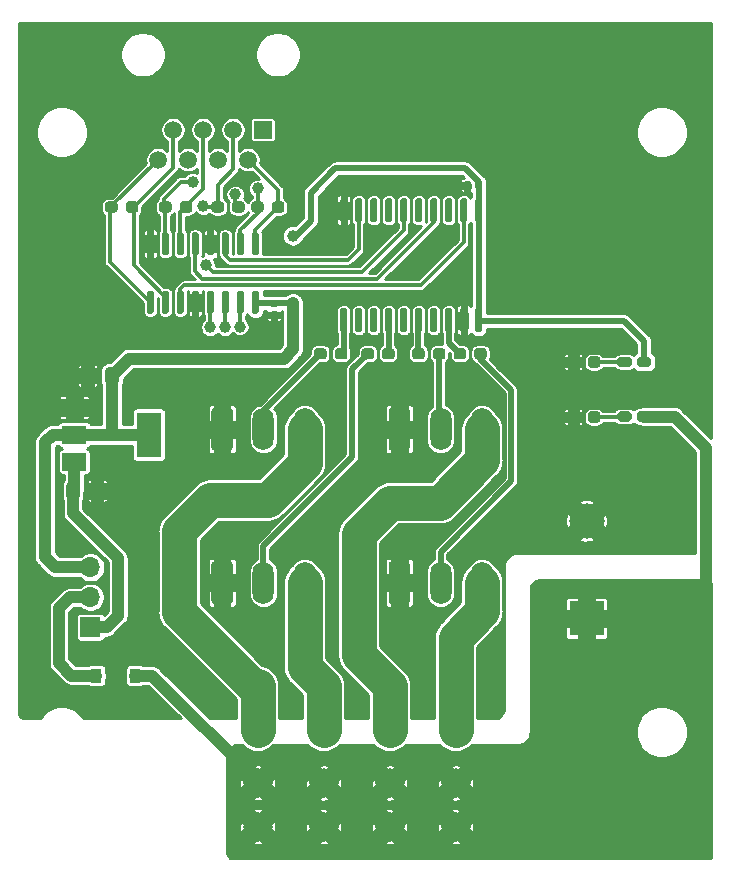
<source format=gbr>
G04 #@! TF.GenerationSoftware,KiCad,Pcbnew,(5.1.10)-1*
G04 #@! TF.CreationDate,2021-08-29T14:04:35-04:00*
G04 #@! TF.ProjectId,Receiver_Out,52656365-6976-4657-925f-4f75742e6b69,v1*
G04 #@! TF.SameCoordinates,Original*
G04 #@! TF.FileFunction,Copper,L1,Top*
G04 #@! TF.FilePolarity,Positive*
%FSLAX46Y46*%
G04 Gerber Fmt 4.6, Leading zero omitted, Abs format (unit mm)*
G04 Created by KiCad (PCBNEW (5.1.10)-1) date 2021-08-29 14:04:35*
%MOMM*%
%LPD*%
G01*
G04 APERTURE LIST*
G04 #@! TA.AperFunction,SMDPad,CuDef*
%ADD10R,2.000000X1.500000*%
G04 #@! TD*
G04 #@! TA.AperFunction,SMDPad,CuDef*
%ADD11R,2.000000X3.800000*%
G04 #@! TD*
G04 #@! TA.AperFunction,SMDPad,CuDef*
%ADD12R,0.900000X1.200000*%
G04 #@! TD*
G04 #@! TA.AperFunction,ComponentPad*
%ADD13C,1.500000*%
G04 #@! TD*
G04 #@! TA.AperFunction,ComponentPad*
%ADD14R,1.500000X1.500000*%
G04 #@! TD*
G04 #@! TA.AperFunction,ComponentPad*
%ADD15O,1.700000X1.700000*%
G04 #@! TD*
G04 #@! TA.AperFunction,ComponentPad*
%ADD16R,1.700000X1.700000*%
G04 #@! TD*
G04 #@! TA.AperFunction,ComponentPad*
%ADD17R,3.000000X3.000000*%
G04 #@! TD*
G04 #@! TA.AperFunction,ComponentPad*
%ADD18C,3.000000*%
G04 #@! TD*
G04 #@! TA.AperFunction,ComponentPad*
%ADD19O,1.800000X3.600000*%
G04 #@! TD*
G04 #@! TA.AperFunction,ComponentPad*
%ADD20C,2.475000*%
G04 #@! TD*
G04 #@! TA.AperFunction,ViaPad*
%ADD21C,1.000000*%
G04 #@! TD*
G04 #@! TA.AperFunction,Conductor*
%ADD22C,1.000000*%
G04 #@! TD*
G04 #@! TA.AperFunction,Conductor*
%ADD23C,0.500000*%
G04 #@! TD*
G04 #@! TA.AperFunction,Conductor*
%ADD24C,0.350000*%
G04 #@! TD*
G04 #@! TA.AperFunction,Conductor*
%ADD25C,2.999999*%
G04 #@! TD*
G04 #@! TA.AperFunction,Conductor*
%ADD26C,3.000000*%
G04 #@! TD*
G04 #@! TA.AperFunction,Conductor*
%ADD27C,0.254000*%
G04 #@! TD*
G04 #@! TA.AperFunction,Conductor*
%ADD28C,0.100000*%
G04 #@! TD*
G04 APERTURE END LIST*
G04 #@! TA.AperFunction,SMDPad,CuDef*
G36*
G01*
X107346000Y-95795300D02*
X107346000Y-96140300D01*
G75*
G02*
X107198500Y-96287800I-147500J0D01*
G01*
X106903500Y-96287800D01*
G75*
G02*
X106756000Y-96140300I0J147500D01*
G01*
X106756000Y-95795300D01*
G75*
G02*
X106903500Y-95647800I147500J0D01*
G01*
X107198500Y-95647800D01*
G75*
G02*
X107346000Y-95795300I0J-147500D01*
G01*
G37*
G04 #@! TD.AperFunction*
G04 #@! TA.AperFunction,SMDPad,CuDef*
G36*
G01*
X108316000Y-95795300D02*
X108316000Y-96140300D01*
G75*
G02*
X108168500Y-96287800I-147500J0D01*
G01*
X107873500Y-96287800D01*
G75*
G02*
X107726000Y-96140300I0J147500D01*
G01*
X107726000Y-95795300D01*
G75*
G02*
X107873500Y-95647800I147500J0D01*
G01*
X108168500Y-95647800D01*
G75*
G02*
X108316000Y-95795300I0J-147500D01*
G01*
G37*
G04 #@! TD.AperFunction*
G04 #@! TA.AperFunction,SMDPad,CuDef*
G36*
G01*
X107866000Y-106342800D02*
X108166000Y-106342800D01*
G75*
G02*
X108316000Y-106492800I0J-150000D01*
G01*
X108316000Y-108242800D01*
G75*
G02*
X108166000Y-108392800I-150000J0D01*
G01*
X107866000Y-108392800D01*
G75*
G02*
X107716000Y-108242800I0J150000D01*
G01*
X107716000Y-106492800D01*
G75*
G02*
X107866000Y-106342800I150000J0D01*
G01*
G37*
G04 #@! TD.AperFunction*
G04 #@! TA.AperFunction,SMDPad,CuDef*
G36*
G01*
X106596000Y-106342800D02*
X106896000Y-106342800D01*
G75*
G02*
X107046000Y-106492800I0J-150000D01*
G01*
X107046000Y-108242800D01*
G75*
G02*
X106896000Y-108392800I-150000J0D01*
G01*
X106596000Y-108392800D01*
G75*
G02*
X106446000Y-108242800I0J150000D01*
G01*
X106446000Y-106492800D01*
G75*
G02*
X106596000Y-106342800I150000J0D01*
G01*
G37*
G04 #@! TD.AperFunction*
G04 #@! TA.AperFunction,SMDPad,CuDef*
G36*
G01*
X105326000Y-106342800D02*
X105626000Y-106342800D01*
G75*
G02*
X105776000Y-106492800I0J-150000D01*
G01*
X105776000Y-108242800D01*
G75*
G02*
X105626000Y-108392800I-150000J0D01*
G01*
X105326000Y-108392800D01*
G75*
G02*
X105176000Y-108242800I0J150000D01*
G01*
X105176000Y-106492800D01*
G75*
G02*
X105326000Y-106342800I150000J0D01*
G01*
G37*
G04 #@! TD.AperFunction*
G04 #@! TA.AperFunction,SMDPad,CuDef*
G36*
G01*
X104056000Y-106342800D02*
X104356000Y-106342800D01*
G75*
G02*
X104506000Y-106492800I0J-150000D01*
G01*
X104506000Y-108242800D01*
G75*
G02*
X104356000Y-108392800I-150000J0D01*
G01*
X104056000Y-108392800D01*
G75*
G02*
X103906000Y-108242800I0J150000D01*
G01*
X103906000Y-106492800D01*
G75*
G02*
X104056000Y-106342800I150000J0D01*
G01*
G37*
G04 #@! TD.AperFunction*
G04 #@! TA.AperFunction,SMDPad,CuDef*
G36*
G01*
X102786000Y-106342800D02*
X103086000Y-106342800D01*
G75*
G02*
X103236000Y-106492800I0J-150000D01*
G01*
X103236000Y-108242800D01*
G75*
G02*
X103086000Y-108392800I-150000J0D01*
G01*
X102786000Y-108392800D01*
G75*
G02*
X102636000Y-108242800I0J150000D01*
G01*
X102636000Y-106492800D01*
G75*
G02*
X102786000Y-106342800I150000J0D01*
G01*
G37*
G04 #@! TD.AperFunction*
G04 #@! TA.AperFunction,SMDPad,CuDef*
G36*
G01*
X101516000Y-106342800D02*
X101816000Y-106342800D01*
G75*
G02*
X101966000Y-106492800I0J-150000D01*
G01*
X101966000Y-108242800D01*
G75*
G02*
X101816000Y-108392800I-150000J0D01*
G01*
X101516000Y-108392800D01*
G75*
G02*
X101366000Y-108242800I0J150000D01*
G01*
X101366000Y-106492800D01*
G75*
G02*
X101516000Y-106342800I150000J0D01*
G01*
G37*
G04 #@! TD.AperFunction*
G04 #@! TA.AperFunction,SMDPad,CuDef*
G36*
G01*
X100246000Y-106342800D02*
X100546000Y-106342800D01*
G75*
G02*
X100696000Y-106492800I0J-150000D01*
G01*
X100696000Y-108242800D01*
G75*
G02*
X100546000Y-108392800I-150000J0D01*
G01*
X100246000Y-108392800D01*
G75*
G02*
X100096000Y-108242800I0J150000D01*
G01*
X100096000Y-106492800D01*
G75*
G02*
X100246000Y-106342800I150000J0D01*
G01*
G37*
G04 #@! TD.AperFunction*
G04 #@! TA.AperFunction,SMDPad,CuDef*
G36*
G01*
X98976000Y-106342800D02*
X99276000Y-106342800D01*
G75*
G02*
X99426000Y-106492800I0J-150000D01*
G01*
X99426000Y-108242800D01*
G75*
G02*
X99276000Y-108392800I-150000J0D01*
G01*
X98976000Y-108392800D01*
G75*
G02*
X98826000Y-108242800I0J150000D01*
G01*
X98826000Y-106492800D01*
G75*
G02*
X98976000Y-106342800I150000J0D01*
G01*
G37*
G04 #@! TD.AperFunction*
G04 #@! TA.AperFunction,SMDPad,CuDef*
G36*
G01*
X97706000Y-106342800D02*
X98006000Y-106342800D01*
G75*
G02*
X98156000Y-106492800I0J-150000D01*
G01*
X98156000Y-108242800D01*
G75*
G02*
X98006000Y-108392800I-150000J0D01*
G01*
X97706000Y-108392800D01*
G75*
G02*
X97556000Y-108242800I0J150000D01*
G01*
X97556000Y-106492800D01*
G75*
G02*
X97706000Y-106342800I150000J0D01*
G01*
G37*
G04 #@! TD.AperFunction*
G04 #@! TA.AperFunction,SMDPad,CuDef*
G36*
G01*
X96436000Y-106342800D02*
X96736000Y-106342800D01*
G75*
G02*
X96886000Y-106492800I0J-150000D01*
G01*
X96886000Y-108242800D01*
G75*
G02*
X96736000Y-108392800I-150000J0D01*
G01*
X96436000Y-108392800D01*
G75*
G02*
X96286000Y-108242800I0J150000D01*
G01*
X96286000Y-106492800D01*
G75*
G02*
X96436000Y-106342800I150000J0D01*
G01*
G37*
G04 #@! TD.AperFunction*
G04 #@! TA.AperFunction,SMDPad,CuDef*
G36*
G01*
X96436000Y-97042800D02*
X96736000Y-97042800D01*
G75*
G02*
X96886000Y-97192800I0J-150000D01*
G01*
X96886000Y-98942800D01*
G75*
G02*
X96736000Y-99092800I-150000J0D01*
G01*
X96436000Y-99092800D01*
G75*
G02*
X96286000Y-98942800I0J150000D01*
G01*
X96286000Y-97192800D01*
G75*
G02*
X96436000Y-97042800I150000J0D01*
G01*
G37*
G04 #@! TD.AperFunction*
G04 #@! TA.AperFunction,SMDPad,CuDef*
G36*
G01*
X97706000Y-97042800D02*
X98006000Y-97042800D01*
G75*
G02*
X98156000Y-97192800I0J-150000D01*
G01*
X98156000Y-98942800D01*
G75*
G02*
X98006000Y-99092800I-150000J0D01*
G01*
X97706000Y-99092800D01*
G75*
G02*
X97556000Y-98942800I0J150000D01*
G01*
X97556000Y-97192800D01*
G75*
G02*
X97706000Y-97042800I150000J0D01*
G01*
G37*
G04 #@! TD.AperFunction*
G04 #@! TA.AperFunction,SMDPad,CuDef*
G36*
G01*
X98976000Y-97042800D02*
X99276000Y-97042800D01*
G75*
G02*
X99426000Y-97192800I0J-150000D01*
G01*
X99426000Y-98942800D01*
G75*
G02*
X99276000Y-99092800I-150000J0D01*
G01*
X98976000Y-99092800D01*
G75*
G02*
X98826000Y-98942800I0J150000D01*
G01*
X98826000Y-97192800D01*
G75*
G02*
X98976000Y-97042800I150000J0D01*
G01*
G37*
G04 #@! TD.AperFunction*
G04 #@! TA.AperFunction,SMDPad,CuDef*
G36*
G01*
X100246000Y-97042800D02*
X100546000Y-97042800D01*
G75*
G02*
X100696000Y-97192800I0J-150000D01*
G01*
X100696000Y-98942800D01*
G75*
G02*
X100546000Y-99092800I-150000J0D01*
G01*
X100246000Y-99092800D01*
G75*
G02*
X100096000Y-98942800I0J150000D01*
G01*
X100096000Y-97192800D01*
G75*
G02*
X100246000Y-97042800I150000J0D01*
G01*
G37*
G04 #@! TD.AperFunction*
G04 #@! TA.AperFunction,SMDPad,CuDef*
G36*
G01*
X101516000Y-97042800D02*
X101816000Y-97042800D01*
G75*
G02*
X101966000Y-97192800I0J-150000D01*
G01*
X101966000Y-98942800D01*
G75*
G02*
X101816000Y-99092800I-150000J0D01*
G01*
X101516000Y-99092800D01*
G75*
G02*
X101366000Y-98942800I0J150000D01*
G01*
X101366000Y-97192800D01*
G75*
G02*
X101516000Y-97042800I150000J0D01*
G01*
G37*
G04 #@! TD.AperFunction*
G04 #@! TA.AperFunction,SMDPad,CuDef*
G36*
G01*
X102786000Y-97042800D02*
X103086000Y-97042800D01*
G75*
G02*
X103236000Y-97192800I0J-150000D01*
G01*
X103236000Y-98942800D01*
G75*
G02*
X103086000Y-99092800I-150000J0D01*
G01*
X102786000Y-99092800D01*
G75*
G02*
X102636000Y-98942800I0J150000D01*
G01*
X102636000Y-97192800D01*
G75*
G02*
X102786000Y-97042800I150000J0D01*
G01*
G37*
G04 #@! TD.AperFunction*
G04 #@! TA.AperFunction,SMDPad,CuDef*
G36*
G01*
X104056000Y-97042800D02*
X104356000Y-97042800D01*
G75*
G02*
X104506000Y-97192800I0J-150000D01*
G01*
X104506000Y-98942800D01*
G75*
G02*
X104356000Y-99092800I-150000J0D01*
G01*
X104056000Y-99092800D01*
G75*
G02*
X103906000Y-98942800I0J150000D01*
G01*
X103906000Y-97192800D01*
G75*
G02*
X104056000Y-97042800I150000J0D01*
G01*
G37*
G04 #@! TD.AperFunction*
G04 #@! TA.AperFunction,SMDPad,CuDef*
G36*
G01*
X105326000Y-97042800D02*
X105626000Y-97042800D01*
G75*
G02*
X105776000Y-97192800I0J-150000D01*
G01*
X105776000Y-98942800D01*
G75*
G02*
X105626000Y-99092800I-150000J0D01*
G01*
X105326000Y-99092800D01*
G75*
G02*
X105176000Y-98942800I0J150000D01*
G01*
X105176000Y-97192800D01*
G75*
G02*
X105326000Y-97042800I150000J0D01*
G01*
G37*
G04 #@! TD.AperFunction*
G04 #@! TA.AperFunction,SMDPad,CuDef*
G36*
G01*
X106596000Y-97042800D02*
X106896000Y-97042800D01*
G75*
G02*
X107046000Y-97192800I0J-150000D01*
G01*
X107046000Y-98942800D01*
G75*
G02*
X106896000Y-99092800I-150000J0D01*
G01*
X106596000Y-99092800D01*
G75*
G02*
X106446000Y-98942800I0J150000D01*
G01*
X106446000Y-97192800D01*
G75*
G02*
X106596000Y-97042800I150000J0D01*
G01*
G37*
G04 #@! TD.AperFunction*
G04 #@! TA.AperFunction,SMDPad,CuDef*
G36*
G01*
X107866000Y-97042800D02*
X108166000Y-97042800D01*
G75*
G02*
X108316000Y-97192800I0J-150000D01*
G01*
X108316000Y-98942800D01*
G75*
G02*
X108166000Y-99092800I-150000J0D01*
G01*
X107866000Y-99092800D01*
G75*
G02*
X107716000Y-98942800I0J150000D01*
G01*
X107716000Y-97192800D01*
G75*
G02*
X107866000Y-97042800I150000J0D01*
G01*
G37*
G04 #@! TD.AperFunction*
G04 #@! TA.AperFunction,SMDPad,CuDef*
G36*
G01*
X117268000Y-115807300D02*
X117268000Y-115332300D01*
G75*
G02*
X117505500Y-115094800I237500J0D01*
G01*
X118080500Y-115094800D01*
G75*
G02*
X118318000Y-115332300I0J-237500D01*
G01*
X118318000Y-115807300D01*
G75*
G02*
X118080500Y-116044800I-237500J0D01*
G01*
X117505500Y-116044800D01*
G75*
G02*
X117268000Y-115807300I0J237500D01*
G01*
G37*
G04 #@! TD.AperFunction*
G04 #@! TA.AperFunction,SMDPad,CuDef*
G36*
G01*
X115518000Y-115807300D02*
X115518000Y-115332300D01*
G75*
G02*
X115755500Y-115094800I237500J0D01*
G01*
X116330500Y-115094800D01*
G75*
G02*
X116568000Y-115332300I0J-237500D01*
G01*
X116568000Y-115807300D01*
G75*
G02*
X116330500Y-116044800I-237500J0D01*
G01*
X115755500Y-116044800D01*
G75*
G02*
X115518000Y-115807300I0J237500D01*
G01*
G37*
G04 #@! TD.AperFunction*
D10*
X73801000Y-114767800D03*
X73801000Y-119367800D03*
X73801000Y-117067800D03*
D11*
X80101000Y-117067800D03*
G04 #@! TA.AperFunction,SMDPad,CuDef*
G36*
G01*
X106951000Y-109980300D02*
X106951000Y-110455300D01*
G75*
G02*
X106713500Y-110692800I-237500J0D01*
G01*
X106138500Y-110692800D01*
G75*
G02*
X105901000Y-110455300I0J237500D01*
G01*
X105901000Y-109980300D01*
G75*
G02*
X106138500Y-109742800I237500J0D01*
G01*
X106713500Y-109742800D01*
G75*
G02*
X106951000Y-109980300I0J-237500D01*
G01*
G37*
G04 #@! TD.AperFunction*
G04 #@! TA.AperFunction,SMDPad,CuDef*
G36*
G01*
X108701000Y-109980300D02*
X108701000Y-110455300D01*
G75*
G02*
X108463500Y-110692800I-237500J0D01*
G01*
X107888500Y-110692800D01*
G75*
G02*
X107651000Y-110455300I0J237500D01*
G01*
X107651000Y-109980300D01*
G75*
G02*
X107888500Y-109742800I237500J0D01*
G01*
X108463500Y-109742800D01*
G75*
G02*
X108701000Y-109980300I0J-237500D01*
G01*
G37*
G04 #@! TD.AperFunction*
G04 #@! TA.AperFunction,SMDPad,CuDef*
G36*
G01*
X103451000Y-109980300D02*
X103451000Y-110455300D01*
G75*
G02*
X103213500Y-110692800I-237500J0D01*
G01*
X102638500Y-110692800D01*
G75*
G02*
X102401000Y-110455300I0J237500D01*
G01*
X102401000Y-109980300D01*
G75*
G02*
X102638500Y-109742800I237500J0D01*
G01*
X103213500Y-109742800D01*
G75*
G02*
X103451000Y-109980300I0J-237500D01*
G01*
G37*
G04 #@! TD.AperFunction*
G04 #@! TA.AperFunction,SMDPad,CuDef*
G36*
G01*
X105201000Y-109980300D02*
X105201000Y-110455300D01*
G75*
G02*
X104963500Y-110692800I-237500J0D01*
G01*
X104388500Y-110692800D01*
G75*
G02*
X104151000Y-110455300I0J237500D01*
G01*
X104151000Y-109980300D01*
G75*
G02*
X104388500Y-109742800I237500J0D01*
G01*
X104963500Y-109742800D01*
G75*
G02*
X105201000Y-109980300I0J-237500D01*
G01*
G37*
G04 #@! TD.AperFunction*
G04 #@! TA.AperFunction,SMDPad,CuDef*
G36*
G01*
X99851000Y-110455300D02*
X99851000Y-109980300D01*
G75*
G02*
X100088500Y-109742800I237500J0D01*
G01*
X100663500Y-109742800D01*
G75*
G02*
X100901000Y-109980300I0J-237500D01*
G01*
X100901000Y-110455300D01*
G75*
G02*
X100663500Y-110692800I-237500J0D01*
G01*
X100088500Y-110692800D01*
G75*
G02*
X99851000Y-110455300I0J237500D01*
G01*
G37*
G04 #@! TD.AperFunction*
G04 #@! TA.AperFunction,SMDPad,CuDef*
G36*
G01*
X98101000Y-110455300D02*
X98101000Y-109980300D01*
G75*
G02*
X98338500Y-109742800I237500J0D01*
G01*
X98913500Y-109742800D01*
G75*
G02*
X99151000Y-109980300I0J-237500D01*
G01*
X99151000Y-110455300D01*
G75*
G02*
X98913500Y-110692800I-237500J0D01*
G01*
X98338500Y-110692800D01*
G75*
G02*
X98101000Y-110455300I0J237500D01*
G01*
G37*
G04 #@! TD.AperFunction*
G04 #@! TA.AperFunction,SMDPad,CuDef*
G36*
G01*
X95851000Y-110455300D02*
X95851000Y-109980300D01*
G75*
G02*
X96088500Y-109742800I237500J0D01*
G01*
X96663500Y-109742800D01*
G75*
G02*
X96901000Y-109980300I0J-237500D01*
G01*
X96901000Y-110455300D01*
G75*
G02*
X96663500Y-110692800I-237500J0D01*
G01*
X96088500Y-110692800D01*
G75*
G02*
X95851000Y-110455300I0J237500D01*
G01*
G37*
G04 #@! TD.AperFunction*
G04 #@! TA.AperFunction,SMDPad,CuDef*
G36*
G01*
X94101000Y-110455300D02*
X94101000Y-109980300D01*
G75*
G02*
X94338500Y-109742800I237500J0D01*
G01*
X94913500Y-109742800D01*
G75*
G02*
X95151000Y-109980300I0J-237500D01*
G01*
X95151000Y-110455300D01*
G75*
G02*
X94913500Y-110692800I-237500J0D01*
G01*
X94338500Y-110692800D01*
G75*
G02*
X94101000Y-110455300I0J237500D01*
G01*
G37*
G04 #@! TD.AperFunction*
G04 #@! TA.AperFunction,SMDPad,CuDef*
G36*
G01*
X78152000Y-98027300D02*
X78152000Y-97552300D01*
G75*
G02*
X78389500Y-97314800I237500J0D01*
G01*
X78964500Y-97314800D01*
G75*
G02*
X79202000Y-97552300I0J-237500D01*
G01*
X79202000Y-98027300D01*
G75*
G02*
X78964500Y-98264800I-237500J0D01*
G01*
X78389500Y-98264800D01*
G75*
G02*
X78152000Y-98027300I0J237500D01*
G01*
G37*
G04 #@! TD.AperFunction*
G04 #@! TA.AperFunction,SMDPad,CuDef*
G36*
G01*
X76402000Y-98027300D02*
X76402000Y-97552300D01*
G75*
G02*
X76639500Y-97314800I237500J0D01*
G01*
X77214500Y-97314800D01*
G75*
G02*
X77452000Y-97552300I0J-237500D01*
G01*
X77452000Y-98027300D01*
G75*
G02*
X77214500Y-98264800I-237500J0D01*
G01*
X76639500Y-98264800D01*
G75*
G02*
X76402000Y-98027300I0J237500D01*
G01*
G37*
G04 #@! TD.AperFunction*
G04 #@! TA.AperFunction,SMDPad,CuDef*
G36*
G01*
X87151000Y-98027300D02*
X87151000Y-97552300D01*
G75*
G02*
X87388500Y-97314800I237500J0D01*
G01*
X87963500Y-97314800D01*
G75*
G02*
X88201000Y-97552300I0J-237500D01*
G01*
X88201000Y-98027300D01*
G75*
G02*
X87963500Y-98264800I-237500J0D01*
G01*
X87388500Y-98264800D01*
G75*
G02*
X87151000Y-98027300I0J237500D01*
G01*
G37*
G04 #@! TD.AperFunction*
G04 #@! TA.AperFunction,SMDPad,CuDef*
G36*
G01*
X85401000Y-98027300D02*
X85401000Y-97552300D01*
G75*
G02*
X85638500Y-97314800I237500J0D01*
G01*
X86213500Y-97314800D01*
G75*
G02*
X86451000Y-97552300I0J-237500D01*
G01*
X86451000Y-98027300D01*
G75*
G02*
X86213500Y-98264800I-237500J0D01*
G01*
X85638500Y-98264800D01*
G75*
G02*
X85401000Y-98027300I0J237500D01*
G01*
G37*
G04 #@! TD.AperFunction*
G04 #@! TA.AperFunction,SMDPad,CuDef*
G36*
G01*
X89826000Y-97552300D02*
X89826000Y-98027300D01*
G75*
G02*
X89588500Y-98264800I-237500J0D01*
G01*
X89013500Y-98264800D01*
G75*
G02*
X88776000Y-98027300I0J237500D01*
G01*
X88776000Y-97552300D01*
G75*
G02*
X89013500Y-97314800I237500J0D01*
G01*
X89588500Y-97314800D01*
G75*
G02*
X89826000Y-97552300I0J-237500D01*
G01*
G37*
G04 #@! TD.AperFunction*
G04 #@! TA.AperFunction,SMDPad,CuDef*
G36*
G01*
X91576000Y-97552300D02*
X91576000Y-98027300D01*
G75*
G02*
X91338500Y-98264800I-237500J0D01*
G01*
X90763500Y-98264800D01*
G75*
G02*
X90526000Y-98027300I0J237500D01*
G01*
X90526000Y-97552300D01*
G75*
G02*
X90763500Y-97314800I237500J0D01*
G01*
X91338500Y-97314800D01*
G75*
G02*
X91576000Y-97552300I0J-237500D01*
G01*
G37*
G04 #@! TD.AperFunction*
G04 #@! TA.AperFunction,SMDPad,CuDef*
G36*
G01*
X82024000Y-97552300D02*
X82024000Y-98027300D01*
G75*
G02*
X81786500Y-98264800I-237500J0D01*
G01*
X81211500Y-98264800D01*
G75*
G02*
X80974000Y-98027300I0J237500D01*
G01*
X80974000Y-97552300D01*
G75*
G02*
X81211500Y-97314800I237500J0D01*
G01*
X81786500Y-97314800D01*
G75*
G02*
X82024000Y-97552300I0J-237500D01*
G01*
G37*
G04 #@! TD.AperFunction*
G04 #@! TA.AperFunction,SMDPad,CuDef*
G36*
G01*
X83774000Y-97552300D02*
X83774000Y-98027300D01*
G75*
G02*
X83536500Y-98264800I-237500J0D01*
G01*
X82961500Y-98264800D01*
G75*
G02*
X82724000Y-98027300I0J237500D01*
G01*
X82724000Y-97552300D01*
G75*
G02*
X82961500Y-97314800I237500J0D01*
G01*
X83536500Y-97314800D01*
G75*
G02*
X83774000Y-97552300I0J-237500D01*
G01*
G37*
G04 #@! TD.AperFunction*
G04 #@! TA.AperFunction,SMDPad,CuDef*
G36*
G01*
X117268000Y-111150301D02*
X117268000Y-110675301D01*
G75*
G02*
X117505500Y-110437801I237500J0D01*
G01*
X118080500Y-110437801D01*
G75*
G02*
X118318000Y-110675301I0J-237500D01*
G01*
X118318000Y-111150301D01*
G75*
G02*
X118080500Y-111387801I-237500J0D01*
G01*
X117505500Y-111387801D01*
G75*
G02*
X117268000Y-111150301I0J237500D01*
G01*
G37*
G04 #@! TD.AperFunction*
G04 #@! TA.AperFunction,SMDPad,CuDef*
G36*
G01*
X115518000Y-111150301D02*
X115518000Y-110675301D01*
G75*
G02*
X115755500Y-110437801I237500J0D01*
G01*
X116330500Y-110437801D01*
G75*
G02*
X116568000Y-110675301I0J-237500D01*
G01*
X116568000Y-111150301D01*
G75*
G02*
X116330500Y-111387801I-237500J0D01*
G01*
X115755500Y-111387801D01*
G75*
G02*
X115518000Y-111150301I0J237500D01*
G01*
G37*
G04 #@! TD.AperFunction*
G04 #@! TA.AperFunction,SMDPad,CuDef*
G36*
G01*
X121401000Y-111125301D02*
X121401000Y-110700301D01*
G75*
G02*
X121613500Y-110487801I212500J0D01*
G01*
X122413500Y-110487801D01*
G75*
G02*
X122626000Y-110700301I0J-212500D01*
G01*
X122626000Y-111125301D01*
G75*
G02*
X122413500Y-111337801I-212500J0D01*
G01*
X121613500Y-111337801D01*
G75*
G02*
X121401000Y-111125301I0J212500D01*
G01*
G37*
G04 #@! TD.AperFunction*
G04 #@! TA.AperFunction,SMDPad,CuDef*
G36*
G01*
X119776000Y-111125301D02*
X119776000Y-110700301D01*
G75*
G02*
X119988500Y-110487801I212500J0D01*
G01*
X120788500Y-110487801D01*
G75*
G02*
X121001000Y-110700301I0J-212500D01*
G01*
X121001000Y-111125301D01*
G75*
G02*
X120788500Y-111337801I-212500J0D01*
G01*
X119988500Y-111337801D01*
G75*
G02*
X119776000Y-111125301I0J212500D01*
G01*
G37*
G04 #@! TD.AperFunction*
G04 #@! TA.AperFunction,SMDPad,CuDef*
G36*
G01*
X121401000Y-115737300D02*
X121401000Y-115312300D01*
G75*
G02*
X121613500Y-115099800I212500J0D01*
G01*
X122413500Y-115099800D01*
G75*
G02*
X122626000Y-115312300I0J-212500D01*
G01*
X122626000Y-115737300D01*
G75*
G02*
X122413500Y-115949800I-212500J0D01*
G01*
X121613500Y-115949800D01*
G75*
G02*
X121401000Y-115737300I0J212500D01*
G01*
G37*
G04 #@! TD.AperFunction*
G04 #@! TA.AperFunction,SMDPad,CuDef*
G36*
G01*
X119776000Y-115737300D02*
X119776000Y-115312300D01*
G75*
G02*
X119988500Y-115099800I212500J0D01*
G01*
X120788500Y-115099800D01*
G75*
G02*
X121001000Y-115312300I0J-212500D01*
G01*
X121001000Y-115737300D01*
G75*
G02*
X120788500Y-115949800I-212500J0D01*
G01*
X119988500Y-115949800D01*
G75*
G02*
X119776000Y-115737300I0J212500D01*
G01*
G37*
G04 #@! TD.AperFunction*
D12*
X78951000Y-137467800D03*
X75651000Y-137467800D03*
G04 #@! TA.AperFunction,SMDPad,CuDef*
G36*
G01*
X90528500Y-106642800D02*
X90873500Y-106642800D01*
G75*
G02*
X91021000Y-106790300I0J-147500D01*
G01*
X91021000Y-107085300D01*
G75*
G02*
X90873500Y-107232800I-147500J0D01*
G01*
X90528500Y-107232800D01*
G75*
G02*
X90381000Y-107085300I0J147500D01*
G01*
X90381000Y-106790300D01*
G75*
G02*
X90528500Y-106642800I147500J0D01*
G01*
G37*
G04 #@! TD.AperFunction*
G04 #@! TA.AperFunction,SMDPad,CuDef*
G36*
G01*
X90528500Y-105672800D02*
X90873500Y-105672800D01*
G75*
G02*
X91021000Y-105820300I0J-147500D01*
G01*
X91021000Y-106115300D01*
G75*
G02*
X90873500Y-106262800I-147500J0D01*
G01*
X90528500Y-106262800D01*
G75*
G02*
X90381000Y-106115300I0J147500D01*
G01*
X90381000Y-105820300D01*
G75*
G02*
X90528500Y-105672800I147500J0D01*
G01*
G37*
G04 #@! TD.AperFunction*
G04 #@! TA.AperFunction,SMDPad,CuDef*
G36*
G01*
X88964000Y-104877800D02*
X89264000Y-104877800D01*
G75*
G02*
X89414000Y-105027800I0J-150000D01*
G01*
X89414000Y-106677800D01*
G75*
G02*
X89264000Y-106827800I-150000J0D01*
G01*
X88964000Y-106827800D01*
G75*
G02*
X88814000Y-106677800I0J150000D01*
G01*
X88814000Y-105027800D01*
G75*
G02*
X88964000Y-104877800I150000J0D01*
G01*
G37*
G04 #@! TD.AperFunction*
G04 #@! TA.AperFunction,SMDPad,CuDef*
G36*
G01*
X87694000Y-104877800D02*
X87994000Y-104877800D01*
G75*
G02*
X88144000Y-105027800I0J-150000D01*
G01*
X88144000Y-106677800D01*
G75*
G02*
X87994000Y-106827800I-150000J0D01*
G01*
X87694000Y-106827800D01*
G75*
G02*
X87544000Y-106677800I0J150000D01*
G01*
X87544000Y-105027800D01*
G75*
G02*
X87694000Y-104877800I150000J0D01*
G01*
G37*
G04 #@! TD.AperFunction*
G04 #@! TA.AperFunction,SMDPad,CuDef*
G36*
G01*
X86424000Y-104877800D02*
X86724000Y-104877800D01*
G75*
G02*
X86874000Y-105027800I0J-150000D01*
G01*
X86874000Y-106677800D01*
G75*
G02*
X86724000Y-106827800I-150000J0D01*
G01*
X86424000Y-106827800D01*
G75*
G02*
X86274000Y-106677800I0J150000D01*
G01*
X86274000Y-105027800D01*
G75*
G02*
X86424000Y-104877800I150000J0D01*
G01*
G37*
G04 #@! TD.AperFunction*
G04 #@! TA.AperFunction,SMDPad,CuDef*
G36*
G01*
X85154000Y-104877800D02*
X85454000Y-104877800D01*
G75*
G02*
X85604000Y-105027800I0J-150000D01*
G01*
X85604000Y-106677800D01*
G75*
G02*
X85454000Y-106827800I-150000J0D01*
G01*
X85154000Y-106827800D01*
G75*
G02*
X85004000Y-106677800I0J150000D01*
G01*
X85004000Y-105027800D01*
G75*
G02*
X85154000Y-104877800I150000J0D01*
G01*
G37*
G04 #@! TD.AperFunction*
G04 #@! TA.AperFunction,SMDPad,CuDef*
G36*
G01*
X83884000Y-104877800D02*
X84184000Y-104877800D01*
G75*
G02*
X84334000Y-105027800I0J-150000D01*
G01*
X84334000Y-106677800D01*
G75*
G02*
X84184000Y-106827800I-150000J0D01*
G01*
X83884000Y-106827800D01*
G75*
G02*
X83734000Y-106677800I0J150000D01*
G01*
X83734000Y-105027800D01*
G75*
G02*
X83884000Y-104877800I150000J0D01*
G01*
G37*
G04 #@! TD.AperFunction*
G04 #@! TA.AperFunction,SMDPad,CuDef*
G36*
G01*
X82614000Y-104877800D02*
X82914000Y-104877800D01*
G75*
G02*
X83064000Y-105027800I0J-150000D01*
G01*
X83064000Y-106677800D01*
G75*
G02*
X82914000Y-106827800I-150000J0D01*
G01*
X82614000Y-106827800D01*
G75*
G02*
X82464000Y-106677800I0J150000D01*
G01*
X82464000Y-105027800D01*
G75*
G02*
X82614000Y-104877800I150000J0D01*
G01*
G37*
G04 #@! TD.AperFunction*
G04 #@! TA.AperFunction,SMDPad,CuDef*
G36*
G01*
X81344000Y-104877800D02*
X81644000Y-104877800D01*
G75*
G02*
X81794000Y-105027800I0J-150000D01*
G01*
X81794000Y-106677800D01*
G75*
G02*
X81644000Y-106827800I-150000J0D01*
G01*
X81344000Y-106827800D01*
G75*
G02*
X81194000Y-106677800I0J150000D01*
G01*
X81194000Y-105027800D01*
G75*
G02*
X81344000Y-104877800I150000J0D01*
G01*
G37*
G04 #@! TD.AperFunction*
G04 #@! TA.AperFunction,SMDPad,CuDef*
G36*
G01*
X80074000Y-104877800D02*
X80374000Y-104877800D01*
G75*
G02*
X80524000Y-105027800I0J-150000D01*
G01*
X80524000Y-106677800D01*
G75*
G02*
X80374000Y-106827800I-150000J0D01*
G01*
X80074000Y-106827800D01*
G75*
G02*
X79924000Y-106677800I0J150000D01*
G01*
X79924000Y-105027800D01*
G75*
G02*
X80074000Y-104877800I150000J0D01*
G01*
G37*
G04 #@! TD.AperFunction*
G04 #@! TA.AperFunction,SMDPad,CuDef*
G36*
G01*
X80074000Y-99927800D02*
X80374000Y-99927800D01*
G75*
G02*
X80524000Y-100077800I0J-150000D01*
G01*
X80524000Y-101727800D01*
G75*
G02*
X80374000Y-101877800I-150000J0D01*
G01*
X80074000Y-101877800D01*
G75*
G02*
X79924000Y-101727800I0J150000D01*
G01*
X79924000Y-100077800D01*
G75*
G02*
X80074000Y-99927800I150000J0D01*
G01*
G37*
G04 #@! TD.AperFunction*
G04 #@! TA.AperFunction,SMDPad,CuDef*
G36*
G01*
X81344000Y-99927800D02*
X81644000Y-99927800D01*
G75*
G02*
X81794000Y-100077800I0J-150000D01*
G01*
X81794000Y-101727800D01*
G75*
G02*
X81644000Y-101877800I-150000J0D01*
G01*
X81344000Y-101877800D01*
G75*
G02*
X81194000Y-101727800I0J150000D01*
G01*
X81194000Y-100077800D01*
G75*
G02*
X81344000Y-99927800I150000J0D01*
G01*
G37*
G04 #@! TD.AperFunction*
G04 #@! TA.AperFunction,SMDPad,CuDef*
G36*
G01*
X82614000Y-99927800D02*
X82914000Y-99927800D01*
G75*
G02*
X83064000Y-100077800I0J-150000D01*
G01*
X83064000Y-101727800D01*
G75*
G02*
X82914000Y-101877800I-150000J0D01*
G01*
X82614000Y-101877800D01*
G75*
G02*
X82464000Y-101727800I0J150000D01*
G01*
X82464000Y-100077800D01*
G75*
G02*
X82614000Y-99927800I150000J0D01*
G01*
G37*
G04 #@! TD.AperFunction*
G04 #@! TA.AperFunction,SMDPad,CuDef*
G36*
G01*
X83884000Y-99927800D02*
X84184000Y-99927800D01*
G75*
G02*
X84334000Y-100077800I0J-150000D01*
G01*
X84334000Y-101727800D01*
G75*
G02*
X84184000Y-101877800I-150000J0D01*
G01*
X83884000Y-101877800D01*
G75*
G02*
X83734000Y-101727800I0J150000D01*
G01*
X83734000Y-100077800D01*
G75*
G02*
X83884000Y-99927800I150000J0D01*
G01*
G37*
G04 #@! TD.AperFunction*
G04 #@! TA.AperFunction,SMDPad,CuDef*
G36*
G01*
X85154000Y-99927800D02*
X85454000Y-99927800D01*
G75*
G02*
X85604000Y-100077800I0J-150000D01*
G01*
X85604000Y-101727800D01*
G75*
G02*
X85454000Y-101877800I-150000J0D01*
G01*
X85154000Y-101877800D01*
G75*
G02*
X85004000Y-101727800I0J150000D01*
G01*
X85004000Y-100077800D01*
G75*
G02*
X85154000Y-99927800I150000J0D01*
G01*
G37*
G04 #@! TD.AperFunction*
G04 #@! TA.AperFunction,SMDPad,CuDef*
G36*
G01*
X86424000Y-99927800D02*
X86724000Y-99927800D01*
G75*
G02*
X86874000Y-100077800I0J-150000D01*
G01*
X86874000Y-101727800D01*
G75*
G02*
X86724000Y-101877800I-150000J0D01*
G01*
X86424000Y-101877800D01*
G75*
G02*
X86274000Y-101727800I0J150000D01*
G01*
X86274000Y-100077800D01*
G75*
G02*
X86424000Y-99927800I150000J0D01*
G01*
G37*
G04 #@! TD.AperFunction*
G04 #@! TA.AperFunction,SMDPad,CuDef*
G36*
G01*
X87694000Y-99927800D02*
X87994000Y-99927800D01*
G75*
G02*
X88144000Y-100077800I0J-150000D01*
G01*
X88144000Y-101727800D01*
G75*
G02*
X87994000Y-101877800I-150000J0D01*
G01*
X87694000Y-101877800D01*
G75*
G02*
X87544000Y-101727800I0J150000D01*
G01*
X87544000Y-100077800D01*
G75*
G02*
X87694000Y-99927800I150000J0D01*
G01*
G37*
G04 #@! TD.AperFunction*
G04 #@! TA.AperFunction,SMDPad,CuDef*
G36*
G01*
X88964000Y-99927800D02*
X89264000Y-99927800D01*
G75*
G02*
X89414000Y-100077800I0J-150000D01*
G01*
X89414000Y-101727800D01*
G75*
G02*
X89264000Y-101877800I-150000J0D01*
G01*
X88964000Y-101877800D01*
G75*
G02*
X88814000Y-101727800I0J150000D01*
G01*
X88814000Y-100077800D01*
G75*
G02*
X88964000Y-99927800I150000J0D01*
G01*
G37*
G04 #@! TD.AperFunction*
G04 #@! TA.AperFunction,SMDPad,CuDef*
G36*
G01*
X75501000Y-111617799D02*
X75501000Y-112517801D01*
G75*
G02*
X75251001Y-112767800I-249999J0D01*
G01*
X74600999Y-112767800D01*
G75*
G02*
X74351000Y-112517801I0J249999D01*
G01*
X74351000Y-111617799D01*
G75*
G02*
X74600999Y-111367800I249999J0D01*
G01*
X75251001Y-111367800D01*
G75*
G02*
X75501000Y-111617799I0J-249999D01*
G01*
G37*
G04 #@! TD.AperFunction*
G04 #@! TA.AperFunction,SMDPad,CuDef*
G36*
G01*
X77551000Y-111617799D02*
X77551000Y-112517801D01*
G75*
G02*
X77301001Y-112767800I-249999J0D01*
G01*
X76650999Y-112767800D01*
G75*
G02*
X76401000Y-112517801I0J249999D01*
G01*
X76401000Y-111617799D01*
G75*
G02*
X76650999Y-111367800I249999J0D01*
G01*
X77301001Y-111367800D01*
G75*
G02*
X77551000Y-111617799I0J-249999D01*
G01*
G37*
G04 #@! TD.AperFunction*
G04 #@! TA.AperFunction,SMDPad,CuDef*
G36*
G01*
X75151000Y-122267801D02*
X75151000Y-121367799D01*
G75*
G02*
X75400999Y-121117800I249999J0D01*
G01*
X76051001Y-121117800D01*
G75*
G02*
X76301000Y-121367799I0J-249999D01*
G01*
X76301000Y-122267801D01*
G75*
G02*
X76051001Y-122517800I-249999J0D01*
G01*
X75400999Y-122517800D01*
G75*
G02*
X75151000Y-122267801I0J249999D01*
G01*
G37*
G04 #@! TD.AperFunction*
G04 #@! TA.AperFunction,SMDPad,CuDef*
G36*
G01*
X73101000Y-122267801D02*
X73101000Y-121367799D01*
G75*
G02*
X73350999Y-121117800I249999J0D01*
G01*
X74001001Y-121117800D01*
G75*
G02*
X74251000Y-121367799I0J-249999D01*
G01*
X74251000Y-122267801D01*
G75*
G02*
X74001001Y-122517800I-249999J0D01*
G01*
X73350999Y-122517800D01*
G75*
G02*
X73101000Y-122267801I0J249999D01*
G01*
G37*
G04 #@! TD.AperFunction*
D13*
X80861000Y-93775800D03*
X82131000Y-91235800D03*
X83401000Y-93775800D03*
X84671000Y-91235800D03*
X85941000Y-93775800D03*
X87211000Y-91235800D03*
X88481000Y-93775800D03*
D14*
X89751000Y-91235800D03*
D15*
X75151000Y-128287800D03*
X75151000Y-130827800D03*
D16*
X75151000Y-133367800D03*
D17*
X117164800Y-132615760D03*
D18*
X117164800Y-124365840D03*
D19*
X108300000Y-116600000D03*
X104800000Y-116600000D03*
G04 #@! TA.AperFunction,ComponentPad*
G36*
G01*
X100400000Y-118150000D02*
X100400000Y-115050000D01*
G75*
G02*
X100650000Y-114800000I250000J0D01*
G01*
X101950000Y-114800000D01*
G75*
G02*
X102200000Y-115050000I0J-250000D01*
G01*
X102200000Y-118150000D01*
G75*
G02*
X101950000Y-118400000I-250000J0D01*
G01*
X100650000Y-118400000D01*
G75*
G02*
X100400000Y-118150000I0J250000D01*
G01*
G37*
G04 #@! TD.AperFunction*
D20*
X100485000Y-138353600D03*
X100485000Y-150253600D03*
X100485000Y-142053600D03*
X100485000Y-146553600D03*
D19*
X108300000Y-129600000D03*
X104800000Y-129600000D03*
G04 #@! TA.AperFunction,ComponentPad*
G36*
G01*
X100400000Y-131150000D02*
X100400000Y-128050000D01*
G75*
G02*
X100650000Y-127800000I250000J0D01*
G01*
X101950000Y-127800000D01*
G75*
G02*
X102200000Y-128050000I0J-250000D01*
G01*
X102200000Y-131150000D01*
G75*
G02*
X101950000Y-131400000I-250000J0D01*
G01*
X100650000Y-131400000D01*
G75*
G02*
X100400000Y-131150000I0J250000D01*
G01*
G37*
G04 #@! TD.AperFunction*
X93300000Y-129600000D03*
X89800000Y-129600000D03*
G04 #@! TA.AperFunction,ComponentPad*
G36*
G01*
X85400000Y-131150000D02*
X85400000Y-128050000D01*
G75*
G02*
X85650000Y-127800000I250000J0D01*
G01*
X86950000Y-127800000D01*
G75*
G02*
X87200000Y-128050000I0J-250000D01*
G01*
X87200000Y-131150000D01*
G75*
G02*
X86950000Y-131400000I-250000J0D01*
G01*
X85650000Y-131400000D01*
G75*
G02*
X85400000Y-131150000I0J250000D01*
G01*
G37*
G04 #@! TD.AperFunction*
X93300000Y-116600000D03*
X89800000Y-116600000D03*
G04 #@! TA.AperFunction,ComponentPad*
G36*
G01*
X85400000Y-118150000D02*
X85400000Y-115050000D01*
G75*
G02*
X85650000Y-114800000I250000J0D01*
G01*
X86950000Y-114800000D01*
G75*
G02*
X87200000Y-115050000I0J-250000D01*
G01*
X87200000Y-118150000D01*
G75*
G02*
X86950000Y-118400000I-250000J0D01*
G01*
X85650000Y-118400000D01*
G75*
G02*
X85400000Y-118150000I0J250000D01*
G01*
G37*
G04 #@! TD.AperFunction*
D20*
X106073000Y-138353600D03*
X106073000Y-150253600D03*
X106073000Y-142053600D03*
X106073000Y-146553600D03*
X94897000Y-138353600D03*
X94897000Y-150253600D03*
X94897000Y-142053600D03*
X94897000Y-146553600D03*
X89309000Y-138338600D03*
X89309000Y-150238600D03*
X89309000Y-142038600D03*
X89309000Y-146538600D03*
D21*
X112101000Y-95757800D03*
X112101000Y-100837800D03*
X112101000Y-105717800D03*
X85301000Y-99117800D03*
X81621000Y-103123800D03*
X114133000Y-110997800D03*
X114801000Y-115617800D03*
X80097000Y-99059800D03*
X83801000Y-108017800D03*
X82891000Y-136143800D03*
X85431000Y-138683800D03*
X116001000Y-117117800D03*
X116101000Y-114117800D03*
X115911000Y-109517800D03*
X74901000Y-110017800D03*
X73101000Y-112017800D03*
X71701000Y-114817800D03*
X77701000Y-121817800D03*
X76101000Y-119417800D03*
X71701000Y-112017800D03*
X96861000Y-85597800D03*
X96861000Y-90677800D03*
X101941000Y-90677800D03*
X101941000Y-85597800D03*
X107021000Y-85597800D03*
X107021000Y-90677800D03*
X112101000Y-90677800D03*
X112101000Y-85597800D03*
X117181000Y-85597800D03*
X117181000Y-90677800D03*
X122261000Y-85597800D03*
X117181000Y-95757800D03*
X122261000Y-95757800D03*
X122261000Y-100837800D03*
X117181000Y-100837800D03*
X86701000Y-85597800D03*
X84161000Y-85597800D03*
X76541000Y-85597800D03*
X71461000Y-85597800D03*
X71461000Y-95757800D03*
X76541000Y-95757800D03*
X71461000Y-100837800D03*
X71461000Y-105917800D03*
X76541000Y-105917800D03*
X76541000Y-90677800D03*
X122261000Y-105917800D03*
X122261000Y-118617800D03*
X122261000Y-123697800D03*
X112101000Y-123697800D03*
X112101000Y-116077800D03*
X112101000Y-110997800D03*
X79081000Y-113537800D03*
X86701000Y-113537800D03*
X94321000Y-113537800D03*
X99401000Y-113537800D03*
X101941000Y-113537800D03*
X94321000Y-126237800D03*
X109561000Y-138937800D03*
X101941000Y-133857800D03*
X103211000Y-138937800D03*
X91781000Y-138937800D03*
X97623000Y-138937800D03*
X80097000Y-140207800D03*
X69937000Y-138175800D03*
X70191000Y-130047800D03*
X79335000Y-129793800D03*
X81875000Y-121919800D03*
X115801000Y-120717800D03*
X113301000Y-120717800D03*
X118301000Y-120717800D03*
X120801000Y-120717800D03*
X115901000Y-112317800D03*
X117301000Y-105717800D03*
X90901000Y-100917800D03*
X96301000Y-100517800D03*
X96501000Y-96117800D03*
X95301000Y-97917800D03*
X105701000Y-95917800D03*
X104301000Y-95917800D03*
X106701000Y-105517800D03*
X106701000Y-104117800D03*
X99101000Y-100517800D03*
X102301000Y-103117800D03*
X104901000Y-100317800D03*
X90701000Y-108317800D03*
X93801000Y-107967800D03*
X94051000Y-105717800D03*
X122101000Y-125917800D03*
X113901000Y-125917800D03*
X89401000Y-108317800D03*
X75801000Y-123717800D03*
X92301000Y-105917800D03*
X92301000Y-100217800D03*
X113301000Y-130717800D03*
X113301000Y-135717800D03*
X113301000Y-140717800D03*
X118301000Y-140717800D03*
X118301000Y-135717800D03*
X123301000Y-135717800D03*
X118301000Y-145717800D03*
X113301000Y-145717800D03*
X113301000Y-150717800D03*
X118301000Y-150717800D03*
X123301000Y-150717800D03*
X123301000Y-145717800D03*
X108301000Y-145717800D03*
X108301000Y-150717800D03*
X123301000Y-130717800D03*
X115801000Y-135717800D03*
X120801000Y-135717800D03*
X120801000Y-130717800D03*
X120801000Y-133217800D03*
X113301000Y-133217800D03*
X85274561Y-107973567D03*
X84926010Y-102717800D03*
X87406959Y-96717814D03*
X87801000Y-107917800D03*
X83795990Y-95644790D03*
X86551000Y-107967800D03*
X84701000Y-97717796D03*
X89301000Y-96217800D03*
D22*
X80101000Y-117067800D02*
X73801000Y-117067800D01*
D23*
X89179000Y-105917800D02*
X89114000Y-105852800D01*
X90416000Y-105917800D02*
X89179000Y-105917800D01*
X92286000Y-105902800D02*
X92301000Y-105917800D01*
X90701000Y-105902800D02*
X92286000Y-105902800D01*
X120351000Y-107467800D02*
X108116000Y-107467800D01*
X108116000Y-107467800D02*
X108016000Y-107367800D01*
X122013500Y-110912801D02*
X122013500Y-109130300D01*
X122013500Y-109130300D02*
X120351000Y-107467800D01*
X108016000Y-107367800D02*
X108016000Y-98067800D01*
X108016000Y-95972800D02*
X108021000Y-95967800D01*
X108016000Y-98067800D02*
X108016000Y-95972800D01*
X108021000Y-95631370D02*
X106907430Y-94517800D01*
X108021000Y-95967800D02*
X108021000Y-95631370D01*
X106907430Y-94517800D02*
X95901000Y-94517800D01*
X95901000Y-94517800D02*
X93801000Y-96617800D01*
X93801000Y-96617800D02*
X93801000Y-98967800D01*
X92551000Y-100217800D02*
X92301000Y-100217800D01*
X93801000Y-98967800D02*
X92551000Y-100217800D01*
D22*
X92301000Y-109817800D02*
X92301000Y-105917800D01*
X91501000Y-110617800D02*
X92301000Y-109817800D01*
X76976000Y-112067800D02*
X78426000Y-110617800D01*
X78426000Y-110617800D02*
X91501000Y-110617800D01*
X71951000Y-117067800D02*
X73801000Y-117067800D01*
X71301000Y-127417800D02*
X71301000Y-117717800D01*
X75151000Y-128287800D02*
X72171000Y-128287800D01*
X71301000Y-117717800D02*
X71951000Y-117067800D01*
X72171000Y-128287800D02*
X71301000Y-127417800D01*
X76951000Y-117067800D02*
X73801000Y-117067800D01*
X76976000Y-117042800D02*
X76951000Y-117067800D01*
X76976000Y-112067800D02*
X76976000Y-117042800D01*
X89309000Y-146538600D02*
X87605094Y-144834694D01*
X89309000Y-146375800D02*
X89309000Y-146538600D01*
X78951000Y-137467800D02*
X80401000Y-137467800D01*
X80401000Y-137467800D02*
X89309000Y-146375800D01*
X122013500Y-115524800D02*
X124626000Y-115524800D01*
X127250990Y-130717800D02*
X123301000Y-130717800D01*
X127250990Y-118149790D02*
X127250990Y-130717800D01*
X124626000Y-115524800D02*
X127250990Y-118149790D01*
D24*
X106746000Y-99092800D02*
X106746000Y-98067800D01*
X82764000Y-104754800D02*
X83116010Y-104402790D01*
X82764000Y-105852800D02*
X82764000Y-104754800D01*
X83116010Y-104402790D02*
X103116010Y-104402790D01*
X103116010Y-104402790D02*
X106746000Y-100772800D01*
X106746000Y-100772800D02*
X106746000Y-99092800D01*
X84161000Y-100775800D02*
X84034000Y-100902800D01*
X104206000Y-99092800D02*
X104206000Y-98067800D01*
X99446021Y-103852779D02*
X104206000Y-99092800D01*
X84640975Y-103852779D02*
X99446021Y-103852779D01*
X84034000Y-100902800D02*
X84034000Y-103245804D01*
X84034000Y-103245804D02*
X84640975Y-103852779D01*
X85304000Y-107944128D02*
X85274561Y-107973567D01*
X85304000Y-105852800D02*
X85304000Y-107944128D01*
X85510978Y-103302768D02*
X84926010Y-102717800D01*
X98116032Y-103302768D02*
X85510978Y-103302768D01*
X101666000Y-98067800D02*
X101666000Y-99752800D01*
X101666000Y-99752800D02*
X98116032Y-103302768D01*
X97856000Y-99092800D02*
X97856000Y-98067800D01*
X86574000Y-101877800D02*
X86949010Y-102252810D01*
X86949010Y-102252810D02*
X96965990Y-102252810D01*
X96965990Y-102252810D02*
X97856000Y-101362800D01*
X97856000Y-101362800D02*
X97856000Y-99092800D01*
X86574000Y-100902800D02*
X86574000Y-101877800D01*
X117793000Y-110912801D02*
X120388500Y-110912801D01*
X120343500Y-115569800D02*
X120388500Y-115524800D01*
X117705500Y-115569800D02*
X120343500Y-115569800D01*
D25*
X85300000Y-122600000D02*
X82660000Y-125240000D01*
D26*
X93300000Y-119449000D02*
X93300000Y-116600000D01*
X85300000Y-122600000D02*
X90149000Y-122600000D01*
X90149000Y-122600000D02*
X93300000Y-119449000D01*
X88921800Y-138338600D02*
X89309000Y-138338600D01*
X82660000Y-125240000D02*
X82660000Y-132076800D01*
X82660000Y-132076800D02*
X88921800Y-138338600D01*
X89309000Y-142038600D02*
X89309000Y-138338600D01*
X93300000Y-136756600D02*
X93300000Y-129600000D01*
X94897000Y-138353600D02*
X93300000Y-136756600D01*
X94897000Y-142053600D02*
X94897000Y-138353600D01*
X108300000Y-119226200D02*
X108300000Y-116600000D01*
X104712600Y-122813600D02*
X108300000Y-119226200D01*
X100512600Y-122813600D02*
X104712600Y-122813600D01*
X97885000Y-125441200D02*
X100512600Y-122813600D01*
X100485000Y-138353600D02*
X97885000Y-135753600D01*
X97885000Y-135753600D02*
X97885000Y-125441200D01*
X100485000Y-142053600D02*
X100485000Y-138353600D01*
X106073000Y-134253600D02*
X106073000Y-138353600D01*
X108300000Y-129600000D02*
X108300000Y-132026600D01*
X108300000Y-132026600D02*
X106073000Y-134253600D01*
X106073000Y-138353600D02*
X106073000Y-142053600D01*
D23*
X89800000Y-115018800D02*
X89800000Y-116600000D01*
X94626000Y-110217800D02*
X94601000Y-110217800D01*
X94601000Y-110217800D02*
X89800000Y-115018800D01*
X89800000Y-126468800D02*
X89800000Y-129600000D01*
X97301000Y-118967800D02*
X89800000Y-126468800D01*
X98626000Y-110217800D02*
X97301000Y-111542800D01*
X97301000Y-111542800D02*
X97301000Y-118967800D01*
X104701000Y-116501000D02*
X104800000Y-116600000D01*
X104676000Y-116476000D02*
X104800000Y-116600000D01*
X104676000Y-110217800D02*
X104676000Y-116476000D01*
D24*
X104800000Y-128700000D02*
X104800000Y-129600000D01*
D23*
X108176000Y-110692800D02*
X110801000Y-113317800D01*
X108176000Y-110217800D02*
X108176000Y-110692800D01*
X110801000Y-113317800D02*
X110801000Y-120967800D01*
X104800000Y-126968800D02*
X104800000Y-129600000D01*
X110801000Y-120967800D02*
X104800000Y-126968800D01*
X73801000Y-121692800D02*
X73676000Y-121817800D01*
D22*
X73801000Y-119367800D02*
X73801000Y-121692800D01*
X77501000Y-127517800D02*
X73676000Y-123692800D01*
X77501000Y-132389800D02*
X77501000Y-127517800D01*
X73676000Y-123692800D02*
X73676000Y-121817800D01*
X75151000Y-133367800D02*
X76523000Y-133367800D01*
X76523000Y-133367800D02*
X77501000Y-132389800D01*
D24*
X76777000Y-102405800D02*
X80224000Y-105852800D01*
X76777000Y-97789800D02*
X76777000Y-102405800D01*
X76847000Y-97789800D02*
X76777000Y-97789800D01*
X80861000Y-93775800D02*
X76847000Y-97789800D01*
X78827000Y-102738322D02*
X78827000Y-97789800D01*
X81494000Y-105852800D02*
X81494000Y-105405322D01*
X81494000Y-105405322D02*
X78827000Y-102738322D01*
X82131000Y-94485800D02*
X78827000Y-97789800D01*
X82131000Y-91235800D02*
X82131000Y-94485800D01*
X87406959Y-97520759D02*
X87406959Y-96717814D01*
X87676000Y-97789800D02*
X87406959Y-97520759D01*
X87844000Y-105852800D02*
X87844000Y-107874800D01*
X87844000Y-107874800D02*
X87801000Y-107917800D01*
X82764000Y-98209796D02*
X82764000Y-99927800D01*
X84671000Y-91235800D02*
X84671000Y-96302796D01*
X82764000Y-99927800D02*
X82764000Y-100902800D01*
X84671000Y-96302796D02*
X82764000Y-98209796D01*
X81494000Y-97934800D02*
X81349000Y-97789800D01*
X81494000Y-100902800D02*
X81494000Y-97934800D01*
X82794010Y-95644790D02*
X83795990Y-95644790D01*
X81349000Y-97089800D02*
X82794010Y-95644790D01*
X81349000Y-97789800D02*
X81349000Y-97089800D01*
X86574000Y-107944800D02*
X86551000Y-107967800D01*
X86574000Y-105852800D02*
X86574000Y-107944800D01*
X84773004Y-97789800D02*
X84701000Y-97717796D01*
X85926000Y-97789800D02*
X84773004Y-97789800D01*
X85926000Y-95892800D02*
X85926000Y-97789800D01*
X87211000Y-91235800D02*
X87211000Y-94607800D01*
X87211000Y-94607800D02*
X85926000Y-95892800D01*
X89114000Y-99726800D02*
X91051000Y-97789800D01*
X89114000Y-100902800D02*
X89114000Y-99726800D01*
X91051000Y-96345800D02*
X91051000Y-97789800D01*
X88481000Y-93775800D02*
X91051000Y-96345800D01*
X89301000Y-98264800D02*
X89301000Y-97789800D01*
X87844000Y-100902800D02*
X87844000Y-99721800D01*
X87844000Y-99721800D02*
X89301000Y-98264800D01*
X89301000Y-97789800D02*
X89301000Y-96217800D01*
D23*
X96586000Y-110007800D02*
X96376000Y-110217800D01*
X96586000Y-107367800D02*
X96586000Y-110007800D01*
X100396000Y-110197800D02*
X100376000Y-110217800D01*
X100396000Y-107367800D02*
X100396000Y-110197800D01*
X102926000Y-107377800D02*
X102936000Y-107367800D01*
X102926000Y-110217800D02*
X102926000Y-107377800D01*
X105476000Y-109267800D02*
X106426000Y-110217800D01*
X105476000Y-107367800D02*
X105476000Y-109267800D01*
D22*
X73391000Y-130827800D02*
X75151000Y-130827800D01*
X72501000Y-136417800D02*
X72501000Y-131717800D01*
X72501000Y-131717800D02*
X73391000Y-130827800D01*
X75651000Y-137467800D02*
X73551000Y-137467800D01*
X73551000Y-137467800D02*
X72501000Y-136417800D01*
D27*
X127246189Y-129362176D02*
X127409850Y-129411822D01*
X127560672Y-129492438D01*
X127692870Y-129600930D01*
X127724000Y-129638862D01*
X127724000Y-152799231D01*
X127693616Y-152836334D01*
X127657811Y-152865800D01*
X86929608Y-152865800D01*
X86876080Y-152800716D01*
X86795224Y-152649718D01*
X86745431Y-152485838D01*
X86728000Y-152309133D01*
X86728000Y-151636448D01*
X88792207Y-151636448D01*
X88964635Y-151772489D01*
X89270499Y-151810198D01*
X89577842Y-151787512D01*
X89653365Y-151772489D01*
X89806780Y-151651448D01*
X94380207Y-151651448D01*
X94552635Y-151787489D01*
X94858499Y-151825198D01*
X95165842Y-151802512D01*
X95241365Y-151787489D01*
X95413793Y-151651448D01*
X99968207Y-151651448D01*
X100140635Y-151787489D01*
X100446499Y-151825198D01*
X100753842Y-151802512D01*
X100829365Y-151787489D01*
X101001793Y-151651448D01*
X105556207Y-151651448D01*
X105728635Y-151787489D01*
X106034499Y-151825198D01*
X106341842Y-151802512D01*
X106417365Y-151787489D01*
X106589793Y-151651448D01*
X106073000Y-151134655D01*
X105556207Y-151651448D01*
X101001793Y-151651448D01*
X100485000Y-151134655D01*
X99968207Y-151651448D01*
X95413793Y-151651448D01*
X94897000Y-151134655D01*
X94380207Y-151651448D01*
X89806780Y-151651448D01*
X89825793Y-151636448D01*
X89309000Y-151119655D01*
X88792207Y-151636448D01*
X86728000Y-151636448D01*
X86728000Y-150200099D01*
X87737402Y-150200099D01*
X87760088Y-150507442D01*
X87775111Y-150582965D01*
X87911152Y-150755393D01*
X88427945Y-150238600D01*
X90190055Y-150238600D01*
X90706848Y-150755393D01*
X90842889Y-150582965D01*
X90880598Y-150277101D01*
X90876022Y-150215099D01*
X93325402Y-150215099D01*
X93348088Y-150522442D01*
X93363111Y-150597965D01*
X93499152Y-150770393D01*
X94015945Y-150253600D01*
X95778055Y-150253600D01*
X96294848Y-150770393D01*
X96430889Y-150597965D01*
X96468598Y-150292101D01*
X96462915Y-150215099D01*
X98913402Y-150215099D01*
X98936088Y-150522442D01*
X98951111Y-150597965D01*
X99087152Y-150770393D01*
X99603945Y-150253600D01*
X101366055Y-150253600D01*
X101882848Y-150770393D01*
X102018889Y-150597965D01*
X102056598Y-150292101D01*
X102050915Y-150215099D01*
X104501402Y-150215099D01*
X104524088Y-150522442D01*
X104539111Y-150597965D01*
X104675152Y-150770393D01*
X105191945Y-150253600D01*
X106954055Y-150253600D01*
X107470848Y-150770393D01*
X107606889Y-150597965D01*
X107644598Y-150292101D01*
X107621912Y-149984758D01*
X107606889Y-149909235D01*
X107470848Y-149736807D01*
X106954055Y-150253600D01*
X105191945Y-150253600D01*
X104675152Y-149736807D01*
X104539111Y-149909235D01*
X104501402Y-150215099D01*
X102050915Y-150215099D01*
X102033912Y-149984758D01*
X102018889Y-149909235D01*
X101882848Y-149736807D01*
X101366055Y-150253600D01*
X99603945Y-150253600D01*
X99087152Y-149736807D01*
X98951111Y-149909235D01*
X98913402Y-150215099D01*
X96462915Y-150215099D01*
X96445912Y-149984758D01*
X96430889Y-149909235D01*
X96294848Y-149736807D01*
X95778055Y-150253600D01*
X94015945Y-150253600D01*
X93499152Y-149736807D01*
X93363111Y-149909235D01*
X93325402Y-150215099D01*
X90876022Y-150215099D01*
X90857912Y-149969758D01*
X90842889Y-149894235D01*
X90706848Y-149721807D01*
X90190055Y-150238600D01*
X88427945Y-150238600D01*
X87911152Y-149721807D01*
X87775111Y-149894235D01*
X87737402Y-150200099D01*
X86728000Y-150200099D01*
X86728000Y-148840752D01*
X88792207Y-148840752D01*
X89309000Y-149357545D01*
X89810793Y-148855752D01*
X94380207Y-148855752D01*
X94897000Y-149372545D01*
X95413793Y-148855752D01*
X99968207Y-148855752D01*
X100485000Y-149372545D01*
X101001793Y-148855752D01*
X105556207Y-148855752D01*
X106073000Y-149372545D01*
X106589793Y-148855752D01*
X106417365Y-148719711D01*
X106111501Y-148682002D01*
X105804158Y-148704688D01*
X105728635Y-148719711D01*
X105556207Y-148855752D01*
X101001793Y-148855752D01*
X100829365Y-148719711D01*
X100523501Y-148682002D01*
X100216158Y-148704688D01*
X100140635Y-148719711D01*
X99968207Y-148855752D01*
X95413793Y-148855752D01*
X95241365Y-148719711D01*
X94935501Y-148682002D01*
X94628158Y-148704688D01*
X94552635Y-148719711D01*
X94380207Y-148855752D01*
X89810793Y-148855752D01*
X89825793Y-148840752D01*
X89653365Y-148704711D01*
X89347501Y-148667002D01*
X89040158Y-148689688D01*
X88964635Y-148704711D01*
X88792207Y-148840752D01*
X86728000Y-148840752D01*
X86728000Y-147936448D01*
X88792207Y-147936448D01*
X88964635Y-148072489D01*
X89270499Y-148110198D01*
X89577842Y-148087512D01*
X89653365Y-148072489D01*
X89806780Y-147951448D01*
X94380207Y-147951448D01*
X94552635Y-148087489D01*
X94858499Y-148125198D01*
X95165842Y-148102512D01*
X95241365Y-148087489D01*
X95413793Y-147951448D01*
X99968207Y-147951448D01*
X100140635Y-148087489D01*
X100446499Y-148125198D01*
X100753842Y-148102512D01*
X100829365Y-148087489D01*
X101001793Y-147951448D01*
X105556207Y-147951448D01*
X105728635Y-148087489D01*
X106034499Y-148125198D01*
X106341842Y-148102512D01*
X106417365Y-148087489D01*
X106589793Y-147951448D01*
X106073000Y-147434655D01*
X105556207Y-147951448D01*
X101001793Y-147951448D01*
X100485000Y-147434655D01*
X99968207Y-147951448D01*
X95413793Y-147951448D01*
X94897000Y-147434655D01*
X94380207Y-147951448D01*
X89806780Y-147951448D01*
X89825793Y-147936448D01*
X89309000Y-147419655D01*
X88792207Y-147936448D01*
X86728000Y-147936448D01*
X86728000Y-146500099D01*
X87737402Y-146500099D01*
X87760088Y-146807442D01*
X87775111Y-146882965D01*
X87911152Y-147055393D01*
X88427945Y-146538600D01*
X90190055Y-146538600D01*
X90706848Y-147055393D01*
X90842889Y-146882965D01*
X90880598Y-146577101D01*
X90876022Y-146515099D01*
X93325402Y-146515099D01*
X93348088Y-146822442D01*
X93363111Y-146897965D01*
X93499152Y-147070393D01*
X94015945Y-146553600D01*
X95778055Y-146553600D01*
X96294848Y-147070393D01*
X96430889Y-146897965D01*
X96468598Y-146592101D01*
X96462915Y-146515099D01*
X98913402Y-146515099D01*
X98936088Y-146822442D01*
X98951111Y-146897965D01*
X99087152Y-147070393D01*
X99603945Y-146553600D01*
X101366055Y-146553600D01*
X101882848Y-147070393D01*
X102018889Y-146897965D01*
X102056598Y-146592101D01*
X102050915Y-146515099D01*
X104501402Y-146515099D01*
X104524088Y-146822442D01*
X104539111Y-146897965D01*
X104675152Y-147070393D01*
X105191945Y-146553600D01*
X106954055Y-146553600D01*
X107470848Y-147070393D01*
X107606889Y-146897965D01*
X107644598Y-146592101D01*
X107621912Y-146284758D01*
X107606889Y-146209235D01*
X107470848Y-146036807D01*
X106954055Y-146553600D01*
X105191945Y-146553600D01*
X104675152Y-146036807D01*
X104539111Y-146209235D01*
X104501402Y-146515099D01*
X102050915Y-146515099D01*
X102033912Y-146284758D01*
X102018889Y-146209235D01*
X101882848Y-146036807D01*
X101366055Y-146553600D01*
X99603945Y-146553600D01*
X99087152Y-146036807D01*
X98951111Y-146209235D01*
X98913402Y-146515099D01*
X96462915Y-146515099D01*
X96445912Y-146284758D01*
X96430889Y-146209235D01*
X96294848Y-146036807D01*
X95778055Y-146553600D01*
X94015945Y-146553600D01*
X93499152Y-146036807D01*
X93363111Y-146209235D01*
X93325402Y-146515099D01*
X90876022Y-146515099D01*
X90857912Y-146269758D01*
X90842889Y-146194235D01*
X90706848Y-146021807D01*
X90190055Y-146538600D01*
X88427945Y-146538600D01*
X87911152Y-146021807D01*
X87775111Y-146194235D01*
X87737402Y-146500099D01*
X86728000Y-146500099D01*
X86728000Y-145140752D01*
X88792207Y-145140752D01*
X89309000Y-145657545D01*
X89810793Y-145155752D01*
X94380207Y-145155752D01*
X94897000Y-145672545D01*
X95413793Y-145155752D01*
X99968207Y-145155752D01*
X100485000Y-145672545D01*
X101001793Y-145155752D01*
X105556207Y-145155752D01*
X106073000Y-145672545D01*
X106589793Y-145155752D01*
X106417365Y-145019711D01*
X106111501Y-144982002D01*
X105804158Y-145004688D01*
X105728635Y-145019711D01*
X105556207Y-145155752D01*
X101001793Y-145155752D01*
X100829365Y-145019711D01*
X100523501Y-144982002D01*
X100216158Y-145004688D01*
X100140635Y-145019711D01*
X99968207Y-145155752D01*
X95413793Y-145155752D01*
X95241365Y-145019711D01*
X94935501Y-144982002D01*
X94628158Y-145004688D01*
X94552635Y-145019711D01*
X94380207Y-145155752D01*
X89810793Y-145155752D01*
X89825793Y-145140752D01*
X89653365Y-145004711D01*
X89347501Y-144967002D01*
X89040158Y-144989688D01*
X88964635Y-145004711D01*
X88792207Y-145140752D01*
X86728000Y-145140752D01*
X86728000Y-144224034D01*
X86745376Y-144047611D01*
X86795022Y-143883950D01*
X86875638Y-143733128D01*
X86984130Y-143600930D01*
X87116328Y-143492438D01*
X87267150Y-143411822D01*
X87430811Y-143362176D01*
X87607234Y-143344800D01*
X87952802Y-143344800D01*
X87975339Y-143372261D01*
X88261149Y-143606820D01*
X88587228Y-143781113D01*
X88941044Y-143888441D01*
X89309000Y-143924682D01*
X89676955Y-143888441D01*
X90030771Y-143781113D01*
X90356850Y-143606820D01*
X90642661Y-143372261D01*
X90665198Y-143344800D01*
X93528492Y-143344800D01*
X93563339Y-143387261D01*
X93849149Y-143621820D01*
X94175228Y-143796113D01*
X94529044Y-143903441D01*
X94897000Y-143939682D01*
X95264955Y-143903441D01*
X95618771Y-143796113D01*
X95944850Y-143621820D01*
X96230661Y-143387261D01*
X96265508Y-143344800D01*
X99116492Y-143344800D01*
X99151339Y-143387261D01*
X99437149Y-143621820D01*
X99763228Y-143796113D01*
X100117044Y-143903441D01*
X100485000Y-143939682D01*
X100852955Y-143903441D01*
X101206771Y-143796113D01*
X101532850Y-143621820D01*
X101818661Y-143387261D01*
X101853508Y-143344800D01*
X104704493Y-143344800D01*
X104739340Y-143387261D01*
X105025150Y-143621820D01*
X105351229Y-143796113D01*
X105705045Y-143903441D01*
X106073000Y-143939682D01*
X106440956Y-143903441D01*
X106794772Y-143796113D01*
X107120851Y-143621820D01*
X107406661Y-143387261D01*
X107441508Y-143344800D01*
X111301000Y-143344800D01*
X111313448Y-143344188D01*
X111508538Y-143324973D01*
X111532956Y-143320117D01*
X111720549Y-143263212D01*
X111743550Y-143253684D01*
X111916437Y-143161274D01*
X111937138Y-143147442D01*
X112088675Y-143023079D01*
X112106279Y-143005475D01*
X112230642Y-142853938D01*
X112244474Y-142833237D01*
X112336884Y-142660350D01*
X112346412Y-142637349D01*
X112403317Y-142449756D01*
X112408173Y-142425338D01*
X112427388Y-142230248D01*
X112428000Y-142217800D01*
X112428000Y-142020460D01*
X121304000Y-142020460D01*
X121304000Y-142459140D01*
X121389582Y-142889392D01*
X121557458Y-143294680D01*
X121801176Y-143659430D01*
X122111370Y-143969624D01*
X122476120Y-144213342D01*
X122881408Y-144381218D01*
X123311660Y-144466800D01*
X123750340Y-144466800D01*
X124180592Y-144381218D01*
X124585880Y-144213342D01*
X124950630Y-143969624D01*
X125260824Y-143659430D01*
X125504542Y-143294680D01*
X125672418Y-142889392D01*
X125758000Y-142459140D01*
X125758000Y-142020460D01*
X125672418Y-141590208D01*
X125504542Y-141184920D01*
X125260824Y-140820170D01*
X124950630Y-140509976D01*
X124585880Y-140266258D01*
X124180592Y-140098382D01*
X123750340Y-140012800D01*
X123311660Y-140012800D01*
X122881408Y-140098382D01*
X122476120Y-140266258D01*
X122111370Y-140509976D01*
X121801176Y-140820170D01*
X121557458Y-141184920D01*
X121389582Y-141590208D01*
X121304000Y-142020460D01*
X112428000Y-142020460D01*
X112428000Y-134115760D01*
X115336218Y-134115760D01*
X115342532Y-134179863D01*
X115361230Y-134241503D01*
X115391594Y-134298310D01*
X115432457Y-134348103D01*
X115482250Y-134388966D01*
X115539057Y-134419330D01*
X115600697Y-134438028D01*
X115664800Y-134444342D01*
X116460050Y-134442760D01*
X116541800Y-134361010D01*
X116541800Y-133238760D01*
X117787800Y-133238760D01*
X117787800Y-134361010D01*
X117869550Y-134442760D01*
X118664800Y-134444342D01*
X118728903Y-134438028D01*
X118790543Y-134419330D01*
X118847350Y-134388966D01*
X118897143Y-134348103D01*
X118938006Y-134298310D01*
X118968370Y-134241503D01*
X118987068Y-134179863D01*
X118993382Y-134115760D01*
X118991800Y-133320510D01*
X118910050Y-133238760D01*
X117787800Y-133238760D01*
X116541800Y-133238760D01*
X115419550Y-133238760D01*
X115337800Y-133320510D01*
X115336218Y-134115760D01*
X112428000Y-134115760D01*
X112428000Y-131115760D01*
X115336218Y-131115760D01*
X115337800Y-131911010D01*
X115419550Y-131992760D01*
X116541800Y-131992760D01*
X116541800Y-130870510D01*
X117787800Y-130870510D01*
X117787800Y-131992760D01*
X118910050Y-131992760D01*
X118991800Y-131911010D01*
X118993382Y-131115760D01*
X118987068Y-131051657D01*
X118968370Y-130990017D01*
X118938006Y-130933210D01*
X118897143Y-130883417D01*
X118847350Y-130842554D01*
X118790543Y-130812190D01*
X118728903Y-130793492D01*
X118664800Y-130787178D01*
X117869550Y-130788760D01*
X117787800Y-130870510D01*
X116541800Y-130870510D01*
X116460050Y-130788760D01*
X115664800Y-130787178D01*
X115600697Y-130793492D01*
X115539057Y-130812190D01*
X115482250Y-130842554D01*
X115432457Y-130883417D01*
X115391594Y-130933210D01*
X115361230Y-130990017D01*
X115342532Y-131051657D01*
X115336218Y-131115760D01*
X112428000Y-131115760D01*
X112428000Y-130224034D01*
X112445376Y-130047611D01*
X112495022Y-129883950D01*
X112575638Y-129733128D01*
X112684130Y-129600930D01*
X112816328Y-129492438D01*
X112967150Y-129411822D01*
X113130811Y-129362176D01*
X113307234Y-129344800D01*
X127069766Y-129344800D01*
X127246189Y-129362176D01*
G04 #@! TA.AperFunction,Conductor*
D28*
G36*
X127246189Y-129362176D02*
G01*
X127409850Y-129411822D01*
X127560672Y-129492438D01*
X127692870Y-129600930D01*
X127724000Y-129638862D01*
X127724000Y-152799231D01*
X127693616Y-152836334D01*
X127657811Y-152865800D01*
X86929608Y-152865800D01*
X86876080Y-152800716D01*
X86795224Y-152649718D01*
X86745431Y-152485838D01*
X86728000Y-152309133D01*
X86728000Y-151636448D01*
X88792207Y-151636448D01*
X88964635Y-151772489D01*
X89270499Y-151810198D01*
X89577842Y-151787512D01*
X89653365Y-151772489D01*
X89806780Y-151651448D01*
X94380207Y-151651448D01*
X94552635Y-151787489D01*
X94858499Y-151825198D01*
X95165842Y-151802512D01*
X95241365Y-151787489D01*
X95413793Y-151651448D01*
X99968207Y-151651448D01*
X100140635Y-151787489D01*
X100446499Y-151825198D01*
X100753842Y-151802512D01*
X100829365Y-151787489D01*
X101001793Y-151651448D01*
X105556207Y-151651448D01*
X105728635Y-151787489D01*
X106034499Y-151825198D01*
X106341842Y-151802512D01*
X106417365Y-151787489D01*
X106589793Y-151651448D01*
X106073000Y-151134655D01*
X105556207Y-151651448D01*
X101001793Y-151651448D01*
X100485000Y-151134655D01*
X99968207Y-151651448D01*
X95413793Y-151651448D01*
X94897000Y-151134655D01*
X94380207Y-151651448D01*
X89806780Y-151651448D01*
X89825793Y-151636448D01*
X89309000Y-151119655D01*
X88792207Y-151636448D01*
X86728000Y-151636448D01*
X86728000Y-150200099D01*
X87737402Y-150200099D01*
X87760088Y-150507442D01*
X87775111Y-150582965D01*
X87911152Y-150755393D01*
X88427945Y-150238600D01*
X90190055Y-150238600D01*
X90706848Y-150755393D01*
X90842889Y-150582965D01*
X90880598Y-150277101D01*
X90876022Y-150215099D01*
X93325402Y-150215099D01*
X93348088Y-150522442D01*
X93363111Y-150597965D01*
X93499152Y-150770393D01*
X94015945Y-150253600D01*
X95778055Y-150253600D01*
X96294848Y-150770393D01*
X96430889Y-150597965D01*
X96468598Y-150292101D01*
X96462915Y-150215099D01*
X98913402Y-150215099D01*
X98936088Y-150522442D01*
X98951111Y-150597965D01*
X99087152Y-150770393D01*
X99603945Y-150253600D01*
X101366055Y-150253600D01*
X101882848Y-150770393D01*
X102018889Y-150597965D01*
X102056598Y-150292101D01*
X102050915Y-150215099D01*
X104501402Y-150215099D01*
X104524088Y-150522442D01*
X104539111Y-150597965D01*
X104675152Y-150770393D01*
X105191945Y-150253600D01*
X106954055Y-150253600D01*
X107470848Y-150770393D01*
X107606889Y-150597965D01*
X107644598Y-150292101D01*
X107621912Y-149984758D01*
X107606889Y-149909235D01*
X107470848Y-149736807D01*
X106954055Y-150253600D01*
X105191945Y-150253600D01*
X104675152Y-149736807D01*
X104539111Y-149909235D01*
X104501402Y-150215099D01*
X102050915Y-150215099D01*
X102033912Y-149984758D01*
X102018889Y-149909235D01*
X101882848Y-149736807D01*
X101366055Y-150253600D01*
X99603945Y-150253600D01*
X99087152Y-149736807D01*
X98951111Y-149909235D01*
X98913402Y-150215099D01*
X96462915Y-150215099D01*
X96445912Y-149984758D01*
X96430889Y-149909235D01*
X96294848Y-149736807D01*
X95778055Y-150253600D01*
X94015945Y-150253600D01*
X93499152Y-149736807D01*
X93363111Y-149909235D01*
X93325402Y-150215099D01*
X90876022Y-150215099D01*
X90857912Y-149969758D01*
X90842889Y-149894235D01*
X90706848Y-149721807D01*
X90190055Y-150238600D01*
X88427945Y-150238600D01*
X87911152Y-149721807D01*
X87775111Y-149894235D01*
X87737402Y-150200099D01*
X86728000Y-150200099D01*
X86728000Y-148840752D01*
X88792207Y-148840752D01*
X89309000Y-149357545D01*
X89810793Y-148855752D01*
X94380207Y-148855752D01*
X94897000Y-149372545D01*
X95413793Y-148855752D01*
X99968207Y-148855752D01*
X100485000Y-149372545D01*
X101001793Y-148855752D01*
X105556207Y-148855752D01*
X106073000Y-149372545D01*
X106589793Y-148855752D01*
X106417365Y-148719711D01*
X106111501Y-148682002D01*
X105804158Y-148704688D01*
X105728635Y-148719711D01*
X105556207Y-148855752D01*
X101001793Y-148855752D01*
X100829365Y-148719711D01*
X100523501Y-148682002D01*
X100216158Y-148704688D01*
X100140635Y-148719711D01*
X99968207Y-148855752D01*
X95413793Y-148855752D01*
X95241365Y-148719711D01*
X94935501Y-148682002D01*
X94628158Y-148704688D01*
X94552635Y-148719711D01*
X94380207Y-148855752D01*
X89810793Y-148855752D01*
X89825793Y-148840752D01*
X89653365Y-148704711D01*
X89347501Y-148667002D01*
X89040158Y-148689688D01*
X88964635Y-148704711D01*
X88792207Y-148840752D01*
X86728000Y-148840752D01*
X86728000Y-147936448D01*
X88792207Y-147936448D01*
X88964635Y-148072489D01*
X89270499Y-148110198D01*
X89577842Y-148087512D01*
X89653365Y-148072489D01*
X89806780Y-147951448D01*
X94380207Y-147951448D01*
X94552635Y-148087489D01*
X94858499Y-148125198D01*
X95165842Y-148102512D01*
X95241365Y-148087489D01*
X95413793Y-147951448D01*
X99968207Y-147951448D01*
X100140635Y-148087489D01*
X100446499Y-148125198D01*
X100753842Y-148102512D01*
X100829365Y-148087489D01*
X101001793Y-147951448D01*
X105556207Y-147951448D01*
X105728635Y-148087489D01*
X106034499Y-148125198D01*
X106341842Y-148102512D01*
X106417365Y-148087489D01*
X106589793Y-147951448D01*
X106073000Y-147434655D01*
X105556207Y-147951448D01*
X101001793Y-147951448D01*
X100485000Y-147434655D01*
X99968207Y-147951448D01*
X95413793Y-147951448D01*
X94897000Y-147434655D01*
X94380207Y-147951448D01*
X89806780Y-147951448D01*
X89825793Y-147936448D01*
X89309000Y-147419655D01*
X88792207Y-147936448D01*
X86728000Y-147936448D01*
X86728000Y-146500099D01*
X87737402Y-146500099D01*
X87760088Y-146807442D01*
X87775111Y-146882965D01*
X87911152Y-147055393D01*
X88427945Y-146538600D01*
X90190055Y-146538600D01*
X90706848Y-147055393D01*
X90842889Y-146882965D01*
X90880598Y-146577101D01*
X90876022Y-146515099D01*
X93325402Y-146515099D01*
X93348088Y-146822442D01*
X93363111Y-146897965D01*
X93499152Y-147070393D01*
X94015945Y-146553600D01*
X95778055Y-146553600D01*
X96294848Y-147070393D01*
X96430889Y-146897965D01*
X96468598Y-146592101D01*
X96462915Y-146515099D01*
X98913402Y-146515099D01*
X98936088Y-146822442D01*
X98951111Y-146897965D01*
X99087152Y-147070393D01*
X99603945Y-146553600D01*
X101366055Y-146553600D01*
X101882848Y-147070393D01*
X102018889Y-146897965D01*
X102056598Y-146592101D01*
X102050915Y-146515099D01*
X104501402Y-146515099D01*
X104524088Y-146822442D01*
X104539111Y-146897965D01*
X104675152Y-147070393D01*
X105191945Y-146553600D01*
X106954055Y-146553600D01*
X107470848Y-147070393D01*
X107606889Y-146897965D01*
X107644598Y-146592101D01*
X107621912Y-146284758D01*
X107606889Y-146209235D01*
X107470848Y-146036807D01*
X106954055Y-146553600D01*
X105191945Y-146553600D01*
X104675152Y-146036807D01*
X104539111Y-146209235D01*
X104501402Y-146515099D01*
X102050915Y-146515099D01*
X102033912Y-146284758D01*
X102018889Y-146209235D01*
X101882848Y-146036807D01*
X101366055Y-146553600D01*
X99603945Y-146553600D01*
X99087152Y-146036807D01*
X98951111Y-146209235D01*
X98913402Y-146515099D01*
X96462915Y-146515099D01*
X96445912Y-146284758D01*
X96430889Y-146209235D01*
X96294848Y-146036807D01*
X95778055Y-146553600D01*
X94015945Y-146553600D01*
X93499152Y-146036807D01*
X93363111Y-146209235D01*
X93325402Y-146515099D01*
X90876022Y-146515099D01*
X90857912Y-146269758D01*
X90842889Y-146194235D01*
X90706848Y-146021807D01*
X90190055Y-146538600D01*
X88427945Y-146538600D01*
X87911152Y-146021807D01*
X87775111Y-146194235D01*
X87737402Y-146500099D01*
X86728000Y-146500099D01*
X86728000Y-145140752D01*
X88792207Y-145140752D01*
X89309000Y-145657545D01*
X89810793Y-145155752D01*
X94380207Y-145155752D01*
X94897000Y-145672545D01*
X95413793Y-145155752D01*
X99968207Y-145155752D01*
X100485000Y-145672545D01*
X101001793Y-145155752D01*
X105556207Y-145155752D01*
X106073000Y-145672545D01*
X106589793Y-145155752D01*
X106417365Y-145019711D01*
X106111501Y-144982002D01*
X105804158Y-145004688D01*
X105728635Y-145019711D01*
X105556207Y-145155752D01*
X101001793Y-145155752D01*
X100829365Y-145019711D01*
X100523501Y-144982002D01*
X100216158Y-145004688D01*
X100140635Y-145019711D01*
X99968207Y-145155752D01*
X95413793Y-145155752D01*
X95241365Y-145019711D01*
X94935501Y-144982002D01*
X94628158Y-145004688D01*
X94552635Y-145019711D01*
X94380207Y-145155752D01*
X89810793Y-145155752D01*
X89825793Y-145140752D01*
X89653365Y-145004711D01*
X89347501Y-144967002D01*
X89040158Y-144989688D01*
X88964635Y-145004711D01*
X88792207Y-145140752D01*
X86728000Y-145140752D01*
X86728000Y-144224034D01*
X86745376Y-144047611D01*
X86795022Y-143883950D01*
X86875638Y-143733128D01*
X86984130Y-143600930D01*
X87116328Y-143492438D01*
X87267150Y-143411822D01*
X87430811Y-143362176D01*
X87607234Y-143344800D01*
X87952802Y-143344800D01*
X87975339Y-143372261D01*
X88261149Y-143606820D01*
X88587228Y-143781113D01*
X88941044Y-143888441D01*
X89309000Y-143924682D01*
X89676955Y-143888441D01*
X90030771Y-143781113D01*
X90356850Y-143606820D01*
X90642661Y-143372261D01*
X90665198Y-143344800D01*
X93528492Y-143344800D01*
X93563339Y-143387261D01*
X93849149Y-143621820D01*
X94175228Y-143796113D01*
X94529044Y-143903441D01*
X94897000Y-143939682D01*
X95264955Y-143903441D01*
X95618771Y-143796113D01*
X95944850Y-143621820D01*
X96230661Y-143387261D01*
X96265508Y-143344800D01*
X99116492Y-143344800D01*
X99151339Y-143387261D01*
X99437149Y-143621820D01*
X99763228Y-143796113D01*
X100117044Y-143903441D01*
X100485000Y-143939682D01*
X100852955Y-143903441D01*
X101206771Y-143796113D01*
X101532850Y-143621820D01*
X101818661Y-143387261D01*
X101853508Y-143344800D01*
X104704493Y-143344800D01*
X104739340Y-143387261D01*
X105025150Y-143621820D01*
X105351229Y-143796113D01*
X105705045Y-143903441D01*
X106073000Y-143939682D01*
X106440956Y-143903441D01*
X106794772Y-143796113D01*
X107120851Y-143621820D01*
X107406661Y-143387261D01*
X107441508Y-143344800D01*
X111301000Y-143344800D01*
X111313448Y-143344188D01*
X111508538Y-143324973D01*
X111532956Y-143320117D01*
X111720549Y-143263212D01*
X111743550Y-143253684D01*
X111916437Y-143161274D01*
X111937138Y-143147442D01*
X112088675Y-143023079D01*
X112106279Y-143005475D01*
X112230642Y-142853938D01*
X112244474Y-142833237D01*
X112336884Y-142660350D01*
X112346412Y-142637349D01*
X112403317Y-142449756D01*
X112408173Y-142425338D01*
X112427388Y-142230248D01*
X112428000Y-142217800D01*
X112428000Y-142020460D01*
X121304000Y-142020460D01*
X121304000Y-142459140D01*
X121389582Y-142889392D01*
X121557458Y-143294680D01*
X121801176Y-143659430D01*
X122111370Y-143969624D01*
X122476120Y-144213342D01*
X122881408Y-144381218D01*
X123311660Y-144466800D01*
X123750340Y-144466800D01*
X124180592Y-144381218D01*
X124585880Y-144213342D01*
X124950630Y-143969624D01*
X125260824Y-143659430D01*
X125504542Y-143294680D01*
X125672418Y-142889392D01*
X125758000Y-142459140D01*
X125758000Y-142020460D01*
X125672418Y-141590208D01*
X125504542Y-141184920D01*
X125260824Y-140820170D01*
X124950630Y-140509976D01*
X124585880Y-140266258D01*
X124180592Y-140098382D01*
X123750340Y-140012800D01*
X123311660Y-140012800D01*
X122881408Y-140098382D01*
X122476120Y-140266258D01*
X122111370Y-140509976D01*
X121801176Y-140820170D01*
X121557458Y-141184920D01*
X121389582Y-141590208D01*
X121304000Y-142020460D01*
X112428000Y-142020460D01*
X112428000Y-134115760D01*
X115336218Y-134115760D01*
X115342532Y-134179863D01*
X115361230Y-134241503D01*
X115391594Y-134298310D01*
X115432457Y-134348103D01*
X115482250Y-134388966D01*
X115539057Y-134419330D01*
X115600697Y-134438028D01*
X115664800Y-134444342D01*
X116460050Y-134442760D01*
X116541800Y-134361010D01*
X116541800Y-133238760D01*
X117787800Y-133238760D01*
X117787800Y-134361010D01*
X117869550Y-134442760D01*
X118664800Y-134444342D01*
X118728903Y-134438028D01*
X118790543Y-134419330D01*
X118847350Y-134388966D01*
X118897143Y-134348103D01*
X118938006Y-134298310D01*
X118968370Y-134241503D01*
X118987068Y-134179863D01*
X118993382Y-134115760D01*
X118991800Y-133320510D01*
X118910050Y-133238760D01*
X117787800Y-133238760D01*
X116541800Y-133238760D01*
X115419550Y-133238760D01*
X115337800Y-133320510D01*
X115336218Y-134115760D01*
X112428000Y-134115760D01*
X112428000Y-131115760D01*
X115336218Y-131115760D01*
X115337800Y-131911010D01*
X115419550Y-131992760D01*
X116541800Y-131992760D01*
X116541800Y-130870510D01*
X117787800Y-130870510D01*
X117787800Y-131992760D01*
X118910050Y-131992760D01*
X118991800Y-131911010D01*
X118993382Y-131115760D01*
X118987068Y-131051657D01*
X118968370Y-130990017D01*
X118938006Y-130933210D01*
X118897143Y-130883417D01*
X118847350Y-130842554D01*
X118790543Y-130812190D01*
X118728903Y-130793492D01*
X118664800Y-130787178D01*
X117869550Y-130788760D01*
X117787800Y-130870510D01*
X116541800Y-130870510D01*
X116460050Y-130788760D01*
X115664800Y-130787178D01*
X115600697Y-130793492D01*
X115539057Y-130812190D01*
X115482250Y-130842554D01*
X115432457Y-130883417D01*
X115391594Y-130933210D01*
X115361230Y-130990017D01*
X115342532Y-131051657D01*
X115336218Y-131115760D01*
X112428000Y-131115760D01*
X112428000Y-130224034D01*
X112445376Y-130047611D01*
X112495022Y-129883950D01*
X112575638Y-129733128D01*
X112684130Y-129600930D01*
X112816328Y-129492438D01*
X112967150Y-129411822D01*
X113130811Y-129362176D01*
X113307234Y-129344800D01*
X127069766Y-129344800D01*
X127246189Y-129362176D01*
G37*
G04 #@! TD.AperFunction*
D27*
X127692870Y-82200930D02*
X127724001Y-82238863D01*
X127724001Y-117382536D01*
X125276597Y-114935132D01*
X125249133Y-114901667D01*
X125115592Y-114792073D01*
X124963237Y-114710638D01*
X124797922Y-114660490D01*
X124669079Y-114647800D01*
X124626000Y-114643557D01*
X124582921Y-114647800D01*
X121970421Y-114647800D01*
X121841578Y-114660490D01*
X121676263Y-114710638D01*
X121656922Y-114720976D01*
X121613500Y-114720976D01*
X121498138Y-114732338D01*
X121387210Y-114765988D01*
X121284978Y-114820632D01*
X121195371Y-114894171D01*
X121168182Y-114927300D01*
X121089109Y-114862407D01*
X120995563Y-114812405D01*
X120894060Y-114781615D01*
X120788500Y-114771218D01*
X119988500Y-114771218D01*
X119882940Y-114781615D01*
X119781437Y-114812405D01*
X119687891Y-114862407D01*
X119605897Y-114929697D01*
X119538607Y-115011691D01*
X119508616Y-115067800D01*
X118577905Y-115067800D01*
X118551180Y-115017802D01*
X118480780Y-114932020D01*
X118394998Y-114861620D01*
X118297130Y-114809308D01*
X118190937Y-114777095D01*
X118080500Y-114766218D01*
X117505500Y-114766218D01*
X117395063Y-114777095D01*
X117288870Y-114809308D01*
X117191002Y-114861620D01*
X117105220Y-114932020D01*
X117034820Y-115017802D01*
X116982508Y-115115670D01*
X116950295Y-115221863D01*
X116939418Y-115332300D01*
X116939418Y-115807300D01*
X116950295Y-115917737D01*
X116982508Y-116023930D01*
X117034820Y-116121798D01*
X117105220Y-116207580D01*
X117191002Y-116277980D01*
X117288870Y-116330292D01*
X117395063Y-116362505D01*
X117505500Y-116373382D01*
X118080500Y-116373382D01*
X118190937Y-116362505D01*
X118297130Y-116330292D01*
X118394998Y-116277980D01*
X118480780Y-116207580D01*
X118551180Y-116121798D01*
X118577905Y-116071800D01*
X119566420Y-116071800D01*
X119605897Y-116119903D01*
X119687891Y-116187193D01*
X119781437Y-116237195D01*
X119882940Y-116267985D01*
X119988500Y-116278382D01*
X120788500Y-116278382D01*
X120894060Y-116267985D01*
X120995563Y-116237195D01*
X121089109Y-116187193D01*
X121168182Y-116122300D01*
X121195371Y-116155429D01*
X121284978Y-116228968D01*
X121387210Y-116283612D01*
X121498138Y-116317262D01*
X121613500Y-116328624D01*
X121656922Y-116328624D01*
X121676263Y-116338962D01*
X121841578Y-116389110D01*
X121970421Y-116401800D01*
X124262735Y-116401800D01*
X126373990Y-118513055D01*
X126373991Y-127090800D01*
X111301000Y-127090800D01*
X111288552Y-127091412D01*
X111093462Y-127110627D01*
X111069044Y-127115483D01*
X110881451Y-127172388D01*
X110858450Y-127181916D01*
X110685563Y-127274326D01*
X110664862Y-127288158D01*
X110513325Y-127412521D01*
X110495721Y-127430125D01*
X110371358Y-127581662D01*
X110357526Y-127602363D01*
X110265116Y-127775250D01*
X110255588Y-127798251D01*
X110198683Y-127985844D01*
X110193827Y-128010262D01*
X110174612Y-128205352D01*
X110174000Y-128217800D01*
X110174000Y-140211566D01*
X110156624Y-140387989D01*
X110106978Y-140551650D01*
X110026362Y-140702472D01*
X109917870Y-140834670D01*
X109785672Y-140943162D01*
X109634850Y-141023778D01*
X109471189Y-141073424D01*
X109294766Y-141090800D01*
X107900000Y-141090800D01*
X107900000Y-135010367D01*
X109528417Y-133381951D01*
X109598135Y-133324735D01*
X109826445Y-133046538D01*
X109996095Y-132729146D01*
X110100565Y-132384755D01*
X110127000Y-132116355D01*
X110127000Y-132116352D01*
X110135840Y-132026600D01*
X110127000Y-131936848D01*
X110127000Y-129510245D01*
X110100565Y-129241845D01*
X109996095Y-128897454D01*
X109826445Y-128580062D01*
X109598135Y-128301865D01*
X109384961Y-128126919D01*
X109325149Y-128015017D01*
X109171817Y-127828183D01*
X108984982Y-127674851D01*
X108771823Y-127560916D01*
X108540533Y-127490755D01*
X108300000Y-127467064D01*
X108059466Y-127490755D01*
X107828176Y-127560916D01*
X107615017Y-127674851D01*
X107428183Y-127828183D01*
X107274851Y-128015018D01*
X107215040Y-128126917D01*
X107001865Y-128301865D01*
X106773555Y-128580063D01*
X106603905Y-128897455D01*
X106499435Y-129241846D01*
X106473000Y-129510246D01*
X106473001Y-131269832D01*
X104844588Y-132898245D01*
X104774865Y-132955465D01*
X104546555Y-133233663D01*
X104376905Y-133551055D01*
X104272435Y-133895446D01*
X104250736Y-134115760D01*
X104237160Y-134253600D01*
X104246000Y-134343352D01*
X104246001Y-138263836D01*
X104246000Y-138263846D01*
X104246001Y-141090800D01*
X102312000Y-141090800D01*
X102312000Y-138443343D01*
X102320839Y-138353599D01*
X102312000Y-138263855D01*
X102312000Y-138263845D01*
X102285565Y-137995445D01*
X102181095Y-137651054D01*
X102129307Y-137554165D01*
X102011445Y-137333661D01*
X101840350Y-137125182D01*
X101783135Y-137055465D01*
X101713417Y-136998249D01*
X99712000Y-134996833D01*
X99712000Y-131400000D01*
X100071418Y-131400000D01*
X100077732Y-131464103D01*
X100096430Y-131525743D01*
X100126794Y-131582550D01*
X100167657Y-131632343D01*
X100217450Y-131673206D01*
X100274257Y-131703570D01*
X100335897Y-131722268D01*
X100400000Y-131728582D01*
X100595250Y-131727000D01*
X100677000Y-131645250D01*
X100677000Y-130223000D01*
X101923000Y-130223000D01*
X101923000Y-131645250D01*
X102004750Y-131727000D01*
X102200000Y-131728582D01*
X102264103Y-131722268D01*
X102325743Y-131703570D01*
X102382550Y-131673206D01*
X102432343Y-131632343D01*
X102473206Y-131582550D01*
X102503570Y-131525743D01*
X102522268Y-131464103D01*
X102528582Y-131400000D01*
X102527000Y-130304750D01*
X102445250Y-130223000D01*
X101923000Y-130223000D01*
X100677000Y-130223000D01*
X100154750Y-130223000D01*
X100073000Y-130304750D01*
X100071418Y-131400000D01*
X99712000Y-131400000D01*
X99712000Y-127800000D01*
X100071418Y-127800000D01*
X100073000Y-128895250D01*
X100154750Y-128977000D01*
X100677000Y-128977000D01*
X100677000Y-127554750D01*
X101923000Y-127554750D01*
X101923000Y-128977000D01*
X102445250Y-128977000D01*
X102527000Y-128895250D01*
X102527369Y-128639733D01*
X103573000Y-128639733D01*
X103573000Y-130560268D01*
X103590756Y-130740534D01*
X103660917Y-130971824D01*
X103774852Y-131184983D01*
X103928184Y-131371817D01*
X104115018Y-131525149D01*
X104328177Y-131639084D01*
X104559467Y-131709245D01*
X104800000Y-131732936D01*
X105040534Y-131709245D01*
X105271824Y-131639084D01*
X105484983Y-131525149D01*
X105671817Y-131371817D01*
X105825149Y-131184983D01*
X105939084Y-130971824D01*
X106009245Y-130740534D01*
X106027000Y-130560268D01*
X106027000Y-128639732D01*
X106009245Y-128459466D01*
X105939084Y-128228176D01*
X105825149Y-128015017D01*
X105671817Y-127828183D01*
X105484982Y-127674851D01*
X105377000Y-127617134D01*
X105377000Y-127207801D01*
X106618972Y-125965829D01*
X116445866Y-125965829D01*
X116653772Y-126129120D01*
X117007590Y-126194936D01*
X117367450Y-126190460D01*
X117675828Y-126129120D01*
X117883734Y-125965829D01*
X117164800Y-125246895D01*
X116445866Y-125965829D01*
X106618972Y-125965829D01*
X108376171Y-124208630D01*
X115335704Y-124208630D01*
X115340180Y-124568490D01*
X115401520Y-124876868D01*
X115564811Y-125084774D01*
X116283745Y-124365840D01*
X118045855Y-124365840D01*
X118764789Y-125084774D01*
X118928080Y-124876868D01*
X118993896Y-124523050D01*
X118989420Y-124163190D01*
X118928080Y-123854812D01*
X118764789Y-123646906D01*
X118045855Y-124365840D01*
X116283745Y-124365840D01*
X115564811Y-123646906D01*
X115401520Y-123854812D01*
X115335704Y-124208630D01*
X108376171Y-124208630D01*
X109818950Y-122765851D01*
X116445866Y-122765851D01*
X117164800Y-123484785D01*
X117883734Y-122765851D01*
X117675828Y-122602560D01*
X117322010Y-122536744D01*
X116962150Y-122541220D01*
X116653772Y-122602560D01*
X116445866Y-122765851D01*
X109818950Y-122765851D01*
X111188962Y-121395839D01*
X111210974Y-121377774D01*
X111283079Y-121289915D01*
X111322816Y-121215572D01*
X111336657Y-121189677D01*
X111369651Y-121080912D01*
X111380791Y-120967800D01*
X111378000Y-120939461D01*
X111378000Y-116044800D01*
X115189418Y-116044800D01*
X115195732Y-116108903D01*
X115214430Y-116170543D01*
X115244794Y-116227350D01*
X115285657Y-116277143D01*
X115335450Y-116318006D01*
X115392257Y-116348370D01*
X115453897Y-116367068D01*
X115518000Y-116373382D01*
X115563250Y-116371800D01*
X115645000Y-116290050D01*
X115645000Y-115917800D01*
X116441000Y-115917800D01*
X116441000Y-116290050D01*
X116522750Y-116371800D01*
X116568000Y-116373382D01*
X116632103Y-116367068D01*
X116693743Y-116348370D01*
X116750550Y-116318006D01*
X116800343Y-116277143D01*
X116841206Y-116227350D01*
X116871570Y-116170543D01*
X116890268Y-116108903D01*
X116896582Y-116044800D01*
X116895000Y-115999550D01*
X116813250Y-115917800D01*
X116441000Y-115917800D01*
X115645000Y-115917800D01*
X115272750Y-115917800D01*
X115191000Y-115999550D01*
X115189418Y-116044800D01*
X111378000Y-116044800D01*
X111378000Y-115094800D01*
X115189418Y-115094800D01*
X115191000Y-115140050D01*
X115272750Y-115221800D01*
X115645000Y-115221800D01*
X115645000Y-114849550D01*
X116441000Y-114849550D01*
X116441000Y-115221800D01*
X116813250Y-115221800D01*
X116895000Y-115140050D01*
X116896582Y-115094800D01*
X116890268Y-115030697D01*
X116871570Y-114969057D01*
X116841206Y-114912250D01*
X116800343Y-114862457D01*
X116750550Y-114821594D01*
X116693743Y-114791230D01*
X116632103Y-114772532D01*
X116568000Y-114766218D01*
X116522750Y-114767800D01*
X116441000Y-114849550D01*
X115645000Y-114849550D01*
X115563250Y-114767800D01*
X115518000Y-114766218D01*
X115453897Y-114772532D01*
X115392257Y-114791230D01*
X115335450Y-114821594D01*
X115285657Y-114862457D01*
X115244794Y-114912250D01*
X115214430Y-114969057D01*
X115195732Y-115030697D01*
X115189418Y-115094800D01*
X111378000Y-115094800D01*
X111378000Y-113346139D01*
X111380791Y-113317800D01*
X111369651Y-113204688D01*
X111336657Y-113095923D01*
X111307303Y-113041006D01*
X111283079Y-112995685D01*
X111210974Y-112907826D01*
X111188963Y-112889762D01*
X109687002Y-111387801D01*
X115189418Y-111387801D01*
X115195732Y-111451904D01*
X115214430Y-111513544D01*
X115244794Y-111570351D01*
X115285657Y-111620144D01*
X115335450Y-111661007D01*
X115392257Y-111691371D01*
X115453897Y-111710069D01*
X115518000Y-111716383D01*
X115563250Y-111714801D01*
X115645000Y-111633051D01*
X115645000Y-111260801D01*
X116441000Y-111260801D01*
X116441000Y-111633051D01*
X116522750Y-111714801D01*
X116568000Y-111716383D01*
X116632103Y-111710069D01*
X116693743Y-111691371D01*
X116750550Y-111661007D01*
X116800343Y-111620144D01*
X116841206Y-111570351D01*
X116871570Y-111513544D01*
X116890268Y-111451904D01*
X116896582Y-111387801D01*
X116895000Y-111342551D01*
X116813250Y-111260801D01*
X116441000Y-111260801D01*
X115645000Y-111260801D01*
X115272750Y-111260801D01*
X115191000Y-111342551D01*
X115189418Y-111387801D01*
X109687002Y-111387801D01*
X108981141Y-110681940D01*
X108986492Y-110671930D01*
X109018705Y-110565737D01*
X109029582Y-110455300D01*
X109029582Y-110437801D01*
X115189418Y-110437801D01*
X115191000Y-110483051D01*
X115272750Y-110564801D01*
X115645000Y-110564801D01*
X115645000Y-110192551D01*
X116441000Y-110192551D01*
X116441000Y-110564801D01*
X116813250Y-110564801D01*
X116895000Y-110483051D01*
X116896582Y-110437801D01*
X116890268Y-110373698D01*
X116871570Y-110312058D01*
X116841206Y-110255251D01*
X116800343Y-110205458D01*
X116750550Y-110164595D01*
X116693743Y-110134231D01*
X116632103Y-110115533D01*
X116568000Y-110109219D01*
X116522750Y-110110801D01*
X116441000Y-110192551D01*
X115645000Y-110192551D01*
X115563250Y-110110801D01*
X115518000Y-110109219D01*
X115453897Y-110115533D01*
X115392257Y-110134231D01*
X115335450Y-110164595D01*
X115285657Y-110205458D01*
X115244794Y-110255251D01*
X115214430Y-110312058D01*
X115195732Y-110373698D01*
X115189418Y-110437801D01*
X109029582Y-110437801D01*
X109029582Y-109980300D01*
X109018705Y-109869863D01*
X108986492Y-109763670D01*
X108934180Y-109665802D01*
X108863780Y-109580020D01*
X108777998Y-109509620D01*
X108680130Y-109457308D01*
X108573937Y-109425095D01*
X108463500Y-109414218D01*
X107888500Y-109414218D01*
X107778063Y-109425095D01*
X107671870Y-109457308D01*
X107574002Y-109509620D01*
X107488220Y-109580020D01*
X107417820Y-109665802D01*
X107365508Y-109763670D01*
X107333295Y-109869863D01*
X107322418Y-109980300D01*
X107322418Y-110455300D01*
X107333295Y-110565737D01*
X107365508Y-110671930D01*
X107417820Y-110769798D01*
X107488220Y-110855580D01*
X107574002Y-110925980D01*
X107671870Y-110978292D01*
X107674826Y-110979189D01*
X107693922Y-111014915D01*
X107715166Y-111040800D01*
X107747963Y-111080764D01*
X107747966Y-111080767D01*
X107766027Y-111102774D01*
X107788034Y-111120835D01*
X110224000Y-113556801D01*
X110224001Y-120728798D01*
X104412038Y-126540761D01*
X104390026Y-126558826D01*
X104317921Y-126646686D01*
X104264343Y-126746925D01*
X104258422Y-126766444D01*
X104231349Y-126855689D01*
X104220210Y-126968800D01*
X104223000Y-126997131D01*
X104223000Y-127617133D01*
X104115017Y-127674851D01*
X103928183Y-127828183D01*
X103774851Y-128015018D01*
X103660916Y-128228177D01*
X103590755Y-128459467D01*
X103573000Y-128639733D01*
X102527369Y-128639733D01*
X102528582Y-127800000D01*
X102522268Y-127735897D01*
X102503570Y-127674257D01*
X102473206Y-127617450D01*
X102432343Y-127567657D01*
X102382550Y-127526794D01*
X102325743Y-127496430D01*
X102264103Y-127477732D01*
X102200000Y-127471418D01*
X102004750Y-127473000D01*
X101923000Y-127554750D01*
X100677000Y-127554750D01*
X100595250Y-127473000D01*
X100400000Y-127471418D01*
X100335897Y-127477732D01*
X100274257Y-127496430D01*
X100217450Y-127526794D01*
X100167657Y-127567657D01*
X100126794Y-127617450D01*
X100096430Y-127674257D01*
X100077732Y-127735897D01*
X100071418Y-127800000D01*
X99712000Y-127800000D01*
X99712000Y-126197967D01*
X101269368Y-124640600D01*
X104622848Y-124640600D01*
X104712600Y-124649440D01*
X104802352Y-124640600D01*
X104802355Y-124640600D01*
X105070755Y-124614165D01*
X105415146Y-124509695D01*
X105732538Y-124340045D01*
X106010735Y-124111735D01*
X106067955Y-124042012D01*
X109528418Y-120581550D01*
X109598135Y-120524335D01*
X109826445Y-120246138D01*
X109996095Y-119928746D01*
X110100565Y-119584355D01*
X110127000Y-119315955D01*
X110127000Y-119315952D01*
X110135840Y-119226200D01*
X110127000Y-119136448D01*
X110127000Y-116510245D01*
X110100565Y-116241845D01*
X109996095Y-115897454D01*
X109826445Y-115580062D01*
X109598135Y-115301865D01*
X109384961Y-115126918D01*
X109325149Y-115015017D01*
X109171817Y-114828183D01*
X108984982Y-114674851D01*
X108771823Y-114560916D01*
X108540533Y-114490755D01*
X108300000Y-114467064D01*
X108059466Y-114490755D01*
X107828176Y-114560916D01*
X107615017Y-114674851D01*
X107428183Y-114828183D01*
X107274851Y-115015018D01*
X107215039Y-115126918D01*
X107001866Y-115301865D01*
X106773556Y-115580062D01*
X106603906Y-115897454D01*
X106499436Y-116241845D01*
X106473001Y-116510245D01*
X106473000Y-118469432D01*
X103955833Y-120986600D01*
X100602354Y-120986600D01*
X100512600Y-120977760D01*
X100422845Y-120986600D01*
X100154445Y-121013035D01*
X99810054Y-121117505D01*
X99492662Y-121287155D01*
X99214465Y-121515465D01*
X99157249Y-121585183D01*
X96656584Y-124085849D01*
X96586866Y-124143065D01*
X96529650Y-124212783D01*
X96358555Y-124421263D01*
X96188905Y-124738655D01*
X96084436Y-125083046D01*
X96049160Y-125441200D01*
X96058001Y-125530962D01*
X96058000Y-135663848D01*
X96049160Y-135753600D01*
X96058000Y-135843352D01*
X96058000Y-135843354D01*
X96084435Y-136111754D01*
X96188905Y-136456145D01*
X96358555Y-136773537D01*
X96586865Y-137051735D01*
X96656588Y-137108955D01*
X98658001Y-139110369D01*
X98658000Y-141090800D01*
X96724000Y-141090800D01*
X96724000Y-138443351D01*
X96732840Y-138353599D01*
X96724000Y-138263845D01*
X96697565Y-137995445D01*
X96593095Y-137651054D01*
X96423445Y-137333662D01*
X96195135Y-137055465D01*
X96125417Y-136998249D01*
X95127000Y-135999833D01*
X95127000Y-129510245D01*
X95100565Y-129241845D01*
X94996095Y-128897454D01*
X94826445Y-128580062D01*
X94598135Y-128301865D01*
X94384961Y-128126918D01*
X94325149Y-128015017D01*
X94171817Y-127828183D01*
X93984982Y-127674851D01*
X93771823Y-127560916D01*
X93540533Y-127490755D01*
X93300000Y-127467064D01*
X93059466Y-127490755D01*
X92828176Y-127560916D01*
X92615017Y-127674851D01*
X92428183Y-127828183D01*
X92274851Y-128015018D01*
X92215039Y-128126918D01*
X92001866Y-128301865D01*
X91773556Y-128580062D01*
X91603906Y-128897454D01*
X91499436Y-129241845D01*
X91473001Y-129510245D01*
X91473000Y-136666848D01*
X91464160Y-136756600D01*
X91473000Y-136846352D01*
X91473000Y-136846354D01*
X91499435Y-137114754D01*
X91603905Y-137459145D01*
X91773555Y-137776537D01*
X92001865Y-138054735D01*
X92071588Y-138111955D01*
X93070001Y-139110368D01*
X93070000Y-141090800D01*
X91136000Y-141090800D01*
X91136000Y-138428355D01*
X91144840Y-138338600D01*
X91109565Y-137980445D01*
X91005095Y-137636054D01*
X90835445Y-137318662D01*
X90607135Y-137040465D01*
X90328938Y-136812155D01*
X90011546Y-136642505D01*
X89721485Y-136554516D01*
X84566968Y-131400000D01*
X85071418Y-131400000D01*
X85077732Y-131464103D01*
X85096430Y-131525743D01*
X85126794Y-131582550D01*
X85167657Y-131632343D01*
X85217450Y-131673206D01*
X85274257Y-131703570D01*
X85335897Y-131722268D01*
X85400000Y-131728582D01*
X85595250Y-131727000D01*
X85677000Y-131645250D01*
X85677000Y-130223000D01*
X86923000Y-130223000D01*
X86923000Y-131645250D01*
X87004750Y-131727000D01*
X87200000Y-131728582D01*
X87264103Y-131722268D01*
X87325743Y-131703570D01*
X87382550Y-131673206D01*
X87432343Y-131632343D01*
X87473206Y-131582550D01*
X87503570Y-131525743D01*
X87522268Y-131464103D01*
X87528582Y-131400000D01*
X87527000Y-130304750D01*
X87445250Y-130223000D01*
X86923000Y-130223000D01*
X85677000Y-130223000D01*
X85154750Y-130223000D01*
X85073000Y-130304750D01*
X85071418Y-131400000D01*
X84566968Y-131400000D01*
X84487000Y-131320033D01*
X84487000Y-127800000D01*
X85071418Y-127800000D01*
X85073000Y-128895250D01*
X85154750Y-128977000D01*
X85677000Y-128977000D01*
X85677000Y-127554750D01*
X86923000Y-127554750D01*
X86923000Y-128977000D01*
X87445250Y-128977000D01*
X87527000Y-128895250D01*
X87527369Y-128639733D01*
X88573000Y-128639733D01*
X88573000Y-130560268D01*
X88590756Y-130740534D01*
X88660917Y-130971824D01*
X88774852Y-131184983D01*
X88928184Y-131371817D01*
X89115018Y-131525149D01*
X89328177Y-131639084D01*
X89559467Y-131709245D01*
X89800000Y-131732936D01*
X90040534Y-131709245D01*
X90271824Y-131639084D01*
X90484983Y-131525149D01*
X90671817Y-131371817D01*
X90825149Y-131184983D01*
X90939084Y-130971824D01*
X91009245Y-130740534D01*
X91027000Y-130560268D01*
X91027000Y-128639732D01*
X91009245Y-128459466D01*
X90939084Y-128228176D01*
X90825149Y-128015017D01*
X90671817Y-127828183D01*
X90484982Y-127674851D01*
X90377000Y-127617134D01*
X90377000Y-126707801D01*
X97688962Y-119395839D01*
X97710974Y-119377774D01*
X97783079Y-119289915D01*
X97836657Y-119189676D01*
X97866637Y-119090846D01*
X97869651Y-119080912D01*
X97880790Y-118967800D01*
X97878000Y-118939469D01*
X97878000Y-118400000D01*
X100071418Y-118400000D01*
X100077732Y-118464103D01*
X100096430Y-118525743D01*
X100126794Y-118582550D01*
X100167657Y-118632343D01*
X100217450Y-118673206D01*
X100274257Y-118703570D01*
X100335897Y-118722268D01*
X100400000Y-118728582D01*
X100595250Y-118727000D01*
X100677000Y-118645250D01*
X100677000Y-117223000D01*
X101923000Y-117223000D01*
X101923000Y-118645250D01*
X102004750Y-118727000D01*
X102200000Y-118728582D01*
X102264103Y-118722268D01*
X102325743Y-118703570D01*
X102382550Y-118673206D01*
X102432343Y-118632343D01*
X102473206Y-118582550D01*
X102503570Y-118525743D01*
X102522268Y-118464103D01*
X102528582Y-118400000D01*
X102527000Y-117304750D01*
X102445250Y-117223000D01*
X101923000Y-117223000D01*
X100677000Y-117223000D01*
X100154750Y-117223000D01*
X100073000Y-117304750D01*
X100071418Y-118400000D01*
X97878000Y-118400000D01*
X97878000Y-114800000D01*
X100071418Y-114800000D01*
X100073000Y-115895250D01*
X100154750Y-115977000D01*
X100677000Y-115977000D01*
X100677000Y-114554750D01*
X101923000Y-114554750D01*
X101923000Y-115977000D01*
X102445250Y-115977000D01*
X102527000Y-115895250D01*
X102527369Y-115639733D01*
X103573000Y-115639733D01*
X103573000Y-117560268D01*
X103590756Y-117740534D01*
X103660917Y-117971824D01*
X103774852Y-118184983D01*
X103928184Y-118371817D01*
X104115018Y-118525149D01*
X104328177Y-118639084D01*
X104559467Y-118709245D01*
X104800000Y-118732936D01*
X105040534Y-118709245D01*
X105271824Y-118639084D01*
X105484983Y-118525149D01*
X105671817Y-118371817D01*
X105825149Y-118184983D01*
X105939084Y-117971824D01*
X106009245Y-117740534D01*
X106027000Y-117560268D01*
X106027000Y-115639732D01*
X106009245Y-115459466D01*
X105939084Y-115228176D01*
X105825149Y-115015017D01*
X105671817Y-114828183D01*
X105484982Y-114674851D01*
X105271823Y-114560916D01*
X105253000Y-114555206D01*
X105253000Y-110939342D01*
X105277998Y-110925980D01*
X105363780Y-110855580D01*
X105434180Y-110769798D01*
X105486492Y-110671930D01*
X105518705Y-110565737D01*
X105529582Y-110455300D01*
X105529582Y-110137383D01*
X105572418Y-110180219D01*
X105572418Y-110455300D01*
X105583295Y-110565737D01*
X105615508Y-110671930D01*
X105667820Y-110769798D01*
X105738220Y-110855580D01*
X105824002Y-110925980D01*
X105921870Y-110978292D01*
X106028063Y-111010505D01*
X106138500Y-111021382D01*
X106713500Y-111021382D01*
X106823937Y-111010505D01*
X106930130Y-110978292D01*
X107027998Y-110925980D01*
X107113780Y-110855580D01*
X107184180Y-110769798D01*
X107236492Y-110671930D01*
X107268705Y-110565737D01*
X107279582Y-110455300D01*
X107279582Y-109980300D01*
X107268705Y-109869863D01*
X107236492Y-109763670D01*
X107184180Y-109665802D01*
X107113780Y-109580020D01*
X107027998Y-109509620D01*
X106930130Y-109457308D01*
X106823937Y-109425095D01*
X106713500Y-109414218D01*
X106438419Y-109414218D01*
X106053000Y-109028799D01*
X106053000Y-108454292D01*
X106068152Y-108425945D01*
X106078206Y-108392800D01*
X106117418Y-108392800D01*
X106123732Y-108456903D01*
X106142430Y-108518543D01*
X106172794Y-108575350D01*
X106213657Y-108625143D01*
X106263450Y-108666006D01*
X106320257Y-108696370D01*
X106381897Y-108715068D01*
X106446000Y-108721382D01*
X106491250Y-108719800D01*
X106573000Y-108638050D01*
X106573000Y-107990800D01*
X106200750Y-107990800D01*
X106119000Y-108072550D01*
X106117418Y-108392800D01*
X106078206Y-108392800D01*
X106095386Y-108336167D01*
X106104582Y-108242800D01*
X106104582Y-106492800D01*
X106095386Y-106399433D01*
X106078207Y-106342800D01*
X106117418Y-106342800D01*
X106119000Y-106663050D01*
X106200750Y-106744800D01*
X106573000Y-106744800D01*
X106573000Y-106097550D01*
X106491250Y-106015800D01*
X106446000Y-106014218D01*
X106381897Y-106020532D01*
X106320257Y-106039230D01*
X106263450Y-106069594D01*
X106213657Y-106110457D01*
X106172794Y-106160250D01*
X106142430Y-106217057D01*
X106123732Y-106278697D01*
X106117418Y-106342800D01*
X106078207Y-106342800D01*
X106068152Y-106309655D01*
X106023926Y-106226914D01*
X105964409Y-106154391D01*
X105891886Y-106094874D01*
X105809145Y-106050648D01*
X105719367Y-106023414D01*
X105626000Y-106014218D01*
X105326000Y-106014218D01*
X105232633Y-106023414D01*
X105142855Y-106050648D01*
X105060114Y-106094874D01*
X104987591Y-106154391D01*
X104928074Y-106226914D01*
X104883848Y-106309655D01*
X104856614Y-106399433D01*
X104847418Y-106492800D01*
X104847418Y-108242800D01*
X104856614Y-108336167D01*
X104883848Y-108425945D01*
X104899001Y-108454293D01*
X104899001Y-109239459D01*
X104896210Y-109267800D01*
X104907349Y-109380911D01*
X104917453Y-109414218D01*
X104388500Y-109414218D01*
X104278063Y-109425095D01*
X104171870Y-109457308D01*
X104074002Y-109509620D01*
X103988220Y-109580020D01*
X103917820Y-109665802D01*
X103865508Y-109763670D01*
X103833295Y-109869863D01*
X103822418Y-109980300D01*
X103822418Y-110455300D01*
X103833295Y-110565737D01*
X103865508Y-110671930D01*
X103917820Y-110769798D01*
X103988220Y-110855580D01*
X104074002Y-110925980D01*
X104099000Y-110939342D01*
X104099001Y-114687995D01*
X103928183Y-114828183D01*
X103774851Y-115015018D01*
X103660916Y-115228177D01*
X103590755Y-115459467D01*
X103573000Y-115639733D01*
X102527369Y-115639733D01*
X102528582Y-114800000D01*
X102522268Y-114735897D01*
X102503570Y-114674257D01*
X102473206Y-114617450D01*
X102432343Y-114567657D01*
X102382550Y-114526794D01*
X102325743Y-114496430D01*
X102264103Y-114477732D01*
X102200000Y-114471418D01*
X102004750Y-114473000D01*
X101923000Y-114554750D01*
X100677000Y-114554750D01*
X100595250Y-114473000D01*
X100400000Y-114471418D01*
X100335897Y-114477732D01*
X100274257Y-114496430D01*
X100217450Y-114526794D01*
X100167657Y-114567657D01*
X100126794Y-114617450D01*
X100096430Y-114674257D01*
X100077732Y-114735897D01*
X100071418Y-114800000D01*
X97878000Y-114800000D01*
X97878000Y-111781801D01*
X98638420Y-111021382D01*
X98913500Y-111021382D01*
X99023937Y-111010505D01*
X99130130Y-110978292D01*
X99227998Y-110925980D01*
X99313780Y-110855580D01*
X99384180Y-110769798D01*
X99436492Y-110671930D01*
X99468705Y-110565737D01*
X99479582Y-110455300D01*
X99479582Y-109980300D01*
X99522418Y-109980300D01*
X99522418Y-110455300D01*
X99533295Y-110565737D01*
X99565508Y-110671930D01*
X99617820Y-110769798D01*
X99688220Y-110855580D01*
X99774002Y-110925980D01*
X99871870Y-110978292D01*
X99978063Y-111010505D01*
X100088500Y-111021382D01*
X100663500Y-111021382D01*
X100773937Y-111010505D01*
X100880130Y-110978292D01*
X100977998Y-110925980D01*
X101063780Y-110855580D01*
X101134180Y-110769798D01*
X101186492Y-110671930D01*
X101218705Y-110565737D01*
X101229582Y-110455300D01*
X101229582Y-109980300D01*
X102072418Y-109980300D01*
X102072418Y-110455300D01*
X102083295Y-110565737D01*
X102115508Y-110671930D01*
X102167820Y-110769798D01*
X102238220Y-110855580D01*
X102324002Y-110925980D01*
X102421870Y-110978292D01*
X102528063Y-111010505D01*
X102638500Y-111021382D01*
X103213500Y-111021382D01*
X103323937Y-111010505D01*
X103430130Y-110978292D01*
X103527998Y-110925980D01*
X103613780Y-110855580D01*
X103684180Y-110769798D01*
X103736492Y-110671930D01*
X103768705Y-110565737D01*
X103779582Y-110455300D01*
X103779582Y-109980300D01*
X103768705Y-109869863D01*
X103736492Y-109763670D01*
X103684180Y-109665802D01*
X103613780Y-109580020D01*
X103527998Y-109509620D01*
X103503000Y-109496258D01*
X103503000Y-108473001D01*
X103528152Y-108425945D01*
X103555386Y-108336167D01*
X103564582Y-108242800D01*
X103564582Y-106492800D01*
X103577418Y-106492800D01*
X103577418Y-108242800D01*
X103586614Y-108336167D01*
X103613848Y-108425945D01*
X103658074Y-108508686D01*
X103717591Y-108581209D01*
X103790114Y-108640726D01*
X103872855Y-108684952D01*
X103962633Y-108712186D01*
X104056000Y-108721382D01*
X104356000Y-108721382D01*
X104449367Y-108712186D01*
X104539145Y-108684952D01*
X104621886Y-108640726D01*
X104694409Y-108581209D01*
X104753926Y-108508686D01*
X104798152Y-108425945D01*
X104825386Y-108336167D01*
X104834582Y-108242800D01*
X104834582Y-106492800D01*
X104825386Y-106399433D01*
X104798152Y-106309655D01*
X104753926Y-106226914D01*
X104694409Y-106154391D01*
X104621886Y-106094874D01*
X104539145Y-106050648D01*
X104449367Y-106023414D01*
X104356000Y-106014218D01*
X104056000Y-106014218D01*
X103962633Y-106023414D01*
X103872855Y-106050648D01*
X103790114Y-106094874D01*
X103717591Y-106154391D01*
X103658074Y-106226914D01*
X103613848Y-106309655D01*
X103586614Y-106399433D01*
X103577418Y-106492800D01*
X103564582Y-106492800D01*
X103555386Y-106399433D01*
X103528152Y-106309655D01*
X103483926Y-106226914D01*
X103424409Y-106154391D01*
X103351886Y-106094874D01*
X103269145Y-106050648D01*
X103179367Y-106023414D01*
X103086000Y-106014218D01*
X102786000Y-106014218D01*
X102692633Y-106023414D01*
X102602855Y-106050648D01*
X102520114Y-106094874D01*
X102447591Y-106154391D01*
X102388074Y-106226914D01*
X102343848Y-106309655D01*
X102316614Y-106399433D01*
X102307418Y-106492800D01*
X102307418Y-108242800D01*
X102316614Y-108336167D01*
X102343848Y-108425945D01*
X102349001Y-108435585D01*
X102349000Y-109496258D01*
X102324002Y-109509620D01*
X102238220Y-109580020D01*
X102167820Y-109665802D01*
X102115508Y-109763670D01*
X102083295Y-109869863D01*
X102072418Y-109980300D01*
X101229582Y-109980300D01*
X101218705Y-109869863D01*
X101186492Y-109763670D01*
X101134180Y-109665802D01*
X101063780Y-109580020D01*
X100977998Y-109509620D01*
X100973000Y-109506948D01*
X100973000Y-108454292D01*
X100988152Y-108425945D01*
X101015386Y-108336167D01*
X101024582Y-108242800D01*
X101024582Y-106492800D01*
X101037418Y-106492800D01*
X101037418Y-108242800D01*
X101046614Y-108336167D01*
X101073848Y-108425945D01*
X101118074Y-108508686D01*
X101177591Y-108581209D01*
X101250114Y-108640726D01*
X101332855Y-108684952D01*
X101422633Y-108712186D01*
X101516000Y-108721382D01*
X101816000Y-108721382D01*
X101909367Y-108712186D01*
X101999145Y-108684952D01*
X102081886Y-108640726D01*
X102154409Y-108581209D01*
X102213926Y-108508686D01*
X102258152Y-108425945D01*
X102285386Y-108336167D01*
X102294582Y-108242800D01*
X102294582Y-106492800D01*
X102285386Y-106399433D01*
X102258152Y-106309655D01*
X102213926Y-106226914D01*
X102154409Y-106154391D01*
X102081886Y-106094874D01*
X101999145Y-106050648D01*
X101909367Y-106023414D01*
X101816000Y-106014218D01*
X101516000Y-106014218D01*
X101422633Y-106023414D01*
X101332855Y-106050648D01*
X101250114Y-106094874D01*
X101177591Y-106154391D01*
X101118074Y-106226914D01*
X101073848Y-106309655D01*
X101046614Y-106399433D01*
X101037418Y-106492800D01*
X101024582Y-106492800D01*
X101015386Y-106399433D01*
X100988152Y-106309655D01*
X100943926Y-106226914D01*
X100884409Y-106154391D01*
X100811886Y-106094874D01*
X100729145Y-106050648D01*
X100639367Y-106023414D01*
X100546000Y-106014218D01*
X100246000Y-106014218D01*
X100152633Y-106023414D01*
X100062855Y-106050648D01*
X99980114Y-106094874D01*
X99907591Y-106154391D01*
X99848074Y-106226914D01*
X99803848Y-106309655D01*
X99776614Y-106399433D01*
X99767418Y-106492800D01*
X99767418Y-108242800D01*
X99776614Y-108336167D01*
X99803848Y-108425945D01*
X99819000Y-108454293D01*
X99819001Y-109485567D01*
X99774002Y-109509620D01*
X99688220Y-109580020D01*
X99617820Y-109665802D01*
X99565508Y-109763670D01*
X99533295Y-109869863D01*
X99522418Y-109980300D01*
X99479582Y-109980300D01*
X99468705Y-109869863D01*
X99436492Y-109763670D01*
X99384180Y-109665802D01*
X99313780Y-109580020D01*
X99227998Y-109509620D01*
X99130130Y-109457308D01*
X99023937Y-109425095D01*
X98913500Y-109414218D01*
X98338500Y-109414218D01*
X98228063Y-109425095D01*
X98121870Y-109457308D01*
X98024002Y-109509620D01*
X97938220Y-109580020D01*
X97867820Y-109665802D01*
X97815508Y-109763670D01*
X97783295Y-109869863D01*
X97772418Y-109980300D01*
X97772418Y-110255380D01*
X96913038Y-111114761D01*
X96891026Y-111132826D01*
X96818921Y-111220686D01*
X96765343Y-111320925D01*
X96758783Y-111342551D01*
X96732349Y-111429689D01*
X96726871Y-111485320D01*
X96724647Y-111507904D01*
X96721210Y-111542800D01*
X96724000Y-111571131D01*
X96724001Y-118728798D01*
X89412038Y-126040761D01*
X89390026Y-126058826D01*
X89317921Y-126146686D01*
X89264343Y-126246925D01*
X89260396Y-126259937D01*
X89231349Y-126355689D01*
X89220210Y-126468800D01*
X89223000Y-126497131D01*
X89223000Y-127617133D01*
X89115017Y-127674851D01*
X88928183Y-127828183D01*
X88774851Y-128015018D01*
X88660916Y-128228177D01*
X88590755Y-128459467D01*
X88573000Y-128639733D01*
X87527369Y-128639733D01*
X87528582Y-127800000D01*
X87522268Y-127735897D01*
X87503570Y-127674257D01*
X87473206Y-127617450D01*
X87432343Y-127567657D01*
X87382550Y-127526794D01*
X87325743Y-127496430D01*
X87264103Y-127477732D01*
X87200000Y-127471418D01*
X87004750Y-127473000D01*
X86923000Y-127554750D01*
X85677000Y-127554750D01*
X85595250Y-127473000D01*
X85400000Y-127471418D01*
X85335897Y-127477732D01*
X85274257Y-127496430D01*
X85217450Y-127526794D01*
X85167657Y-127567657D01*
X85126794Y-127617450D01*
X85096430Y-127674257D01*
X85077732Y-127735897D01*
X85071418Y-127800000D01*
X84487000Y-127800000D01*
X84487000Y-125996766D01*
X86056767Y-124427000D01*
X90059248Y-124427000D01*
X90149000Y-124435840D01*
X90238752Y-124427000D01*
X90238755Y-124427000D01*
X90507155Y-124400565D01*
X90851546Y-124296095D01*
X91168938Y-124126445D01*
X91447135Y-123898135D01*
X91504355Y-123828412D01*
X94528418Y-120804350D01*
X94598135Y-120747135D01*
X94826445Y-120468938D01*
X94996095Y-120151546D01*
X95100565Y-119807155D01*
X95127000Y-119538755D01*
X95127000Y-119538752D01*
X95135840Y-119449000D01*
X95127000Y-119359248D01*
X95127000Y-116510245D01*
X95100565Y-116241845D01*
X94996095Y-115897454D01*
X94826445Y-115580062D01*
X94598135Y-115301865D01*
X94384961Y-115126918D01*
X94325149Y-115015017D01*
X94171817Y-114828183D01*
X93984982Y-114674851D01*
X93771823Y-114560916D01*
X93540533Y-114490755D01*
X93300000Y-114467064D01*
X93059466Y-114490755D01*
X92828176Y-114560916D01*
X92615017Y-114674851D01*
X92428183Y-114828183D01*
X92274851Y-115015018D01*
X92215039Y-115126918D01*
X92001866Y-115301865D01*
X91773556Y-115580062D01*
X91603906Y-115897454D01*
X91499436Y-116241845D01*
X91473001Y-116510245D01*
X91473000Y-118692232D01*
X89392233Y-120773000D01*
X85389736Y-120773000D01*
X85300000Y-120764162D01*
X85210264Y-120773000D01*
X85210245Y-120773000D01*
X84941845Y-120799435D01*
X84597454Y-120903905D01*
X84280062Y-121073555D01*
X84001865Y-121301865D01*
X83944644Y-121371589D01*
X81431594Y-123884640D01*
X81361865Y-123941865D01*
X81133555Y-124220063D01*
X80963905Y-124537455D01*
X80859435Y-124881846D01*
X80833000Y-125150246D01*
X80833000Y-125150266D01*
X80824162Y-125240000D01*
X80833000Y-125329734D01*
X80833001Y-131987038D01*
X80824160Y-132076800D01*
X80852880Y-132368394D01*
X80859436Y-132434955D01*
X80880226Y-132503490D01*
X80963905Y-132779345D01*
X81133555Y-133096737D01*
X81304650Y-133305217D01*
X81361866Y-133374935D01*
X81431584Y-133432151D01*
X87482001Y-139482570D01*
X87482000Y-141090800D01*
X85264265Y-141090800D01*
X81051597Y-136878132D01*
X81024133Y-136844667D01*
X80890592Y-136735073D01*
X80738237Y-136653638D01*
X80572922Y-136603490D01*
X80536787Y-136599931D01*
X80401000Y-136586557D01*
X80357921Y-136590800D01*
X79657743Y-136590800D01*
X79611463Y-136552819D01*
X79545970Y-136517812D01*
X79474905Y-136496255D01*
X79401000Y-136488976D01*
X78501000Y-136488976D01*
X78427095Y-136496255D01*
X78356030Y-136517812D01*
X78290537Y-136552819D01*
X78233131Y-136599931D01*
X78186019Y-136657337D01*
X78151012Y-136722830D01*
X78129455Y-136793895D01*
X78122176Y-136867800D01*
X78122176Y-137178897D01*
X78086690Y-137295878D01*
X78069757Y-137467800D01*
X78086690Y-137639722D01*
X78122176Y-137756703D01*
X78122176Y-138067800D01*
X78129455Y-138141705D01*
X78151012Y-138212770D01*
X78186019Y-138278263D01*
X78233131Y-138335669D01*
X78290537Y-138382781D01*
X78356030Y-138417788D01*
X78427095Y-138439345D01*
X78501000Y-138446624D01*
X79401000Y-138446624D01*
X79474905Y-138439345D01*
X79545970Y-138417788D01*
X79611463Y-138382781D01*
X79657743Y-138344800D01*
X80037735Y-138344800D01*
X82783735Y-141090800D01*
X74581519Y-141090800D01*
X74421987Y-140852043D01*
X74118757Y-140548813D01*
X73762196Y-140310567D01*
X73366008Y-140146460D01*
X72945416Y-140062800D01*
X72516584Y-140062800D01*
X72095992Y-140146460D01*
X71699804Y-140310567D01*
X71343243Y-140548813D01*
X71040013Y-140852043D01*
X70880481Y-141090800D01*
X69757234Y-141090800D01*
X69580811Y-141073424D01*
X69417150Y-141023778D01*
X69266328Y-140943162D01*
X69134130Y-140834670D01*
X69101956Y-140795465D01*
X69101194Y-131717800D01*
X71619757Y-131717800D01*
X71624001Y-131760889D01*
X71624000Y-136374720D01*
X71619757Y-136417800D01*
X71636690Y-136589722D01*
X71639787Y-136599931D01*
X71686838Y-136755036D01*
X71768273Y-136907391D01*
X71877867Y-137040933D01*
X71911332Y-137068397D01*
X72900403Y-138057468D01*
X72927867Y-138090933D01*
X73061408Y-138200527D01*
X73213763Y-138281962D01*
X73379078Y-138332110D01*
X73507921Y-138344800D01*
X73507930Y-138344800D01*
X73550999Y-138349042D01*
X73594069Y-138344800D01*
X74944257Y-138344800D01*
X74990537Y-138382781D01*
X75056030Y-138417788D01*
X75127095Y-138439345D01*
X75201000Y-138446624D01*
X76101000Y-138446624D01*
X76174905Y-138439345D01*
X76245970Y-138417788D01*
X76311463Y-138382781D01*
X76368869Y-138335669D01*
X76415981Y-138278263D01*
X76450988Y-138212770D01*
X76472545Y-138141705D01*
X76479824Y-138067800D01*
X76479824Y-137756703D01*
X76515310Y-137639722D01*
X76532243Y-137467800D01*
X76515310Y-137295878D01*
X76479824Y-137178897D01*
X76479824Y-136867800D01*
X76472545Y-136793895D01*
X76450988Y-136722830D01*
X76415981Y-136657337D01*
X76368869Y-136599931D01*
X76311463Y-136552819D01*
X76245970Y-136517812D01*
X76174905Y-136496255D01*
X76101000Y-136488976D01*
X75201000Y-136488976D01*
X75127095Y-136496255D01*
X75056030Y-136517812D01*
X74990537Y-136552819D01*
X74944257Y-136590800D01*
X73914265Y-136590800D01*
X73378000Y-136054535D01*
X73378000Y-132081065D01*
X73754266Y-131704800D01*
X74292760Y-131704800D01*
X74368833Y-131780873D01*
X74569798Y-131915153D01*
X74793097Y-132007647D01*
X75030151Y-132054800D01*
X75271849Y-132054800D01*
X75508903Y-132007647D01*
X75732202Y-131915153D01*
X75933167Y-131780873D01*
X76104073Y-131609967D01*
X76238353Y-131409002D01*
X76330847Y-131185703D01*
X76378000Y-130948649D01*
X76378000Y-130706951D01*
X76330847Y-130469897D01*
X76238353Y-130246598D01*
X76104073Y-130045633D01*
X75933167Y-129874727D01*
X75732202Y-129740447D01*
X75508903Y-129647953D01*
X75271849Y-129600800D01*
X75030151Y-129600800D01*
X74793097Y-129647953D01*
X74569798Y-129740447D01*
X74368833Y-129874727D01*
X74292760Y-129950800D01*
X73434079Y-129950800D01*
X73390999Y-129946557D01*
X73219077Y-129963490D01*
X73180601Y-129975162D01*
X73053763Y-130013638D01*
X72901408Y-130095073D01*
X72767867Y-130204667D01*
X72740408Y-130238126D01*
X71911327Y-131067208D01*
X71877868Y-131094667D01*
X71850409Y-131128126D01*
X71850406Y-131128129D01*
X71768274Y-131228208D01*
X71686838Y-131380564D01*
X71636690Y-131545878D01*
X71619757Y-131717800D01*
X69101194Y-131717800D01*
X69100017Y-117717800D01*
X70369516Y-117717800D01*
X70374001Y-117763337D01*
X70374000Y-127372273D01*
X70369516Y-127417800D01*
X70374000Y-127463327D01*
X70374000Y-127463337D01*
X70387413Y-127599523D01*
X70414775Y-127689722D01*
X70440420Y-127774263D01*
X70526499Y-127935305D01*
X70591917Y-128015017D01*
X70642341Y-128076459D01*
X70677713Y-128105488D01*
X71483316Y-128911092D01*
X71512341Y-128946459D01*
X71547708Y-128975484D01*
X71547712Y-128975488D01*
X71653494Y-129062301D01*
X71814536Y-129148380D01*
X71989276Y-129201387D01*
X72125462Y-129214800D01*
X72125473Y-129214800D01*
X72171000Y-129219284D01*
X72216527Y-129214800D01*
X74272049Y-129214800D01*
X74336960Y-129279711D01*
X74546114Y-129419463D01*
X74778513Y-129515726D01*
X75025226Y-129564800D01*
X75276774Y-129564800D01*
X75523487Y-129515726D01*
X75755886Y-129419463D01*
X75965040Y-129279711D01*
X76142911Y-129101840D01*
X76282663Y-128892686D01*
X76378926Y-128660287D01*
X76428000Y-128413574D01*
X76428000Y-128162026D01*
X76378926Y-127915313D01*
X76282663Y-127682914D01*
X76142911Y-127473760D01*
X75965040Y-127295889D01*
X75755886Y-127156137D01*
X75523487Y-127059874D01*
X75276774Y-127010800D01*
X75025226Y-127010800D01*
X74778513Y-127059874D01*
X74546114Y-127156137D01*
X74336960Y-127295889D01*
X74272049Y-127360800D01*
X72554976Y-127360800D01*
X72228000Y-127033825D01*
X72228000Y-118101775D01*
X72334976Y-117994800D01*
X72411439Y-117994800D01*
X72444245Y-118056176D01*
X72497605Y-118121195D01*
X72562624Y-118174555D01*
X72636804Y-118214205D01*
X72717293Y-118238622D01*
X72760945Y-118242921D01*
X72727095Y-118246255D01*
X72656030Y-118267812D01*
X72590537Y-118302819D01*
X72533131Y-118349931D01*
X72486019Y-118407337D01*
X72451012Y-118472830D01*
X72429455Y-118543895D01*
X72422176Y-118617800D01*
X72422176Y-120117800D01*
X72429455Y-120191705D01*
X72451012Y-120262770D01*
X72486019Y-120328263D01*
X72533131Y-120385669D01*
X72590537Y-120432781D01*
X72656030Y-120467788D01*
X72727095Y-120489345D01*
X72801000Y-120496624D01*
X72924000Y-120496624D01*
X72924001Y-120908672D01*
X72906354Y-120923154D01*
X72828152Y-121018444D01*
X72770042Y-121127159D01*
X72734259Y-121245122D01*
X72722176Y-121367799D01*
X72722176Y-122267801D01*
X72734259Y-122390478D01*
X72770042Y-122508441D01*
X72799001Y-122562618D01*
X72799000Y-123649720D01*
X72794757Y-123692800D01*
X72799000Y-123735878D01*
X72811690Y-123864721D01*
X72861838Y-124030036D01*
X72943273Y-124182391D01*
X73052867Y-124315933D01*
X73086332Y-124343397D01*
X76624001Y-127881067D01*
X76624000Y-132026534D01*
X76325461Y-132325073D01*
X76315981Y-132307337D01*
X76268869Y-132249931D01*
X76211463Y-132202819D01*
X76145970Y-132167812D01*
X76074905Y-132146255D01*
X76001000Y-132138976D01*
X74301000Y-132138976D01*
X74227095Y-132146255D01*
X74156030Y-132167812D01*
X74090537Y-132202819D01*
X74033131Y-132249931D01*
X73986019Y-132307337D01*
X73951012Y-132372830D01*
X73929455Y-132443895D01*
X73922176Y-132517800D01*
X73922176Y-134217800D01*
X73929455Y-134291705D01*
X73951012Y-134362770D01*
X73986019Y-134428263D01*
X74033131Y-134485669D01*
X74090537Y-134532781D01*
X74156030Y-134567788D01*
X74227095Y-134589345D01*
X74301000Y-134596624D01*
X76001000Y-134596624D01*
X76074905Y-134589345D01*
X76145970Y-134567788D01*
X76211463Y-134532781D01*
X76268869Y-134485669D01*
X76315981Y-134428263D01*
X76350988Y-134362770D01*
X76372545Y-134291705D01*
X76377165Y-134244800D01*
X76479921Y-134244800D01*
X76523000Y-134249043D01*
X76566079Y-134244800D01*
X76694922Y-134232110D01*
X76860237Y-134181962D01*
X77012592Y-134100527D01*
X77146133Y-133990933D01*
X77173596Y-133957469D01*
X78090675Y-133040391D01*
X78124133Y-133012933D01*
X78233727Y-132879392D01*
X78315162Y-132727037D01*
X78353989Y-132599043D01*
X78365310Y-132561723D01*
X78382243Y-132389800D01*
X78378000Y-132346721D01*
X78378000Y-127560879D01*
X78382243Y-127517800D01*
X78365310Y-127345877D01*
X78315162Y-127180563D01*
X78292035Y-127137295D01*
X78233727Y-127028208D01*
X78170264Y-126950878D01*
X78151594Y-126928128D01*
X78151592Y-126928126D01*
X78124133Y-126894667D01*
X78090674Y-126867208D01*
X74553000Y-123329535D01*
X74553000Y-122562617D01*
X74576955Y-122517800D01*
X74822418Y-122517800D01*
X74828732Y-122581903D01*
X74847430Y-122643543D01*
X74877794Y-122700350D01*
X74918657Y-122750143D01*
X74968450Y-122791006D01*
X75025257Y-122821370D01*
X75086897Y-122840068D01*
X75151000Y-122846382D01*
X75196250Y-122844800D01*
X75278000Y-122763050D01*
X75278000Y-122390800D01*
X76174000Y-122390800D01*
X76174000Y-122763050D01*
X76255750Y-122844800D01*
X76301000Y-122846382D01*
X76365103Y-122840068D01*
X76426743Y-122821370D01*
X76483550Y-122791006D01*
X76533343Y-122750143D01*
X76574206Y-122700350D01*
X76604570Y-122643543D01*
X76623268Y-122581903D01*
X76629582Y-122517800D01*
X76628000Y-122472550D01*
X76546250Y-122390800D01*
X76174000Y-122390800D01*
X75278000Y-122390800D01*
X74905750Y-122390800D01*
X74824000Y-122472550D01*
X74822418Y-122517800D01*
X74576955Y-122517800D01*
X74581958Y-122508441D01*
X74617741Y-122390478D01*
X74629824Y-122267801D01*
X74629824Y-121981703D01*
X74665310Y-121864722D01*
X74678000Y-121735879D01*
X74678000Y-121117800D01*
X74822418Y-121117800D01*
X74824000Y-121163050D01*
X74905750Y-121244800D01*
X75278000Y-121244800D01*
X75278000Y-120872550D01*
X76174000Y-120872550D01*
X76174000Y-121244800D01*
X76546250Y-121244800D01*
X76628000Y-121163050D01*
X76629582Y-121117800D01*
X76623268Y-121053697D01*
X76604570Y-120992057D01*
X76574206Y-120935250D01*
X76533343Y-120885457D01*
X76483550Y-120844594D01*
X76426743Y-120814230D01*
X76365103Y-120795532D01*
X76301000Y-120789218D01*
X76255750Y-120790800D01*
X76174000Y-120872550D01*
X75278000Y-120872550D01*
X75196250Y-120790800D01*
X75151000Y-120789218D01*
X75086897Y-120795532D01*
X75025257Y-120814230D01*
X74968450Y-120844594D01*
X74918657Y-120885457D01*
X74877794Y-120935250D01*
X74847430Y-120992057D01*
X74828732Y-121053697D01*
X74822418Y-121117800D01*
X74678000Y-121117800D01*
X74678000Y-120496624D01*
X74801000Y-120496624D01*
X74874905Y-120489345D01*
X74945970Y-120467788D01*
X75011463Y-120432781D01*
X75068869Y-120385669D01*
X75115981Y-120328263D01*
X75150988Y-120262770D01*
X75172545Y-120191705D01*
X75179824Y-120117800D01*
X75179824Y-118617800D01*
X75172545Y-118543895D01*
X75150988Y-118472830D01*
X75115981Y-118407337D01*
X75068869Y-118349931D01*
X75011463Y-118302819D01*
X74945970Y-118267812D01*
X74874905Y-118246255D01*
X74841055Y-118242921D01*
X74884707Y-118238622D01*
X74965196Y-118214205D01*
X75039376Y-118174555D01*
X75104395Y-118121195D01*
X75157755Y-118056176D01*
X75190561Y-117994800D01*
X76905473Y-117994800D01*
X76951000Y-117999284D01*
X76996527Y-117994800D01*
X78671934Y-117994800D01*
X78671934Y-118967800D01*
X78680178Y-119051507D01*
X78704595Y-119131996D01*
X78744245Y-119206176D01*
X78797605Y-119271195D01*
X78862624Y-119324555D01*
X78936804Y-119364205D01*
X79017293Y-119388622D01*
X79101000Y-119396866D01*
X81101000Y-119396866D01*
X81184707Y-119388622D01*
X81265196Y-119364205D01*
X81339376Y-119324555D01*
X81404395Y-119271195D01*
X81457755Y-119206176D01*
X81497405Y-119131996D01*
X81521822Y-119051507D01*
X81530066Y-118967800D01*
X81530066Y-118400000D01*
X85071418Y-118400000D01*
X85077732Y-118464103D01*
X85096430Y-118525743D01*
X85126794Y-118582550D01*
X85167657Y-118632343D01*
X85217450Y-118673206D01*
X85274257Y-118703570D01*
X85335897Y-118722268D01*
X85400000Y-118728582D01*
X85595250Y-118727000D01*
X85677000Y-118645250D01*
X85677000Y-117223000D01*
X86923000Y-117223000D01*
X86923000Y-118645250D01*
X87004750Y-118727000D01*
X87200000Y-118728582D01*
X87264103Y-118722268D01*
X87325743Y-118703570D01*
X87382550Y-118673206D01*
X87432343Y-118632343D01*
X87473206Y-118582550D01*
X87503570Y-118525743D01*
X87522268Y-118464103D01*
X87528582Y-118400000D01*
X87527000Y-117304750D01*
X87445250Y-117223000D01*
X86923000Y-117223000D01*
X85677000Y-117223000D01*
X85154750Y-117223000D01*
X85073000Y-117304750D01*
X85071418Y-118400000D01*
X81530066Y-118400000D01*
X81530066Y-115167800D01*
X81521822Y-115084093D01*
X81497405Y-115003604D01*
X81457755Y-114929424D01*
X81404395Y-114864405D01*
X81339376Y-114811045D01*
X81318713Y-114800000D01*
X85071418Y-114800000D01*
X85073000Y-115895250D01*
X85154750Y-115977000D01*
X85677000Y-115977000D01*
X85677000Y-114554750D01*
X86923000Y-114554750D01*
X86923000Y-115977000D01*
X87445250Y-115977000D01*
X87527000Y-115895250D01*
X87527369Y-115639733D01*
X88573000Y-115639733D01*
X88573000Y-117560268D01*
X88590756Y-117740534D01*
X88660917Y-117971824D01*
X88774852Y-118184983D01*
X88928184Y-118371817D01*
X89115018Y-118525149D01*
X89328177Y-118639084D01*
X89559467Y-118709245D01*
X89800000Y-118732936D01*
X90040534Y-118709245D01*
X90271824Y-118639084D01*
X90484983Y-118525149D01*
X90671817Y-118371817D01*
X90825149Y-118184983D01*
X90939084Y-117971824D01*
X91009245Y-117740534D01*
X91027000Y-117560268D01*
X91027000Y-115639732D01*
X91009245Y-115459466D01*
X90939084Y-115228176D01*
X90825149Y-115015017D01*
X90732579Y-114902222D01*
X94613419Y-111021382D01*
X94913500Y-111021382D01*
X95023937Y-111010505D01*
X95130130Y-110978292D01*
X95227998Y-110925980D01*
X95313780Y-110855580D01*
X95384180Y-110769798D01*
X95436492Y-110671930D01*
X95468705Y-110565737D01*
X95479582Y-110455300D01*
X95479582Y-109980300D01*
X95522418Y-109980300D01*
X95522418Y-110455300D01*
X95533295Y-110565737D01*
X95565508Y-110671930D01*
X95617820Y-110769798D01*
X95688220Y-110855580D01*
X95774002Y-110925980D01*
X95871870Y-110978292D01*
X95978063Y-111010505D01*
X96088500Y-111021382D01*
X96663500Y-111021382D01*
X96773937Y-111010505D01*
X96880130Y-110978292D01*
X96977998Y-110925980D01*
X97063780Y-110855580D01*
X97134180Y-110769798D01*
X97186492Y-110671930D01*
X97218705Y-110565737D01*
X97229582Y-110455300D01*
X97229582Y-109980300D01*
X97218705Y-109869863D01*
X97186492Y-109763670D01*
X97163000Y-109719720D01*
X97163000Y-108454292D01*
X97178152Y-108425945D01*
X97205386Y-108336167D01*
X97214582Y-108242800D01*
X97214582Y-106492800D01*
X97227418Y-106492800D01*
X97227418Y-108242800D01*
X97236614Y-108336167D01*
X97263848Y-108425945D01*
X97308074Y-108508686D01*
X97367591Y-108581209D01*
X97440114Y-108640726D01*
X97522855Y-108684952D01*
X97612633Y-108712186D01*
X97706000Y-108721382D01*
X98006000Y-108721382D01*
X98099367Y-108712186D01*
X98189145Y-108684952D01*
X98271886Y-108640726D01*
X98344409Y-108581209D01*
X98403926Y-108508686D01*
X98448152Y-108425945D01*
X98475386Y-108336167D01*
X98484582Y-108242800D01*
X98484582Y-106492800D01*
X98497418Y-106492800D01*
X98497418Y-108242800D01*
X98506614Y-108336167D01*
X98533848Y-108425945D01*
X98578074Y-108508686D01*
X98637591Y-108581209D01*
X98710114Y-108640726D01*
X98792855Y-108684952D01*
X98882633Y-108712186D01*
X98976000Y-108721382D01*
X99276000Y-108721382D01*
X99369367Y-108712186D01*
X99459145Y-108684952D01*
X99541886Y-108640726D01*
X99614409Y-108581209D01*
X99673926Y-108508686D01*
X99718152Y-108425945D01*
X99745386Y-108336167D01*
X99754582Y-108242800D01*
X99754582Y-106492800D01*
X99745386Y-106399433D01*
X99718152Y-106309655D01*
X99673926Y-106226914D01*
X99614409Y-106154391D01*
X99541886Y-106094874D01*
X99459145Y-106050648D01*
X99369367Y-106023414D01*
X99276000Y-106014218D01*
X98976000Y-106014218D01*
X98882633Y-106023414D01*
X98792855Y-106050648D01*
X98710114Y-106094874D01*
X98637591Y-106154391D01*
X98578074Y-106226914D01*
X98533848Y-106309655D01*
X98506614Y-106399433D01*
X98497418Y-106492800D01*
X98484582Y-106492800D01*
X98475386Y-106399433D01*
X98448152Y-106309655D01*
X98403926Y-106226914D01*
X98344409Y-106154391D01*
X98271886Y-106094874D01*
X98189145Y-106050648D01*
X98099367Y-106023414D01*
X98006000Y-106014218D01*
X97706000Y-106014218D01*
X97612633Y-106023414D01*
X97522855Y-106050648D01*
X97440114Y-106094874D01*
X97367591Y-106154391D01*
X97308074Y-106226914D01*
X97263848Y-106309655D01*
X97236614Y-106399433D01*
X97227418Y-106492800D01*
X97214582Y-106492800D01*
X97205386Y-106399433D01*
X97178152Y-106309655D01*
X97133926Y-106226914D01*
X97074409Y-106154391D01*
X97001886Y-106094874D01*
X96919145Y-106050648D01*
X96829367Y-106023414D01*
X96736000Y-106014218D01*
X96436000Y-106014218D01*
X96342633Y-106023414D01*
X96252855Y-106050648D01*
X96170114Y-106094874D01*
X96097591Y-106154391D01*
X96038074Y-106226914D01*
X95993848Y-106309655D01*
X95966614Y-106399433D01*
X95957418Y-106492800D01*
X95957418Y-108242800D01*
X95966614Y-108336167D01*
X95993848Y-108425945D01*
X96009000Y-108454293D01*
X96009001Y-109422048D01*
X95978063Y-109425095D01*
X95871870Y-109457308D01*
X95774002Y-109509620D01*
X95688220Y-109580020D01*
X95617820Y-109665802D01*
X95565508Y-109763670D01*
X95533295Y-109869863D01*
X95522418Y-109980300D01*
X95479582Y-109980300D01*
X95468705Y-109869863D01*
X95436492Y-109763670D01*
X95384180Y-109665802D01*
X95313780Y-109580020D01*
X95227998Y-109509620D01*
X95130130Y-109457308D01*
X95023937Y-109425095D01*
X94913500Y-109414218D01*
X94338500Y-109414218D01*
X94228063Y-109425095D01*
X94121870Y-109457308D01*
X94024002Y-109509620D01*
X93938220Y-109580020D01*
X93867820Y-109665802D01*
X93815508Y-109763670D01*
X93783295Y-109869863D01*
X93772418Y-109980300D01*
X93772418Y-110230381D01*
X89491395Y-114511404D01*
X89328176Y-114560916D01*
X89115017Y-114674851D01*
X88928183Y-114828183D01*
X88774851Y-115015018D01*
X88660916Y-115228177D01*
X88590755Y-115459467D01*
X88573000Y-115639733D01*
X87527369Y-115639733D01*
X87528582Y-114800000D01*
X87522268Y-114735897D01*
X87503570Y-114674257D01*
X87473206Y-114617450D01*
X87432343Y-114567657D01*
X87382550Y-114526794D01*
X87325743Y-114496430D01*
X87264103Y-114477732D01*
X87200000Y-114471418D01*
X87004750Y-114473000D01*
X86923000Y-114554750D01*
X85677000Y-114554750D01*
X85595250Y-114473000D01*
X85400000Y-114471418D01*
X85335897Y-114477732D01*
X85274257Y-114496430D01*
X85217450Y-114526794D01*
X85167657Y-114567657D01*
X85126794Y-114617450D01*
X85096430Y-114674257D01*
X85077732Y-114735897D01*
X85071418Y-114800000D01*
X81318713Y-114800000D01*
X81265196Y-114771395D01*
X81184707Y-114746978D01*
X81101000Y-114738734D01*
X79101000Y-114738734D01*
X79017293Y-114746978D01*
X78936804Y-114771395D01*
X78862624Y-114811045D01*
X78797605Y-114864405D01*
X78744245Y-114929424D01*
X78704595Y-115003604D01*
X78680178Y-115084093D01*
X78671934Y-115167800D01*
X78671934Y-116140800D01*
X77903000Y-116140800D01*
X77903000Y-112825141D01*
X77928375Y-112777668D01*
X77967018Y-112650280D01*
X77980066Y-112517801D01*
X77980066Y-112374709D01*
X78809976Y-111544800D01*
X91455473Y-111544800D01*
X91501000Y-111549284D01*
X91546527Y-111544800D01*
X91546538Y-111544800D01*
X91682724Y-111531387D01*
X91857464Y-111478380D01*
X92018505Y-111392301D01*
X92159659Y-111276459D01*
X92188688Y-111241087D01*
X92924293Y-110505483D01*
X92959659Y-110476459D01*
X92988684Y-110441092D01*
X92988688Y-110441088D01*
X93075501Y-110335306D01*
X93161580Y-110174264D01*
X93177764Y-110120912D01*
X93214587Y-109999524D01*
X93228000Y-109863338D01*
X93228000Y-109863327D01*
X93232484Y-109817800D01*
X93228000Y-109772273D01*
X93228000Y-105826499D01*
X93219072Y-105781616D01*
X93214587Y-105736076D01*
X93201304Y-105692287D01*
X93192376Y-105647404D01*
X93174863Y-105605126D01*
X93161580Y-105561336D01*
X93140008Y-105520977D01*
X93122496Y-105478701D01*
X93097072Y-105440650D01*
X93075501Y-105400295D01*
X93046476Y-105364927D01*
X93021048Y-105326872D01*
X92988684Y-105294508D01*
X92959659Y-105259141D01*
X92924292Y-105230116D01*
X92891928Y-105197752D01*
X92853873Y-105172324D01*
X92818505Y-105143299D01*
X92778150Y-105121728D01*
X92740099Y-105096304D01*
X92697823Y-105078792D01*
X92657464Y-105057220D01*
X92613674Y-105043937D01*
X92571396Y-105026424D01*
X92526513Y-105017496D01*
X92482724Y-105004213D01*
X92437184Y-104999728D01*
X92392301Y-104990800D01*
X92346538Y-104990800D01*
X92301000Y-104986315D01*
X92255463Y-104990800D01*
X92209699Y-104990800D01*
X92164815Y-104999728D01*
X92119277Y-105004213D01*
X92075490Y-105017496D01*
X92030604Y-105026424D01*
X91988323Y-105043938D01*
X91944537Y-105057220D01*
X91904182Y-105078790D01*
X91861901Y-105096304D01*
X91823846Y-105121731D01*
X91783496Y-105143299D01*
X91748133Y-105172321D01*
X91710072Y-105197752D01*
X91682024Y-105225800D01*
X90667748Y-105225800D01*
X90568285Y-105235596D01*
X90541458Y-105243734D01*
X90528500Y-105243734D01*
X90503772Y-105246170D01*
X90449252Y-105240800D01*
X89843066Y-105240800D01*
X89843066Y-105027800D01*
X89831939Y-104914830D01*
X89828893Y-104904790D01*
X103091367Y-104904790D01*
X103116010Y-104907217D01*
X103140653Y-104904790D01*
X103140663Y-104904790D01*
X103214419Y-104897526D01*
X103309046Y-104868821D01*
X103396255Y-104822207D01*
X103472694Y-104759474D01*
X103488412Y-104740322D01*
X107083538Y-101145197D01*
X107102684Y-101129484D01*
X107165417Y-101053045D01*
X107212031Y-100965836D01*
X107240736Y-100871209D01*
X107248000Y-100797453D01*
X107248000Y-100797444D01*
X107250427Y-100772801D01*
X107248000Y-100748158D01*
X107248000Y-99264648D01*
X107293926Y-99208686D01*
X107326156Y-99148388D01*
X107331013Y-99164399D01*
X107339001Y-99179343D01*
X107339000Y-106197282D01*
X107319206Y-106160250D01*
X107278343Y-106110457D01*
X107228550Y-106069594D01*
X107171743Y-106039230D01*
X107110103Y-106020532D01*
X107046000Y-106014218D01*
X107000750Y-106015800D01*
X106919000Y-106097550D01*
X106919000Y-106744800D01*
X107046000Y-106744800D01*
X107046000Y-107990800D01*
X106919000Y-107990800D01*
X106919000Y-108638050D01*
X107000750Y-108719800D01*
X107046000Y-108721382D01*
X107110103Y-108715068D01*
X107171743Y-108696370D01*
X107228550Y-108666006D01*
X107278343Y-108625143D01*
X107319206Y-108575350D01*
X107349570Y-108518543D01*
X107353329Y-108506150D01*
X107384524Y-108564512D01*
X107456539Y-108652261D01*
X107544288Y-108724276D01*
X107644401Y-108777787D01*
X107753030Y-108810739D01*
X107866000Y-108821866D01*
X108166000Y-108821866D01*
X108278970Y-108810739D01*
X108387599Y-108777787D01*
X108487712Y-108724276D01*
X108575461Y-108652261D01*
X108647476Y-108564512D01*
X108700987Y-108464399D01*
X108733939Y-108355770D01*
X108745066Y-108242800D01*
X108745066Y-108144800D01*
X120070578Y-108144800D01*
X121336501Y-109410723D01*
X121336500Y-110124399D01*
X121257065Y-110166858D01*
X121159844Y-110246645D01*
X121129531Y-110283581D01*
X121089109Y-110250408D01*
X120995563Y-110200406D01*
X120894060Y-110169616D01*
X120788500Y-110159219D01*
X119988500Y-110159219D01*
X119882940Y-110169616D01*
X119781437Y-110200406D01*
X119687891Y-110250408D01*
X119605897Y-110317698D01*
X119538607Y-110399692D01*
X119532669Y-110410801D01*
X118577905Y-110410801D01*
X118551180Y-110360803D01*
X118480780Y-110275021D01*
X118394998Y-110204621D01*
X118297130Y-110152309D01*
X118190937Y-110120096D01*
X118080500Y-110109219D01*
X117505500Y-110109219D01*
X117395063Y-110120096D01*
X117288870Y-110152309D01*
X117191002Y-110204621D01*
X117105220Y-110275021D01*
X117034820Y-110360803D01*
X116982508Y-110458671D01*
X116950295Y-110564864D01*
X116939418Y-110675301D01*
X116939418Y-111150301D01*
X116950295Y-111260738D01*
X116982508Y-111366931D01*
X117034820Y-111464799D01*
X117105220Y-111550581D01*
X117191002Y-111620981D01*
X117288870Y-111673293D01*
X117395063Y-111705506D01*
X117505500Y-111716383D01*
X118080500Y-111716383D01*
X118190937Y-111705506D01*
X118297130Y-111673293D01*
X118394998Y-111620981D01*
X118480780Y-111550581D01*
X118551180Y-111464799D01*
X118577905Y-111414801D01*
X119532669Y-111414801D01*
X119538607Y-111425910D01*
X119605897Y-111507904D01*
X119687891Y-111575194D01*
X119781437Y-111625196D01*
X119882940Y-111655986D01*
X119988500Y-111666383D01*
X120788500Y-111666383D01*
X120894060Y-111655986D01*
X120995563Y-111625196D01*
X121089109Y-111575194D01*
X121129531Y-111542021D01*
X121159844Y-111578957D01*
X121257065Y-111658744D01*
X121367983Y-111718031D01*
X121488337Y-111754539D01*
X121613500Y-111766867D01*
X122413500Y-111766867D01*
X122538663Y-111754539D01*
X122659017Y-111718031D01*
X122769935Y-111658744D01*
X122867156Y-111578957D01*
X122946943Y-111481736D01*
X123006230Y-111370818D01*
X123042738Y-111250464D01*
X123055066Y-111125301D01*
X123055066Y-110700301D01*
X123042738Y-110575138D01*
X123006230Y-110454784D01*
X122946943Y-110343866D01*
X122867156Y-110246645D01*
X122769935Y-110166858D01*
X122690500Y-110124399D01*
X122690500Y-109163544D01*
X122693774Y-109130299D01*
X122690500Y-109097054D01*
X122690500Y-109097048D01*
X122680704Y-108997585D01*
X122641992Y-108869970D01*
X122579128Y-108752359D01*
X122494527Y-108649273D01*
X122468696Y-108628074D01*
X120853224Y-107012602D01*
X120832027Y-106986773D01*
X120728941Y-106902172D01*
X120611330Y-106839308D01*
X120483715Y-106800596D01*
X120384252Y-106790800D01*
X120384245Y-106790800D01*
X120351000Y-106787526D01*
X120317755Y-106790800D01*
X108745066Y-106790800D01*
X108745066Y-106492800D01*
X108733939Y-106379830D01*
X108700987Y-106271201D01*
X108693000Y-106256258D01*
X108693000Y-99179342D01*
X108700987Y-99164399D01*
X108733939Y-99055770D01*
X108745066Y-98942800D01*
X108745066Y-97192800D01*
X108733939Y-97079830D01*
X108700987Y-96971201D01*
X108693000Y-96956258D01*
X108693000Y-96376242D01*
X108701178Y-96360942D01*
X108733987Y-96252782D01*
X108745066Y-96140300D01*
X108745066Y-95795300D01*
X108733987Y-95682818D01*
X108701178Y-95574658D01*
X108694450Y-95562070D01*
X108688204Y-95498655D01*
X108649492Y-95371040D01*
X108586628Y-95253429D01*
X108523224Y-95176171D01*
X108523222Y-95176169D01*
X108502027Y-95150343D01*
X108476201Y-95129148D01*
X107409656Y-94062604D01*
X107388457Y-94036773D01*
X107285371Y-93952172D01*
X107167760Y-93889308D01*
X107040145Y-93850596D01*
X106940682Y-93840800D01*
X106940675Y-93840800D01*
X106907430Y-93837526D01*
X106874185Y-93840800D01*
X95934241Y-93840800D01*
X95900999Y-93837526D01*
X95867757Y-93840800D01*
X95867748Y-93840800D01*
X95768285Y-93850596D01*
X95640670Y-93889308D01*
X95523059Y-93952172D01*
X95419973Y-94036773D01*
X95398774Y-94062604D01*
X93345800Y-96115578D01*
X93319973Y-96136774D01*
X93298778Y-96162600D01*
X93298776Y-96162602D01*
X93270548Y-96196998D01*
X93235372Y-96239860D01*
X93172508Y-96357471D01*
X93133796Y-96485086D01*
X93124000Y-96584549D01*
X93124000Y-96584555D01*
X93120726Y-96617800D01*
X93124000Y-96651045D01*
X93124001Y-98687376D01*
X92499295Y-99312082D01*
X92392301Y-99290800D01*
X92209699Y-99290800D01*
X92030604Y-99326424D01*
X91861901Y-99396304D01*
X91710072Y-99497752D01*
X91580952Y-99626872D01*
X91479504Y-99778701D01*
X91409624Y-99947404D01*
X91374000Y-100126499D01*
X91374000Y-100309101D01*
X91409624Y-100488196D01*
X91479504Y-100656899D01*
X91580952Y-100808728D01*
X91710072Y-100937848D01*
X91861901Y-101039296D01*
X92030604Y-101109176D01*
X92209699Y-101144800D01*
X92392301Y-101144800D01*
X92571396Y-101109176D01*
X92740099Y-101039296D01*
X92891928Y-100937848D01*
X93021048Y-100808728D01*
X93122496Y-100656899D01*
X93160096Y-100566126D01*
X94256201Y-99470022D01*
X94282027Y-99448827D01*
X94309733Y-99415068D01*
X94366628Y-99345741D01*
X94429492Y-99228130D01*
X94468204Y-99100515D01*
X94468963Y-99092800D01*
X95957418Y-99092800D01*
X95963732Y-99156903D01*
X95982430Y-99218543D01*
X96012794Y-99275350D01*
X96053657Y-99325143D01*
X96103450Y-99366006D01*
X96160257Y-99396370D01*
X96221897Y-99415068D01*
X96286000Y-99421382D01*
X96331250Y-99419800D01*
X96413000Y-99338050D01*
X96413000Y-98690800D01*
X96759000Y-98690800D01*
X96759000Y-99338050D01*
X96840750Y-99419800D01*
X96886000Y-99421382D01*
X96950103Y-99415068D01*
X97011743Y-99396370D01*
X97068550Y-99366006D01*
X97118343Y-99325143D01*
X97159206Y-99275350D01*
X97189570Y-99218543D01*
X97208268Y-99156903D01*
X97214582Y-99092800D01*
X97213000Y-98772550D01*
X97131250Y-98690800D01*
X96759000Y-98690800D01*
X96413000Y-98690800D01*
X96040750Y-98690800D01*
X95959000Y-98772550D01*
X95957418Y-99092800D01*
X94468963Y-99092800D01*
X94472611Y-99055770D01*
X94478000Y-99001052D01*
X94478000Y-99001045D01*
X94481274Y-98967800D01*
X94478000Y-98934555D01*
X94478000Y-97042800D01*
X95957418Y-97042800D01*
X95959000Y-97363050D01*
X96040750Y-97444800D01*
X96413000Y-97444800D01*
X96413000Y-96797550D01*
X96759000Y-96797550D01*
X96759000Y-97444800D01*
X97131250Y-97444800D01*
X97213000Y-97363050D01*
X97214582Y-97042800D01*
X97208268Y-96978697D01*
X97189570Y-96917057D01*
X97159206Y-96860250D01*
X97118343Y-96810457D01*
X97068550Y-96769594D01*
X97011743Y-96739230D01*
X96950103Y-96720532D01*
X96886000Y-96714218D01*
X96840750Y-96715800D01*
X96759000Y-96797550D01*
X96413000Y-96797550D01*
X96331250Y-96715800D01*
X96286000Y-96714218D01*
X96221897Y-96720532D01*
X96160257Y-96739230D01*
X96103450Y-96769594D01*
X96053657Y-96810457D01*
X96012794Y-96860250D01*
X95982430Y-96917057D01*
X95963732Y-96978697D01*
X95957418Y-97042800D01*
X94478000Y-97042800D01*
X94478000Y-96898222D01*
X95088422Y-96287800D01*
X106427418Y-96287800D01*
X106433732Y-96351903D01*
X106452430Y-96413543D01*
X106482794Y-96470350D01*
X106523657Y-96520143D01*
X106573450Y-96561006D01*
X106630257Y-96591370D01*
X106691897Y-96610068D01*
X106756000Y-96616382D01*
X106801250Y-96614800D01*
X106883000Y-96533050D01*
X106883000Y-96160800D01*
X106510750Y-96160800D01*
X106429000Y-96242550D01*
X106427418Y-96287800D01*
X95088422Y-96287800D01*
X96181422Y-95194800D01*
X106627008Y-95194800D01*
X106751836Y-95319628D01*
X106739938Y-95320800D01*
X106427998Y-95320800D01*
X106427998Y-95641912D01*
X106427418Y-95647800D01*
X106429000Y-95693050D01*
X106510750Y-95774800D01*
X106883000Y-95774800D01*
X106883000Y-95647800D01*
X107080008Y-95647800D01*
X107296934Y-95864727D01*
X107296934Y-96140300D01*
X107298953Y-96160800D01*
X107219000Y-96160800D01*
X107219000Y-96533050D01*
X107300750Y-96614800D01*
X107339001Y-96616137D01*
X107339001Y-96956257D01*
X107331013Y-96971201D01*
X107326156Y-96987212D01*
X107293926Y-96926914D01*
X107234409Y-96854391D01*
X107161886Y-96794874D01*
X107079145Y-96750648D01*
X106989367Y-96723414D01*
X106896000Y-96714218D01*
X106596000Y-96714218D01*
X106502633Y-96723414D01*
X106412855Y-96750648D01*
X106330114Y-96794874D01*
X106257591Y-96854391D01*
X106198074Y-96926914D01*
X106153848Y-97009655D01*
X106126614Y-97099433D01*
X106117418Y-97192800D01*
X106117418Y-98942800D01*
X106126614Y-99036167D01*
X106153848Y-99125945D01*
X106198074Y-99208686D01*
X106244001Y-99264649D01*
X106244000Y-100564865D01*
X102908076Y-103900790D01*
X100107944Y-103900790D01*
X104543543Y-99465192D01*
X104562684Y-99449484D01*
X104578392Y-99430344D01*
X104578400Y-99430336D01*
X104625416Y-99373046D01*
X104625417Y-99373045D01*
X104658950Y-99310309D01*
X104694409Y-99281209D01*
X104753926Y-99208686D01*
X104798152Y-99125945D01*
X104825386Y-99036167D01*
X104834582Y-98942800D01*
X104834582Y-97192800D01*
X104847418Y-97192800D01*
X104847418Y-98942800D01*
X104856614Y-99036167D01*
X104883848Y-99125945D01*
X104928074Y-99208686D01*
X104987591Y-99281209D01*
X105060114Y-99340726D01*
X105142855Y-99384952D01*
X105232633Y-99412186D01*
X105326000Y-99421382D01*
X105626000Y-99421382D01*
X105719367Y-99412186D01*
X105809145Y-99384952D01*
X105891886Y-99340726D01*
X105964409Y-99281209D01*
X106023926Y-99208686D01*
X106068152Y-99125945D01*
X106095386Y-99036167D01*
X106104582Y-98942800D01*
X106104582Y-97192800D01*
X106095386Y-97099433D01*
X106068152Y-97009655D01*
X106023926Y-96926914D01*
X105964409Y-96854391D01*
X105891886Y-96794874D01*
X105809145Y-96750648D01*
X105719367Y-96723414D01*
X105626000Y-96714218D01*
X105326000Y-96714218D01*
X105232633Y-96723414D01*
X105142855Y-96750648D01*
X105060114Y-96794874D01*
X104987591Y-96854391D01*
X104928074Y-96926914D01*
X104883848Y-97009655D01*
X104856614Y-97099433D01*
X104847418Y-97192800D01*
X104834582Y-97192800D01*
X104825386Y-97099433D01*
X104798152Y-97009655D01*
X104753926Y-96926914D01*
X104694409Y-96854391D01*
X104621886Y-96794874D01*
X104539145Y-96750648D01*
X104449367Y-96723414D01*
X104356000Y-96714218D01*
X104056000Y-96714218D01*
X103962633Y-96723414D01*
X103872855Y-96750648D01*
X103790114Y-96794874D01*
X103717591Y-96854391D01*
X103658074Y-96926914D01*
X103613848Y-97009655D01*
X103586614Y-97099433D01*
X103577418Y-97192800D01*
X103577418Y-98942800D01*
X103583573Y-99005291D01*
X103555680Y-99033184D01*
X103564582Y-98942800D01*
X103564582Y-97192800D01*
X103555386Y-97099433D01*
X103528152Y-97009655D01*
X103483926Y-96926914D01*
X103424409Y-96854391D01*
X103351886Y-96794874D01*
X103269145Y-96750648D01*
X103179367Y-96723414D01*
X103086000Y-96714218D01*
X102786000Y-96714218D01*
X102692633Y-96723414D01*
X102602855Y-96750648D01*
X102520114Y-96794874D01*
X102447591Y-96854391D01*
X102388074Y-96926914D01*
X102343848Y-97009655D01*
X102316614Y-97099433D01*
X102307418Y-97192800D01*
X102307418Y-98942800D01*
X102316614Y-99036167D01*
X102343848Y-99125945D01*
X102388074Y-99208686D01*
X102447591Y-99281209D01*
X102520114Y-99340726D01*
X102602855Y-99384952D01*
X102692633Y-99412186D01*
X102786000Y-99421382D01*
X103086000Y-99421382D01*
X103176385Y-99412480D01*
X99238087Y-103350779D01*
X98777955Y-103350779D01*
X102003538Y-100125197D01*
X102022684Y-100109484D01*
X102042708Y-100085086D01*
X102085416Y-100033046D01*
X102085417Y-100033045D01*
X102132031Y-99945836D01*
X102160736Y-99851209D01*
X102168000Y-99777453D01*
X102168000Y-99777443D01*
X102170427Y-99752800D01*
X102168000Y-99728157D01*
X102168000Y-99264648D01*
X102213926Y-99208686D01*
X102258152Y-99125945D01*
X102285386Y-99036167D01*
X102294582Y-98942800D01*
X102294582Y-97192800D01*
X102285386Y-97099433D01*
X102258152Y-97009655D01*
X102213926Y-96926914D01*
X102154409Y-96854391D01*
X102081886Y-96794874D01*
X101999145Y-96750648D01*
X101909367Y-96723414D01*
X101816000Y-96714218D01*
X101516000Y-96714218D01*
X101422633Y-96723414D01*
X101332855Y-96750648D01*
X101250114Y-96794874D01*
X101177591Y-96854391D01*
X101118074Y-96926914D01*
X101073848Y-97009655D01*
X101046614Y-97099433D01*
X101037418Y-97192800D01*
X101037418Y-98942800D01*
X101046614Y-99036167D01*
X101073848Y-99125945D01*
X101118074Y-99208686D01*
X101164001Y-99264649D01*
X101164001Y-99544864D01*
X97908098Y-102800768D01*
X85752708Y-102800768D01*
X85753010Y-102799252D01*
X85753010Y-102636348D01*
X85721228Y-102476573D01*
X85658887Y-102326069D01*
X85578314Y-102205484D01*
X85604000Y-102206382D01*
X85620061Y-102204800D01*
X85927002Y-102204800D01*
X85927002Y-101934451D01*
X85932582Y-101877800D01*
X85931000Y-101607550D01*
X85927002Y-101603552D01*
X85927002Y-101545800D01*
X85869250Y-101545800D01*
X85849250Y-101525800D01*
X85477000Y-101525800D01*
X85477000Y-101545800D01*
X85131000Y-101545800D01*
X85131000Y-101525800D01*
X84758750Y-101525800D01*
X84738750Y-101545800D01*
X84680998Y-101545800D01*
X84680998Y-101603552D01*
X84677000Y-101607550D01*
X84675418Y-101877800D01*
X84680023Y-101924554D01*
X84601491Y-101957083D01*
X84626152Y-101910945D01*
X84653386Y-101821167D01*
X84662582Y-101727800D01*
X84662582Y-100804688D01*
X84665427Y-100775801D01*
X84662582Y-100746914D01*
X84662582Y-100077800D01*
X84653386Y-99984433D01*
X84636207Y-99927800D01*
X84675418Y-99927800D01*
X84677000Y-100198050D01*
X84758750Y-100279800D01*
X85131000Y-100279800D01*
X85131000Y-99682550D01*
X85477000Y-99682550D01*
X85477000Y-100279800D01*
X85849250Y-100279800D01*
X85931000Y-100198050D01*
X85932582Y-99927800D01*
X85926268Y-99863697D01*
X85907570Y-99802057D01*
X85877206Y-99745250D01*
X85836343Y-99695457D01*
X85786550Y-99654594D01*
X85729743Y-99624230D01*
X85668103Y-99605532D01*
X85604000Y-99599218D01*
X85558750Y-99600800D01*
X85477000Y-99682550D01*
X85131000Y-99682550D01*
X85049250Y-99600800D01*
X85004000Y-99599218D01*
X84939897Y-99605532D01*
X84878257Y-99624230D01*
X84821450Y-99654594D01*
X84771657Y-99695457D01*
X84730794Y-99745250D01*
X84700430Y-99802057D01*
X84681732Y-99863697D01*
X84675418Y-99927800D01*
X84636207Y-99927800D01*
X84626152Y-99894655D01*
X84581926Y-99811914D01*
X84522409Y-99739391D01*
X84449886Y-99679874D01*
X84367145Y-99635648D01*
X84277367Y-99608414D01*
X84184000Y-99599218D01*
X83884000Y-99599218D01*
X83790633Y-99608414D01*
X83700855Y-99635648D01*
X83618114Y-99679874D01*
X83545591Y-99739391D01*
X83486074Y-99811914D01*
X83441848Y-99894655D01*
X83414614Y-99984433D01*
X83405418Y-100077800D01*
X83405418Y-101727800D01*
X83414614Y-101821167D01*
X83441848Y-101910945D01*
X83486074Y-101993686D01*
X83532000Y-102049649D01*
X83532001Y-103221151D01*
X83529573Y-103245804D01*
X83539265Y-103344213D01*
X83567970Y-103438840D01*
X83614584Y-103526049D01*
X83661601Y-103583339D01*
X83661604Y-103583342D01*
X83677317Y-103602488D01*
X83696463Y-103618201D01*
X83979052Y-103900790D01*
X83140652Y-103900790D01*
X83116009Y-103898363D01*
X83091366Y-103900790D01*
X83091357Y-103900790D01*
X83017601Y-103908054D01*
X82922974Y-103936759D01*
X82835765Y-103983373D01*
X82759326Y-104046106D01*
X82743613Y-104065253D01*
X82426462Y-104382403D01*
X82407317Y-104398116D01*
X82391604Y-104417262D01*
X82391601Y-104417265D01*
X82344584Y-104474555D01*
X82297970Y-104561764D01*
X82269265Y-104656391D01*
X82264709Y-104702651D01*
X82216074Y-104761914D01*
X82171848Y-104844655D01*
X82144614Y-104934433D01*
X82135418Y-105027800D01*
X82135418Y-106677800D01*
X82144614Y-106771167D01*
X82171848Y-106860945D01*
X82216074Y-106943686D01*
X82275591Y-107016209D01*
X82348114Y-107075726D01*
X82430855Y-107119952D01*
X82520633Y-107147186D01*
X82614000Y-107156382D01*
X82914000Y-107156382D01*
X83007367Y-107147186D01*
X83097145Y-107119952D01*
X83179886Y-107075726D01*
X83252409Y-107016209D01*
X83311926Y-106943686D01*
X83356152Y-106860945D01*
X83366206Y-106827800D01*
X83405418Y-106827800D01*
X83411732Y-106891903D01*
X83430430Y-106953543D01*
X83460794Y-107010350D01*
X83501657Y-107060143D01*
X83551450Y-107101006D01*
X83608257Y-107131370D01*
X83669897Y-107150068D01*
X83734000Y-107156382D01*
X83779250Y-107154800D01*
X83861000Y-107073050D01*
X83861000Y-106475800D01*
X84207000Y-106475800D01*
X84207000Y-107073050D01*
X84288750Y-107154800D01*
X84334000Y-107156382D01*
X84398103Y-107150068D01*
X84459743Y-107131370D01*
X84516550Y-107101006D01*
X84566343Y-107060143D01*
X84607206Y-107010350D01*
X84637570Y-106953543D01*
X84656268Y-106891903D01*
X84662582Y-106827800D01*
X84661000Y-106557550D01*
X84579250Y-106475800D01*
X84207000Y-106475800D01*
X83861000Y-106475800D01*
X83488750Y-106475800D01*
X83407000Y-106557550D01*
X83405418Y-106827800D01*
X83366206Y-106827800D01*
X83383386Y-106771167D01*
X83392582Y-106677800D01*
X83392582Y-105027800D01*
X83383386Y-104934433D01*
X83374394Y-104904790D01*
X83405576Y-104904790D01*
X83407000Y-105148050D01*
X83410998Y-105152048D01*
X83410998Y-105209800D01*
X83468750Y-105209800D01*
X83488750Y-105229800D01*
X83861000Y-105229800D01*
X83861000Y-105209800D01*
X84207000Y-105209800D01*
X84207000Y-105229800D01*
X84579250Y-105229800D01*
X84599250Y-105209800D01*
X84657002Y-105209800D01*
X84657002Y-105152048D01*
X84661000Y-105148050D01*
X84662424Y-104904790D01*
X84693606Y-104904790D01*
X84684614Y-104934433D01*
X84675418Y-105027800D01*
X84675418Y-106677800D01*
X84684614Y-106771167D01*
X84711848Y-106860945D01*
X84756074Y-106943686D01*
X84802001Y-106999649D01*
X84802001Y-107294699D01*
X84747380Y-107331195D01*
X84632189Y-107446386D01*
X84541684Y-107581836D01*
X84479343Y-107732340D01*
X84447561Y-107892115D01*
X84447561Y-108055019D01*
X84479343Y-108214794D01*
X84541684Y-108365298D01*
X84632189Y-108500748D01*
X84747380Y-108615939D01*
X84882830Y-108706444D01*
X85033334Y-108768785D01*
X85193109Y-108800567D01*
X85356013Y-108800567D01*
X85515788Y-108768785D01*
X85666292Y-108706444D01*
X85801742Y-108615939D01*
X85915664Y-108502017D01*
X86023819Y-108610172D01*
X86159269Y-108700677D01*
X86309773Y-108763018D01*
X86469548Y-108794800D01*
X86632452Y-108794800D01*
X86792227Y-108763018D01*
X86942731Y-108700677D01*
X87078181Y-108610172D01*
X87193372Y-108494981D01*
X87199483Y-108485836D01*
X87273819Y-108560172D01*
X87409269Y-108650677D01*
X87559773Y-108713018D01*
X87719548Y-108744800D01*
X87882452Y-108744800D01*
X88042227Y-108713018D01*
X88192731Y-108650677D01*
X88328181Y-108560172D01*
X88443372Y-108444981D01*
X88533877Y-108309531D01*
X88596218Y-108159027D01*
X88628000Y-107999252D01*
X88628000Y-107836348D01*
X88596218Y-107676573D01*
X88533877Y-107526069D01*
X88443372Y-107390619D01*
X88346000Y-107293247D01*
X88346000Y-106999648D01*
X88391926Y-106943686D01*
X88424156Y-106883388D01*
X88429013Y-106899399D01*
X88482524Y-106999512D01*
X88554539Y-107087261D01*
X88642288Y-107159276D01*
X88742401Y-107212787D01*
X88851030Y-107245739D01*
X88964000Y-107256866D01*
X89264000Y-107256866D01*
X89376970Y-107245739D01*
X89419624Y-107232800D01*
X90052418Y-107232800D01*
X90058732Y-107296903D01*
X90077430Y-107358543D01*
X90107794Y-107415350D01*
X90148657Y-107465143D01*
X90198450Y-107506006D01*
X90255257Y-107536370D01*
X90316897Y-107555068D01*
X90381000Y-107561382D01*
X90426250Y-107559800D01*
X90508000Y-107478050D01*
X90508000Y-107105800D01*
X90894000Y-107105800D01*
X90894000Y-107478050D01*
X90975750Y-107559800D01*
X91021000Y-107561382D01*
X91085103Y-107555068D01*
X91146743Y-107536370D01*
X91203550Y-107506006D01*
X91253343Y-107465143D01*
X91294206Y-107415350D01*
X91324570Y-107358543D01*
X91343268Y-107296903D01*
X91349582Y-107232800D01*
X91348000Y-107187550D01*
X91266250Y-107105800D01*
X90894000Y-107105800D01*
X90508000Y-107105800D01*
X90135750Y-107105800D01*
X90054000Y-107187550D01*
X90052418Y-107232800D01*
X89419624Y-107232800D01*
X89485599Y-107212787D01*
X89585712Y-107159276D01*
X89673461Y-107087261D01*
X89745476Y-106999512D01*
X89798987Y-106899399D01*
X89831939Y-106790770D01*
X89843066Y-106677800D01*
X89843066Y-106594800D01*
X90057146Y-106594800D01*
X90052418Y-106642800D01*
X90054000Y-106688050D01*
X90135750Y-106769800D01*
X90508000Y-106769800D01*
X90508000Y-106689847D01*
X90528500Y-106691866D01*
X90873500Y-106691866D01*
X90894000Y-106689847D01*
X90894000Y-106769800D01*
X91266250Y-106769800D01*
X91348000Y-106688050D01*
X91349582Y-106642800D01*
X91343377Y-106579800D01*
X91374001Y-106579800D01*
X91374000Y-109433824D01*
X91117025Y-109690800D01*
X78471527Y-109690800D01*
X78426000Y-109686316D01*
X78380473Y-109690800D01*
X78380462Y-109690800D01*
X78244276Y-109704213D01*
X78093736Y-109749879D01*
X78069536Y-109757220D01*
X77908494Y-109843298D01*
X77802712Y-109930112D01*
X77802708Y-109930116D01*
X77767341Y-109959141D01*
X77738316Y-109994508D01*
X76794091Y-110938734D01*
X76650999Y-110938734D01*
X76518520Y-110951782D01*
X76391132Y-110990425D01*
X76273731Y-111053177D01*
X76170828Y-111137628D01*
X76086377Y-111240531D01*
X76023625Y-111357932D01*
X75984982Y-111485320D01*
X75971934Y-111617799D01*
X75971934Y-112517801D01*
X75984982Y-112650280D01*
X76023625Y-112777668D01*
X76049000Y-112825142D01*
X76049001Y-116140800D01*
X75190561Y-116140800D01*
X75157755Y-116079424D01*
X75104395Y-116014405D01*
X75039376Y-115961045D01*
X74965196Y-115921395D01*
X74884707Y-115896978D01*
X74801000Y-115888734D01*
X72801000Y-115888734D01*
X72717293Y-115896978D01*
X72636804Y-115921395D01*
X72562624Y-115961045D01*
X72497605Y-116014405D01*
X72444245Y-116079424D01*
X72411439Y-116140800D01*
X71996527Y-116140800D01*
X71951000Y-116136316D01*
X71905473Y-116140800D01*
X71905462Y-116140800D01*
X71769276Y-116154213D01*
X71594536Y-116207220D01*
X71433494Y-116293299D01*
X71327712Y-116380112D01*
X71327708Y-116380116D01*
X71292341Y-116409141D01*
X71263316Y-116444508D01*
X70677708Y-117030117D01*
X70642342Y-117059141D01*
X70613317Y-117094508D01*
X70613312Y-117094513D01*
X70526499Y-117200295D01*
X70440420Y-117361337D01*
X70403493Y-117483070D01*
X70387414Y-117536076D01*
X70382565Y-117585306D01*
X70369516Y-117717800D01*
X69100017Y-117717800D01*
X69099833Y-115517800D01*
X72472418Y-115517800D01*
X72478732Y-115581903D01*
X72497430Y-115643543D01*
X72527794Y-115700350D01*
X72568657Y-115750143D01*
X72618450Y-115791006D01*
X72675257Y-115821370D01*
X72736897Y-115840068D01*
X72801000Y-115846382D01*
X73096250Y-115844800D01*
X73178000Y-115763050D01*
X73178000Y-115390800D01*
X74424000Y-115390800D01*
X74424000Y-115763050D01*
X74505750Y-115844800D01*
X74801000Y-115846382D01*
X74865103Y-115840068D01*
X74926743Y-115821370D01*
X74983550Y-115791006D01*
X75033343Y-115750143D01*
X75074206Y-115700350D01*
X75104570Y-115643543D01*
X75123268Y-115581903D01*
X75129582Y-115517800D01*
X75128000Y-115472550D01*
X75046250Y-115390800D01*
X74424000Y-115390800D01*
X73178000Y-115390800D01*
X72555750Y-115390800D01*
X72474000Y-115472550D01*
X72472418Y-115517800D01*
X69099833Y-115517800D01*
X69099707Y-114017800D01*
X72472418Y-114017800D01*
X72474000Y-114063050D01*
X72555750Y-114144800D01*
X73178000Y-114144800D01*
X73178000Y-113772550D01*
X74424000Y-113772550D01*
X74424000Y-114144800D01*
X75046250Y-114144800D01*
X75128000Y-114063050D01*
X75129582Y-114017800D01*
X75123268Y-113953697D01*
X75104570Y-113892057D01*
X75074206Y-113835250D01*
X75033343Y-113785457D01*
X74983550Y-113744594D01*
X74926743Y-113714230D01*
X74865103Y-113695532D01*
X74801000Y-113689218D01*
X74505750Y-113690800D01*
X74424000Y-113772550D01*
X73178000Y-113772550D01*
X73096250Y-113690800D01*
X72801000Y-113689218D01*
X72736897Y-113695532D01*
X72675257Y-113714230D01*
X72618450Y-113744594D01*
X72568657Y-113785457D01*
X72527794Y-113835250D01*
X72497430Y-113892057D01*
X72478732Y-113953697D01*
X72472418Y-114017800D01*
X69099707Y-114017800D01*
X69099602Y-112767800D01*
X74022418Y-112767800D01*
X74028732Y-112831903D01*
X74047430Y-112893543D01*
X74077794Y-112950350D01*
X74118657Y-113000143D01*
X74168450Y-113041006D01*
X74225257Y-113071370D01*
X74286897Y-113090068D01*
X74351000Y-113096382D01*
X74396250Y-113094800D01*
X74478000Y-113013050D01*
X74478000Y-112640800D01*
X75374000Y-112640800D01*
X75374000Y-113013050D01*
X75455750Y-113094800D01*
X75501000Y-113096382D01*
X75565103Y-113090068D01*
X75626743Y-113071370D01*
X75683550Y-113041006D01*
X75733343Y-113000143D01*
X75774206Y-112950350D01*
X75804570Y-112893543D01*
X75823268Y-112831903D01*
X75829582Y-112767800D01*
X75828000Y-112722550D01*
X75746250Y-112640800D01*
X75374000Y-112640800D01*
X74478000Y-112640800D01*
X74105750Y-112640800D01*
X74024000Y-112722550D01*
X74022418Y-112767800D01*
X69099602Y-112767800D01*
X69099485Y-111367800D01*
X74022418Y-111367800D01*
X74024000Y-111413050D01*
X74105750Y-111494800D01*
X74478000Y-111494800D01*
X74478000Y-111122550D01*
X75374000Y-111122550D01*
X75374000Y-111494800D01*
X75746250Y-111494800D01*
X75828000Y-111413050D01*
X75829582Y-111367800D01*
X75823268Y-111303697D01*
X75804570Y-111242057D01*
X75774206Y-111185250D01*
X75733343Y-111135457D01*
X75683550Y-111094594D01*
X75626743Y-111064230D01*
X75565103Y-111045532D01*
X75501000Y-111039218D01*
X75455750Y-111040800D01*
X75374000Y-111122550D01*
X74478000Y-111122550D01*
X74396250Y-111040800D01*
X74351000Y-111039218D01*
X74286897Y-111045532D01*
X74225257Y-111064230D01*
X74168450Y-111094594D01*
X74118657Y-111135457D01*
X74077794Y-111185250D01*
X74047430Y-111242057D01*
X74028732Y-111303697D01*
X74022418Y-111367800D01*
X69099485Y-111367800D01*
X69098323Y-97552300D01*
X76073418Y-97552300D01*
X76073418Y-98027300D01*
X76084295Y-98137737D01*
X76116508Y-98243930D01*
X76168820Y-98341798D01*
X76239220Y-98427580D01*
X76275000Y-98456944D01*
X76275001Y-102381147D01*
X76272573Y-102405800D01*
X76282265Y-102504209D01*
X76310970Y-102598836D01*
X76357584Y-102686045D01*
X76404601Y-102743335D01*
X76404604Y-102743338D01*
X76420317Y-102762484D01*
X76439463Y-102778197D01*
X79595418Y-105934153D01*
X79595418Y-106677800D01*
X79604614Y-106771167D01*
X79631848Y-106860945D01*
X79676074Y-106943686D01*
X79735591Y-107016209D01*
X79808114Y-107075726D01*
X79890855Y-107119952D01*
X79980633Y-107147186D01*
X80074000Y-107156382D01*
X80374000Y-107156382D01*
X80467367Y-107147186D01*
X80557145Y-107119952D01*
X80639886Y-107075726D01*
X80712409Y-107016209D01*
X80771926Y-106943686D01*
X80816152Y-106860945D01*
X80843386Y-106771167D01*
X80852582Y-106677800D01*
X80852582Y-105473839D01*
X80865418Y-105486675D01*
X80865418Y-106677800D01*
X80874614Y-106771167D01*
X80901848Y-106860945D01*
X80946074Y-106943686D01*
X81005591Y-107016209D01*
X81078114Y-107075726D01*
X81160855Y-107119952D01*
X81250633Y-107147186D01*
X81344000Y-107156382D01*
X81644000Y-107156382D01*
X81737367Y-107147186D01*
X81827145Y-107119952D01*
X81909886Y-107075726D01*
X81982409Y-107016209D01*
X82041926Y-106943686D01*
X82086152Y-106860945D01*
X82113386Y-106771167D01*
X82122582Y-106677800D01*
X82122582Y-105027800D01*
X82113386Y-104934433D01*
X82086152Y-104844655D01*
X82041926Y-104761914D01*
X81982409Y-104689391D01*
X81909886Y-104629874D01*
X81827145Y-104585648D01*
X81737367Y-104558414D01*
X81644000Y-104549218D01*
X81347831Y-104549218D01*
X79329000Y-102530388D01*
X79329000Y-101877800D01*
X79595418Y-101877800D01*
X79601732Y-101941903D01*
X79620430Y-102003543D01*
X79650794Y-102060350D01*
X79691657Y-102110143D01*
X79741450Y-102151006D01*
X79798257Y-102181370D01*
X79859897Y-102200068D01*
X79924000Y-102206382D01*
X79969250Y-102204800D01*
X80051000Y-102123050D01*
X80051000Y-101525800D01*
X80397000Y-101525800D01*
X80397000Y-102123050D01*
X80478750Y-102204800D01*
X80524000Y-102206382D01*
X80588103Y-102200068D01*
X80649743Y-102181370D01*
X80706550Y-102151006D01*
X80756343Y-102110143D01*
X80797206Y-102060350D01*
X80827570Y-102003543D01*
X80846268Y-101941903D01*
X80852582Y-101877800D01*
X80851000Y-101607550D01*
X80769250Y-101525800D01*
X80397000Y-101525800D01*
X80051000Y-101525800D01*
X79678750Y-101525800D01*
X79597000Y-101607550D01*
X79595418Y-101877800D01*
X79329000Y-101877800D01*
X79329000Y-99927800D01*
X79595418Y-99927800D01*
X79597000Y-100198050D01*
X79678750Y-100279800D01*
X80051000Y-100279800D01*
X80051000Y-99682550D01*
X80397000Y-99682550D01*
X80397000Y-100279800D01*
X80769250Y-100279800D01*
X80851000Y-100198050D01*
X80852582Y-99927800D01*
X80846268Y-99863697D01*
X80827570Y-99802057D01*
X80797206Y-99745250D01*
X80756343Y-99695457D01*
X80706550Y-99654594D01*
X80649743Y-99624230D01*
X80588103Y-99605532D01*
X80524000Y-99599218D01*
X80478750Y-99600800D01*
X80397000Y-99682550D01*
X80051000Y-99682550D01*
X79969250Y-99600800D01*
X79924000Y-99599218D01*
X79859897Y-99605532D01*
X79798257Y-99624230D01*
X79741450Y-99654594D01*
X79691657Y-99695457D01*
X79650794Y-99745250D01*
X79620430Y-99802057D01*
X79601732Y-99863697D01*
X79595418Y-99927800D01*
X79329000Y-99927800D01*
X79329000Y-98456944D01*
X79364780Y-98427580D01*
X79435180Y-98341798D01*
X79487492Y-98243930D01*
X79519705Y-98137737D01*
X79530582Y-98027300D01*
X79530582Y-97796152D01*
X82468543Y-94858193D01*
X82487684Y-94842484D01*
X82503392Y-94823344D01*
X82503400Y-94823336D01*
X82550417Y-94766046D01*
X82597031Y-94678837D01*
X82625736Y-94584210D01*
X82631166Y-94529073D01*
X82714453Y-94612360D01*
X82890849Y-94730225D01*
X83086851Y-94811411D01*
X83294925Y-94852800D01*
X83507075Y-94852800D01*
X83715149Y-94811411D01*
X83911151Y-94730225D01*
X84087547Y-94612360D01*
X84169001Y-94530906D01*
X84169001Y-94904159D01*
X84037217Y-94849572D01*
X83877442Y-94817790D01*
X83714538Y-94817790D01*
X83554763Y-94849572D01*
X83404259Y-94911913D01*
X83268809Y-95002418D01*
X83153618Y-95117609D01*
X83136793Y-95142790D01*
X82818653Y-95142790D01*
X82794010Y-95140363D01*
X82769367Y-95142790D01*
X82769357Y-95142790D01*
X82695601Y-95150054D01*
X82600974Y-95178759D01*
X82560378Y-95200458D01*
X82513764Y-95225373D01*
X82456474Y-95272390D01*
X82456466Y-95272398D01*
X82437326Y-95288106D01*
X82421617Y-95307247D01*
X81011463Y-96717403D01*
X80992317Y-96733116D01*
X80976604Y-96752262D01*
X80976601Y-96752265D01*
X80929584Y-96809555D01*
X80882970Y-96896764D01*
X80854265Y-96991391D01*
X80844573Y-97089800D01*
X80847001Y-97114452D01*
X80847001Y-97122655D01*
X80811220Y-97152020D01*
X80740820Y-97237802D01*
X80688508Y-97335670D01*
X80656295Y-97441863D01*
X80645418Y-97552300D01*
X80645418Y-98027300D01*
X80656295Y-98137737D01*
X80688508Y-98243930D01*
X80740820Y-98341798D01*
X80811220Y-98427580D01*
X80897002Y-98497980D01*
X80992001Y-98548758D01*
X80992000Y-99755952D01*
X80946074Y-99811914D01*
X80901848Y-99894655D01*
X80874614Y-99984433D01*
X80865418Y-100077800D01*
X80865418Y-101727800D01*
X80874614Y-101821167D01*
X80901848Y-101910945D01*
X80946074Y-101993686D01*
X81005591Y-102066209D01*
X81078114Y-102125726D01*
X81160855Y-102169952D01*
X81250633Y-102197186D01*
X81344000Y-102206382D01*
X81644000Y-102206382D01*
X81737367Y-102197186D01*
X81827145Y-102169952D01*
X81909886Y-102125726D01*
X81982409Y-102066209D01*
X82041926Y-101993686D01*
X82086152Y-101910945D01*
X82113386Y-101821167D01*
X82122582Y-101727800D01*
X82122582Y-100077800D01*
X82113386Y-99984433D01*
X82086152Y-99894655D01*
X82041926Y-99811914D01*
X81996000Y-99755952D01*
X81996000Y-98552455D01*
X82003130Y-98550292D01*
X82100998Y-98497980D01*
X82186780Y-98427580D01*
X82257180Y-98341798D01*
X82262000Y-98332780D01*
X82262001Y-99755951D01*
X82216074Y-99811914D01*
X82171848Y-99894655D01*
X82144614Y-99984433D01*
X82135418Y-100077800D01*
X82135418Y-101727800D01*
X82144614Y-101821167D01*
X82171848Y-101910945D01*
X82216074Y-101993686D01*
X82275591Y-102066209D01*
X82348114Y-102125726D01*
X82430855Y-102169952D01*
X82520633Y-102197186D01*
X82614000Y-102206382D01*
X82914000Y-102206382D01*
X83007367Y-102197186D01*
X83097145Y-102169952D01*
X83179886Y-102125726D01*
X83252409Y-102066209D01*
X83311926Y-101993686D01*
X83356152Y-101910945D01*
X83383386Y-101821167D01*
X83392582Y-101727800D01*
X83392582Y-100077800D01*
X83383386Y-99984433D01*
X83356152Y-99894655D01*
X83311926Y-99811914D01*
X83266000Y-99755952D01*
X83266000Y-98593382D01*
X83536500Y-98593382D01*
X83646937Y-98582505D01*
X83753130Y-98550292D01*
X83850998Y-98497980D01*
X83936780Y-98427580D01*
X84007180Y-98341798D01*
X84058826Y-98245175D01*
X84173819Y-98360168D01*
X84309269Y-98450673D01*
X84459773Y-98513014D01*
X84619548Y-98544796D01*
X84782452Y-98544796D01*
X84942227Y-98513014D01*
X85092731Y-98450673D01*
X85198934Y-98379710D01*
X85238220Y-98427580D01*
X85324002Y-98497980D01*
X85421870Y-98550292D01*
X85528063Y-98582505D01*
X85638500Y-98593382D01*
X86213500Y-98593382D01*
X86323937Y-98582505D01*
X86430130Y-98550292D01*
X86527998Y-98497980D01*
X86613780Y-98427580D01*
X86684180Y-98341798D01*
X86736492Y-98243930D01*
X86768705Y-98137737D01*
X86779582Y-98027300D01*
X86779582Y-97552300D01*
X86768705Y-97441863D01*
X86736492Y-97335670D01*
X86684180Y-97237802D01*
X86613780Y-97152020D01*
X86527998Y-97081620D01*
X86430130Y-97029308D01*
X86428000Y-97028662D01*
X86428000Y-96100734D01*
X87548538Y-94980197D01*
X87567684Y-94964484D01*
X87630417Y-94888045D01*
X87677031Y-94800836D01*
X87705736Y-94706209D01*
X87713000Y-94632453D01*
X87713000Y-94632444D01*
X87715427Y-94607801D01*
X87713000Y-94583158D01*
X87713000Y-94530907D01*
X87794453Y-94612360D01*
X87970849Y-94730225D01*
X88166851Y-94811411D01*
X88374925Y-94852800D01*
X88587075Y-94852800D01*
X88795149Y-94811411D01*
X88803300Y-94808035D01*
X89386962Y-95391697D01*
X89382452Y-95390800D01*
X89219548Y-95390800D01*
X89059773Y-95422582D01*
X88909269Y-95484923D01*
X88773819Y-95575428D01*
X88658628Y-95690619D01*
X88568123Y-95826069D01*
X88505782Y-95976573D01*
X88474000Y-96136348D01*
X88474000Y-96299252D01*
X88505782Y-96459027D01*
X88568123Y-96609531D01*
X88658628Y-96744981D01*
X88773819Y-96860172D01*
X88799001Y-96876998D01*
X88799000Y-97028662D01*
X88796870Y-97029308D01*
X88699002Y-97081620D01*
X88613220Y-97152020D01*
X88542820Y-97237802D01*
X88490508Y-97335670D01*
X88488500Y-97342290D01*
X88486492Y-97335670D01*
X88434180Y-97237802D01*
X88363780Y-97152020D01*
X88277998Y-97081620D01*
X88180130Y-97029308D01*
X88173859Y-97027406D01*
X88202177Y-96959041D01*
X88233959Y-96799266D01*
X88233959Y-96636362D01*
X88202177Y-96476587D01*
X88139836Y-96326083D01*
X88049331Y-96190633D01*
X87934140Y-96075442D01*
X87798690Y-95984937D01*
X87648186Y-95922596D01*
X87488411Y-95890814D01*
X87325507Y-95890814D01*
X87165732Y-95922596D01*
X87015228Y-95984937D01*
X86879778Y-96075442D01*
X86764587Y-96190633D01*
X86674082Y-96326083D01*
X86611741Y-96476587D01*
X86579959Y-96636362D01*
X86579959Y-96799266D01*
X86611741Y-96959041D01*
X86674082Y-97109545D01*
X86764587Y-97244995D01*
X86863123Y-97343531D01*
X86833295Y-97441863D01*
X86822418Y-97552300D01*
X86822418Y-98027300D01*
X86833295Y-98137737D01*
X86865508Y-98243930D01*
X86917820Y-98341798D01*
X86988220Y-98427580D01*
X87074002Y-98497980D01*
X87171870Y-98550292D01*
X87278063Y-98582505D01*
X87388500Y-98593382D01*
X87963500Y-98593382D01*
X88073937Y-98582505D01*
X88180130Y-98550292D01*
X88277998Y-98497980D01*
X88363780Y-98427580D01*
X88434180Y-98341798D01*
X88486492Y-98243930D01*
X88488500Y-98237310D01*
X88490508Y-98243930D01*
X88532805Y-98323061D01*
X87506463Y-99349403D01*
X87487317Y-99365116D01*
X87471604Y-99384262D01*
X87471601Y-99384265D01*
X87424584Y-99441555D01*
X87377970Y-99528764D01*
X87349265Y-99623391D01*
X87339573Y-99721800D01*
X87342001Y-99746453D01*
X87342001Y-99755951D01*
X87296074Y-99811914D01*
X87251848Y-99894655D01*
X87224614Y-99984433D01*
X87215418Y-100077800D01*
X87215418Y-101727800D01*
X87217684Y-101750810D01*
X87200316Y-101750810D01*
X87202582Y-101727800D01*
X87202582Y-100077800D01*
X87193386Y-99984433D01*
X87166152Y-99894655D01*
X87121926Y-99811914D01*
X87062409Y-99739391D01*
X86989886Y-99679874D01*
X86907145Y-99635648D01*
X86817367Y-99608414D01*
X86724000Y-99599218D01*
X86424000Y-99599218D01*
X86330633Y-99608414D01*
X86240855Y-99635648D01*
X86158114Y-99679874D01*
X86085591Y-99739391D01*
X86026074Y-99811914D01*
X85981848Y-99894655D01*
X85954614Y-99984433D01*
X85945418Y-100077800D01*
X85945418Y-101727800D01*
X85954614Y-101821167D01*
X85981848Y-101910945D01*
X86026074Y-101993686D01*
X86085591Y-102066209D01*
X86121052Y-102095310D01*
X86154584Y-102158045D01*
X86201601Y-102215335D01*
X86201604Y-102215338D01*
X86217317Y-102234484D01*
X86236463Y-102250197D01*
X86576613Y-102590348D01*
X86592326Y-102609494D01*
X86668765Y-102672227D01*
X86755974Y-102718841D01*
X86850601Y-102747546D01*
X86924357Y-102754810D01*
X86924366Y-102754810D01*
X86949009Y-102757237D01*
X86973652Y-102754810D01*
X96941347Y-102754810D01*
X96965990Y-102757237D01*
X96990633Y-102754810D01*
X96990643Y-102754810D01*
X97064399Y-102747546D01*
X97159026Y-102718841D01*
X97246235Y-102672227D01*
X97322674Y-102609494D01*
X97338391Y-102590343D01*
X98193538Y-101735197D01*
X98212684Y-101719484D01*
X98241179Y-101684764D01*
X98275416Y-101643046D01*
X98294389Y-101607550D01*
X98322031Y-101555836D01*
X98350736Y-101461209D01*
X98358000Y-101387453D01*
X98358000Y-101387444D01*
X98360427Y-101362801D01*
X98358000Y-101338158D01*
X98358000Y-99264648D01*
X98403926Y-99208686D01*
X98448152Y-99125945D01*
X98475386Y-99036167D01*
X98484582Y-98942800D01*
X98484582Y-97192800D01*
X98497418Y-97192800D01*
X98497418Y-98942800D01*
X98506614Y-99036167D01*
X98533848Y-99125945D01*
X98578074Y-99208686D01*
X98637591Y-99281209D01*
X98710114Y-99340726D01*
X98792855Y-99384952D01*
X98882633Y-99412186D01*
X98976000Y-99421382D01*
X99276000Y-99421382D01*
X99369367Y-99412186D01*
X99459145Y-99384952D01*
X99541886Y-99340726D01*
X99614409Y-99281209D01*
X99673926Y-99208686D01*
X99718152Y-99125945D01*
X99745386Y-99036167D01*
X99754582Y-98942800D01*
X99754582Y-97192800D01*
X99767418Y-97192800D01*
X99767418Y-98942800D01*
X99776614Y-99036167D01*
X99803848Y-99125945D01*
X99848074Y-99208686D01*
X99907591Y-99281209D01*
X99980114Y-99340726D01*
X100062855Y-99384952D01*
X100152633Y-99412186D01*
X100246000Y-99421382D01*
X100546000Y-99421382D01*
X100639367Y-99412186D01*
X100729145Y-99384952D01*
X100811886Y-99340726D01*
X100884409Y-99281209D01*
X100943926Y-99208686D01*
X100988152Y-99125945D01*
X101015386Y-99036167D01*
X101024582Y-98942800D01*
X101024582Y-97192800D01*
X101015386Y-97099433D01*
X100988152Y-97009655D01*
X100943926Y-96926914D01*
X100884409Y-96854391D01*
X100811886Y-96794874D01*
X100729145Y-96750648D01*
X100639367Y-96723414D01*
X100546000Y-96714218D01*
X100246000Y-96714218D01*
X100152633Y-96723414D01*
X100062855Y-96750648D01*
X99980114Y-96794874D01*
X99907591Y-96854391D01*
X99848074Y-96926914D01*
X99803848Y-97009655D01*
X99776614Y-97099433D01*
X99767418Y-97192800D01*
X99754582Y-97192800D01*
X99745386Y-97099433D01*
X99718152Y-97009655D01*
X99673926Y-96926914D01*
X99614409Y-96854391D01*
X99541886Y-96794874D01*
X99459145Y-96750648D01*
X99369367Y-96723414D01*
X99276000Y-96714218D01*
X98976000Y-96714218D01*
X98882633Y-96723414D01*
X98792855Y-96750648D01*
X98710114Y-96794874D01*
X98637591Y-96854391D01*
X98578074Y-96926914D01*
X98533848Y-97009655D01*
X98506614Y-97099433D01*
X98497418Y-97192800D01*
X98484582Y-97192800D01*
X98475386Y-97099433D01*
X98448152Y-97009655D01*
X98403926Y-96926914D01*
X98344409Y-96854391D01*
X98271886Y-96794874D01*
X98189145Y-96750648D01*
X98099367Y-96723414D01*
X98006000Y-96714218D01*
X97706000Y-96714218D01*
X97612633Y-96723414D01*
X97522855Y-96750648D01*
X97440114Y-96794874D01*
X97367591Y-96854391D01*
X97308074Y-96926914D01*
X97263848Y-97009655D01*
X97236614Y-97099433D01*
X97227418Y-97192800D01*
X97227418Y-98942800D01*
X97236614Y-99036167D01*
X97263848Y-99125945D01*
X97308074Y-99208686D01*
X97354001Y-99264649D01*
X97354000Y-101154865D01*
X96758056Y-101750810D01*
X89740316Y-101750810D01*
X89742582Y-101727800D01*
X89742582Y-100077800D01*
X89733386Y-99984433D01*
X89706152Y-99894655D01*
X89688710Y-99862024D01*
X90957354Y-98593382D01*
X91338500Y-98593382D01*
X91448937Y-98582505D01*
X91555130Y-98550292D01*
X91652998Y-98497980D01*
X91738780Y-98427580D01*
X91809180Y-98341798D01*
X91861492Y-98243930D01*
X91893705Y-98137737D01*
X91904582Y-98027300D01*
X91904582Y-97552300D01*
X91893705Y-97441863D01*
X91861492Y-97335670D01*
X91809180Y-97237802D01*
X91738780Y-97152020D01*
X91652998Y-97081620D01*
X91555130Y-97029308D01*
X91553000Y-97028662D01*
X91553000Y-96370443D01*
X91555427Y-96345800D01*
X91553000Y-96321157D01*
X91553000Y-96321147D01*
X91545736Y-96247391D01*
X91517031Y-96152764D01*
X91470417Y-96065555D01*
X91459434Y-96052172D01*
X91423400Y-96008264D01*
X91423392Y-96008256D01*
X91407684Y-95989116D01*
X91388543Y-95973407D01*
X89513235Y-94098100D01*
X89516611Y-94089949D01*
X89558000Y-93881875D01*
X89558000Y-93669725D01*
X89516611Y-93461651D01*
X89435425Y-93265649D01*
X89317560Y-93089253D01*
X89167547Y-92939240D01*
X88991151Y-92821375D01*
X88795149Y-92740189D01*
X88587075Y-92698800D01*
X88374925Y-92698800D01*
X88166851Y-92740189D01*
X87970849Y-92821375D01*
X87794453Y-92939240D01*
X87713000Y-93020693D01*
X87713000Y-92193601D01*
X87721151Y-92190225D01*
X87897547Y-92072360D01*
X88047560Y-91922347D01*
X88165425Y-91745951D01*
X88246611Y-91549949D01*
X88288000Y-91341875D01*
X88288000Y-91129725D01*
X88246611Y-90921651D01*
X88165425Y-90725649D01*
X88047560Y-90549253D01*
X87984107Y-90485800D01*
X88672418Y-90485800D01*
X88672418Y-91985800D01*
X88678732Y-92049903D01*
X88697430Y-92111543D01*
X88727794Y-92168350D01*
X88768657Y-92218143D01*
X88818450Y-92259006D01*
X88875257Y-92289370D01*
X88936897Y-92308068D01*
X89001000Y-92314382D01*
X90501000Y-92314382D01*
X90565103Y-92308068D01*
X90626743Y-92289370D01*
X90683550Y-92259006D01*
X90733343Y-92218143D01*
X90774206Y-92168350D01*
X90804570Y-92111543D01*
X90823268Y-92049903D01*
X90829582Y-91985800D01*
X90829582Y-91225384D01*
X121354000Y-91225384D01*
X121354000Y-91654216D01*
X121437660Y-92074808D01*
X121601767Y-92470996D01*
X121840013Y-92827557D01*
X122143243Y-93130787D01*
X122499804Y-93369033D01*
X122895992Y-93533140D01*
X123316584Y-93616800D01*
X123745416Y-93616800D01*
X124166008Y-93533140D01*
X124562196Y-93369033D01*
X124918757Y-93130787D01*
X125221987Y-92827557D01*
X125460233Y-92470996D01*
X125624340Y-92074808D01*
X125708000Y-91654216D01*
X125708000Y-91225384D01*
X125624340Y-90804792D01*
X125460233Y-90408604D01*
X125221987Y-90052043D01*
X124918757Y-89748813D01*
X124562196Y-89510567D01*
X124166008Y-89346460D01*
X123745416Y-89262800D01*
X123316584Y-89262800D01*
X122895992Y-89346460D01*
X122499804Y-89510567D01*
X122143243Y-89748813D01*
X121840013Y-90052043D01*
X121601767Y-90408604D01*
X121437660Y-90804792D01*
X121354000Y-91225384D01*
X90829582Y-91225384D01*
X90829582Y-90485800D01*
X90823268Y-90421697D01*
X90804570Y-90360057D01*
X90774206Y-90303250D01*
X90733343Y-90253457D01*
X90683550Y-90212594D01*
X90626743Y-90182230D01*
X90565103Y-90163532D01*
X90501000Y-90157218D01*
X89001000Y-90157218D01*
X88936897Y-90163532D01*
X88875257Y-90182230D01*
X88818450Y-90212594D01*
X88768657Y-90253457D01*
X88727794Y-90303250D01*
X88697430Y-90360057D01*
X88678732Y-90421697D01*
X88672418Y-90485800D01*
X87984107Y-90485800D01*
X87897547Y-90399240D01*
X87721151Y-90281375D01*
X87525149Y-90200189D01*
X87317075Y-90158800D01*
X87104925Y-90158800D01*
X86896851Y-90200189D01*
X86700849Y-90281375D01*
X86524453Y-90399240D01*
X86374440Y-90549253D01*
X86256575Y-90725649D01*
X86175389Y-90921651D01*
X86134000Y-91129725D01*
X86134000Y-91341875D01*
X86175389Y-91549949D01*
X86256575Y-91745951D01*
X86374440Y-91922347D01*
X86524453Y-92072360D01*
X86700849Y-92190225D01*
X86709000Y-92193601D01*
X86709001Y-93020694D01*
X86627547Y-92939240D01*
X86451151Y-92821375D01*
X86255149Y-92740189D01*
X86047075Y-92698800D01*
X85834925Y-92698800D01*
X85626851Y-92740189D01*
X85430849Y-92821375D01*
X85254453Y-92939240D01*
X85173000Y-93020693D01*
X85173000Y-92193601D01*
X85181151Y-92190225D01*
X85357547Y-92072360D01*
X85507560Y-91922347D01*
X85625425Y-91745951D01*
X85706611Y-91549949D01*
X85748000Y-91341875D01*
X85748000Y-91129725D01*
X85706611Y-90921651D01*
X85625425Y-90725649D01*
X85507560Y-90549253D01*
X85357547Y-90399240D01*
X85181151Y-90281375D01*
X84985149Y-90200189D01*
X84777075Y-90158800D01*
X84564925Y-90158800D01*
X84356851Y-90200189D01*
X84160849Y-90281375D01*
X83984453Y-90399240D01*
X83834440Y-90549253D01*
X83716575Y-90725649D01*
X83635389Y-90921651D01*
X83594000Y-91129725D01*
X83594000Y-91341875D01*
X83635389Y-91549949D01*
X83716575Y-91745951D01*
X83834440Y-91922347D01*
X83984453Y-92072360D01*
X84160849Y-92190225D01*
X84169000Y-92193601D01*
X84169000Y-93020693D01*
X84087547Y-92939240D01*
X83911151Y-92821375D01*
X83715149Y-92740189D01*
X83507075Y-92698800D01*
X83294925Y-92698800D01*
X83086851Y-92740189D01*
X82890849Y-92821375D01*
X82714453Y-92939240D01*
X82633000Y-93020693D01*
X82633000Y-92193601D01*
X82641151Y-92190225D01*
X82817547Y-92072360D01*
X82967560Y-91922347D01*
X83085425Y-91745951D01*
X83166611Y-91549949D01*
X83208000Y-91341875D01*
X83208000Y-91129725D01*
X83166611Y-90921651D01*
X83085425Y-90725649D01*
X82967560Y-90549253D01*
X82817547Y-90399240D01*
X82641151Y-90281375D01*
X82445149Y-90200189D01*
X82237075Y-90158800D01*
X82024925Y-90158800D01*
X81816851Y-90200189D01*
X81620849Y-90281375D01*
X81444453Y-90399240D01*
X81294440Y-90549253D01*
X81176575Y-90725649D01*
X81095389Y-90921651D01*
X81054000Y-91129725D01*
X81054000Y-91341875D01*
X81095389Y-91549949D01*
X81176575Y-91745951D01*
X81294440Y-91922347D01*
X81444453Y-92072360D01*
X81620849Y-92190225D01*
X81629000Y-92193601D01*
X81629001Y-93020694D01*
X81547547Y-92939240D01*
X81371151Y-92821375D01*
X81175149Y-92740189D01*
X80967075Y-92698800D01*
X80754925Y-92698800D01*
X80546851Y-92740189D01*
X80350849Y-92821375D01*
X80174453Y-92939240D01*
X80024440Y-93089253D01*
X79906575Y-93265649D01*
X79825389Y-93461651D01*
X79784000Y-93669725D01*
X79784000Y-93881875D01*
X79825389Y-94089949D01*
X79828765Y-94098100D01*
X76940648Y-96986218D01*
X76639500Y-96986218D01*
X76529063Y-96997095D01*
X76422870Y-97029308D01*
X76325002Y-97081620D01*
X76239220Y-97152020D01*
X76168820Y-97237802D01*
X76116508Y-97335670D01*
X76084295Y-97441863D01*
X76073418Y-97552300D01*
X69098323Y-97552300D01*
X69097790Y-91225384D01*
X70554000Y-91225384D01*
X70554000Y-91654216D01*
X70637660Y-92074808D01*
X70801767Y-92470996D01*
X71040013Y-92827557D01*
X71343243Y-93130787D01*
X71699804Y-93369033D01*
X72095992Y-93533140D01*
X72516584Y-93616800D01*
X72945416Y-93616800D01*
X73366008Y-93533140D01*
X73762196Y-93369033D01*
X74118757Y-93130787D01*
X74421987Y-92827557D01*
X74660233Y-92470996D01*
X74824340Y-92074808D01*
X74908000Y-91654216D01*
X74908000Y-91225384D01*
X74824340Y-90804792D01*
X74660233Y-90408604D01*
X74421987Y-90052043D01*
X74118757Y-89748813D01*
X73762196Y-89510567D01*
X73366008Y-89346460D01*
X72945416Y-89262800D01*
X72516584Y-89262800D01*
X72095992Y-89346460D01*
X71699804Y-89510567D01*
X71343243Y-89748813D01*
X71040013Y-90052043D01*
X70801767Y-90408604D01*
X70637660Y-90804792D01*
X70554000Y-91225384D01*
X69097790Y-91225384D01*
X69097241Y-84696007D01*
X77664000Y-84696007D01*
X77664000Y-85075593D01*
X77738053Y-85447885D01*
X77883315Y-85798577D01*
X78094201Y-86114191D01*
X78362609Y-86382599D01*
X78678223Y-86593485D01*
X79028915Y-86738747D01*
X79401207Y-86812800D01*
X79780793Y-86812800D01*
X80153085Y-86738747D01*
X80503777Y-86593485D01*
X80819391Y-86382599D01*
X81087799Y-86114191D01*
X81298685Y-85798577D01*
X81443947Y-85447885D01*
X81518000Y-85075593D01*
X81518000Y-84696007D01*
X89094000Y-84696007D01*
X89094000Y-85075593D01*
X89168053Y-85447885D01*
X89313315Y-85798577D01*
X89524201Y-86114191D01*
X89792609Y-86382599D01*
X90108223Y-86593485D01*
X90458915Y-86738747D01*
X90831207Y-86812800D01*
X91210793Y-86812800D01*
X91583085Y-86738747D01*
X91933777Y-86593485D01*
X92249391Y-86382599D01*
X92517799Y-86114191D01*
X92728685Y-85798577D01*
X92873947Y-85447885D01*
X92948000Y-85075593D01*
X92948000Y-84696007D01*
X92873947Y-84323715D01*
X92728685Y-83973023D01*
X92517799Y-83657409D01*
X92249391Y-83389001D01*
X91933777Y-83178115D01*
X91583085Y-83032853D01*
X91210793Y-82958800D01*
X90831207Y-82958800D01*
X90458915Y-83032853D01*
X90108223Y-83178115D01*
X89792609Y-83389001D01*
X89524201Y-83657409D01*
X89313315Y-83973023D01*
X89168053Y-84323715D01*
X89094000Y-84696007D01*
X81518000Y-84696007D01*
X81443947Y-84323715D01*
X81298685Y-83973023D01*
X81087799Y-83657409D01*
X80819391Y-83389001D01*
X80503777Y-83178115D01*
X80153085Y-83032853D01*
X79780793Y-82958800D01*
X79401207Y-82958800D01*
X79028915Y-83032853D01*
X78678223Y-83178115D01*
X78362609Y-83389001D01*
X78094201Y-83657409D01*
X77883315Y-83973023D01*
X77738053Y-84323715D01*
X77664000Y-84696007D01*
X69097241Y-84696007D01*
X69097035Y-82246130D01*
X69134130Y-82200930D01*
X69172062Y-82169800D01*
X127654938Y-82169800D01*
X127692870Y-82200930D01*
G04 #@! TA.AperFunction,Conductor*
D28*
G36*
X127692870Y-82200930D02*
G01*
X127724001Y-82238863D01*
X127724001Y-117382536D01*
X125276597Y-114935132D01*
X125249133Y-114901667D01*
X125115592Y-114792073D01*
X124963237Y-114710638D01*
X124797922Y-114660490D01*
X124669079Y-114647800D01*
X124626000Y-114643557D01*
X124582921Y-114647800D01*
X121970421Y-114647800D01*
X121841578Y-114660490D01*
X121676263Y-114710638D01*
X121656922Y-114720976D01*
X121613500Y-114720976D01*
X121498138Y-114732338D01*
X121387210Y-114765988D01*
X121284978Y-114820632D01*
X121195371Y-114894171D01*
X121168182Y-114927300D01*
X121089109Y-114862407D01*
X120995563Y-114812405D01*
X120894060Y-114781615D01*
X120788500Y-114771218D01*
X119988500Y-114771218D01*
X119882940Y-114781615D01*
X119781437Y-114812405D01*
X119687891Y-114862407D01*
X119605897Y-114929697D01*
X119538607Y-115011691D01*
X119508616Y-115067800D01*
X118577905Y-115067800D01*
X118551180Y-115017802D01*
X118480780Y-114932020D01*
X118394998Y-114861620D01*
X118297130Y-114809308D01*
X118190937Y-114777095D01*
X118080500Y-114766218D01*
X117505500Y-114766218D01*
X117395063Y-114777095D01*
X117288870Y-114809308D01*
X117191002Y-114861620D01*
X117105220Y-114932020D01*
X117034820Y-115017802D01*
X116982508Y-115115670D01*
X116950295Y-115221863D01*
X116939418Y-115332300D01*
X116939418Y-115807300D01*
X116950295Y-115917737D01*
X116982508Y-116023930D01*
X117034820Y-116121798D01*
X117105220Y-116207580D01*
X117191002Y-116277980D01*
X117288870Y-116330292D01*
X117395063Y-116362505D01*
X117505500Y-116373382D01*
X118080500Y-116373382D01*
X118190937Y-116362505D01*
X118297130Y-116330292D01*
X118394998Y-116277980D01*
X118480780Y-116207580D01*
X118551180Y-116121798D01*
X118577905Y-116071800D01*
X119566420Y-116071800D01*
X119605897Y-116119903D01*
X119687891Y-116187193D01*
X119781437Y-116237195D01*
X119882940Y-116267985D01*
X119988500Y-116278382D01*
X120788500Y-116278382D01*
X120894060Y-116267985D01*
X120995563Y-116237195D01*
X121089109Y-116187193D01*
X121168182Y-116122300D01*
X121195371Y-116155429D01*
X121284978Y-116228968D01*
X121387210Y-116283612D01*
X121498138Y-116317262D01*
X121613500Y-116328624D01*
X121656922Y-116328624D01*
X121676263Y-116338962D01*
X121841578Y-116389110D01*
X121970421Y-116401800D01*
X124262735Y-116401800D01*
X126373990Y-118513055D01*
X126373991Y-127090800D01*
X111301000Y-127090800D01*
X111288552Y-127091412D01*
X111093462Y-127110627D01*
X111069044Y-127115483D01*
X110881451Y-127172388D01*
X110858450Y-127181916D01*
X110685563Y-127274326D01*
X110664862Y-127288158D01*
X110513325Y-127412521D01*
X110495721Y-127430125D01*
X110371358Y-127581662D01*
X110357526Y-127602363D01*
X110265116Y-127775250D01*
X110255588Y-127798251D01*
X110198683Y-127985844D01*
X110193827Y-128010262D01*
X110174612Y-128205352D01*
X110174000Y-128217800D01*
X110174000Y-140211566D01*
X110156624Y-140387989D01*
X110106978Y-140551650D01*
X110026362Y-140702472D01*
X109917870Y-140834670D01*
X109785672Y-140943162D01*
X109634850Y-141023778D01*
X109471189Y-141073424D01*
X109294766Y-141090800D01*
X107900000Y-141090800D01*
X107900000Y-135010367D01*
X109528417Y-133381951D01*
X109598135Y-133324735D01*
X109826445Y-133046538D01*
X109996095Y-132729146D01*
X110100565Y-132384755D01*
X110127000Y-132116355D01*
X110127000Y-132116352D01*
X110135840Y-132026600D01*
X110127000Y-131936848D01*
X110127000Y-129510245D01*
X110100565Y-129241845D01*
X109996095Y-128897454D01*
X109826445Y-128580062D01*
X109598135Y-128301865D01*
X109384961Y-128126919D01*
X109325149Y-128015017D01*
X109171817Y-127828183D01*
X108984982Y-127674851D01*
X108771823Y-127560916D01*
X108540533Y-127490755D01*
X108300000Y-127467064D01*
X108059466Y-127490755D01*
X107828176Y-127560916D01*
X107615017Y-127674851D01*
X107428183Y-127828183D01*
X107274851Y-128015018D01*
X107215040Y-128126917D01*
X107001865Y-128301865D01*
X106773555Y-128580063D01*
X106603905Y-128897455D01*
X106499435Y-129241846D01*
X106473000Y-129510246D01*
X106473001Y-131269832D01*
X104844588Y-132898245D01*
X104774865Y-132955465D01*
X104546555Y-133233663D01*
X104376905Y-133551055D01*
X104272435Y-133895446D01*
X104250736Y-134115760D01*
X104237160Y-134253600D01*
X104246000Y-134343352D01*
X104246001Y-138263836D01*
X104246000Y-138263846D01*
X104246001Y-141090800D01*
X102312000Y-141090800D01*
X102312000Y-138443343D01*
X102320839Y-138353599D01*
X102312000Y-138263855D01*
X102312000Y-138263845D01*
X102285565Y-137995445D01*
X102181095Y-137651054D01*
X102129307Y-137554165D01*
X102011445Y-137333661D01*
X101840350Y-137125182D01*
X101783135Y-137055465D01*
X101713417Y-136998249D01*
X99712000Y-134996833D01*
X99712000Y-131400000D01*
X100071418Y-131400000D01*
X100077732Y-131464103D01*
X100096430Y-131525743D01*
X100126794Y-131582550D01*
X100167657Y-131632343D01*
X100217450Y-131673206D01*
X100274257Y-131703570D01*
X100335897Y-131722268D01*
X100400000Y-131728582D01*
X100595250Y-131727000D01*
X100677000Y-131645250D01*
X100677000Y-130223000D01*
X101923000Y-130223000D01*
X101923000Y-131645250D01*
X102004750Y-131727000D01*
X102200000Y-131728582D01*
X102264103Y-131722268D01*
X102325743Y-131703570D01*
X102382550Y-131673206D01*
X102432343Y-131632343D01*
X102473206Y-131582550D01*
X102503570Y-131525743D01*
X102522268Y-131464103D01*
X102528582Y-131400000D01*
X102527000Y-130304750D01*
X102445250Y-130223000D01*
X101923000Y-130223000D01*
X100677000Y-130223000D01*
X100154750Y-130223000D01*
X100073000Y-130304750D01*
X100071418Y-131400000D01*
X99712000Y-131400000D01*
X99712000Y-127800000D01*
X100071418Y-127800000D01*
X100073000Y-128895250D01*
X100154750Y-128977000D01*
X100677000Y-128977000D01*
X100677000Y-127554750D01*
X101923000Y-127554750D01*
X101923000Y-128977000D01*
X102445250Y-128977000D01*
X102527000Y-128895250D01*
X102527369Y-128639733D01*
X103573000Y-128639733D01*
X103573000Y-130560268D01*
X103590756Y-130740534D01*
X103660917Y-130971824D01*
X103774852Y-131184983D01*
X103928184Y-131371817D01*
X104115018Y-131525149D01*
X104328177Y-131639084D01*
X104559467Y-131709245D01*
X104800000Y-131732936D01*
X105040534Y-131709245D01*
X105271824Y-131639084D01*
X105484983Y-131525149D01*
X105671817Y-131371817D01*
X105825149Y-131184983D01*
X105939084Y-130971824D01*
X106009245Y-130740534D01*
X106027000Y-130560268D01*
X106027000Y-128639732D01*
X106009245Y-128459466D01*
X105939084Y-128228176D01*
X105825149Y-128015017D01*
X105671817Y-127828183D01*
X105484982Y-127674851D01*
X105377000Y-127617134D01*
X105377000Y-127207801D01*
X106618972Y-125965829D01*
X116445866Y-125965829D01*
X116653772Y-126129120D01*
X117007590Y-126194936D01*
X117367450Y-126190460D01*
X117675828Y-126129120D01*
X117883734Y-125965829D01*
X117164800Y-125246895D01*
X116445866Y-125965829D01*
X106618972Y-125965829D01*
X108376171Y-124208630D01*
X115335704Y-124208630D01*
X115340180Y-124568490D01*
X115401520Y-124876868D01*
X115564811Y-125084774D01*
X116283745Y-124365840D01*
X118045855Y-124365840D01*
X118764789Y-125084774D01*
X118928080Y-124876868D01*
X118993896Y-124523050D01*
X118989420Y-124163190D01*
X118928080Y-123854812D01*
X118764789Y-123646906D01*
X118045855Y-124365840D01*
X116283745Y-124365840D01*
X115564811Y-123646906D01*
X115401520Y-123854812D01*
X115335704Y-124208630D01*
X108376171Y-124208630D01*
X109818950Y-122765851D01*
X116445866Y-122765851D01*
X117164800Y-123484785D01*
X117883734Y-122765851D01*
X117675828Y-122602560D01*
X117322010Y-122536744D01*
X116962150Y-122541220D01*
X116653772Y-122602560D01*
X116445866Y-122765851D01*
X109818950Y-122765851D01*
X111188962Y-121395839D01*
X111210974Y-121377774D01*
X111283079Y-121289915D01*
X111322816Y-121215572D01*
X111336657Y-121189677D01*
X111369651Y-121080912D01*
X111380791Y-120967800D01*
X111378000Y-120939461D01*
X111378000Y-116044800D01*
X115189418Y-116044800D01*
X115195732Y-116108903D01*
X115214430Y-116170543D01*
X115244794Y-116227350D01*
X115285657Y-116277143D01*
X115335450Y-116318006D01*
X115392257Y-116348370D01*
X115453897Y-116367068D01*
X115518000Y-116373382D01*
X115563250Y-116371800D01*
X115645000Y-116290050D01*
X115645000Y-115917800D01*
X116441000Y-115917800D01*
X116441000Y-116290050D01*
X116522750Y-116371800D01*
X116568000Y-116373382D01*
X116632103Y-116367068D01*
X116693743Y-116348370D01*
X116750550Y-116318006D01*
X116800343Y-116277143D01*
X116841206Y-116227350D01*
X116871570Y-116170543D01*
X116890268Y-116108903D01*
X116896582Y-116044800D01*
X116895000Y-115999550D01*
X116813250Y-115917800D01*
X116441000Y-115917800D01*
X115645000Y-115917800D01*
X115272750Y-115917800D01*
X115191000Y-115999550D01*
X115189418Y-116044800D01*
X111378000Y-116044800D01*
X111378000Y-115094800D01*
X115189418Y-115094800D01*
X115191000Y-115140050D01*
X115272750Y-115221800D01*
X115645000Y-115221800D01*
X115645000Y-114849550D01*
X116441000Y-114849550D01*
X116441000Y-115221800D01*
X116813250Y-115221800D01*
X116895000Y-115140050D01*
X116896582Y-115094800D01*
X116890268Y-115030697D01*
X116871570Y-114969057D01*
X116841206Y-114912250D01*
X116800343Y-114862457D01*
X116750550Y-114821594D01*
X116693743Y-114791230D01*
X116632103Y-114772532D01*
X116568000Y-114766218D01*
X116522750Y-114767800D01*
X116441000Y-114849550D01*
X115645000Y-114849550D01*
X115563250Y-114767800D01*
X115518000Y-114766218D01*
X115453897Y-114772532D01*
X115392257Y-114791230D01*
X115335450Y-114821594D01*
X115285657Y-114862457D01*
X115244794Y-114912250D01*
X115214430Y-114969057D01*
X115195732Y-115030697D01*
X115189418Y-115094800D01*
X111378000Y-115094800D01*
X111378000Y-113346139D01*
X111380791Y-113317800D01*
X111369651Y-113204688D01*
X111336657Y-113095923D01*
X111307303Y-113041006D01*
X111283079Y-112995685D01*
X111210974Y-112907826D01*
X111188963Y-112889762D01*
X109687002Y-111387801D01*
X115189418Y-111387801D01*
X115195732Y-111451904D01*
X115214430Y-111513544D01*
X115244794Y-111570351D01*
X115285657Y-111620144D01*
X115335450Y-111661007D01*
X115392257Y-111691371D01*
X115453897Y-111710069D01*
X115518000Y-111716383D01*
X115563250Y-111714801D01*
X115645000Y-111633051D01*
X115645000Y-111260801D01*
X116441000Y-111260801D01*
X116441000Y-111633051D01*
X116522750Y-111714801D01*
X116568000Y-111716383D01*
X116632103Y-111710069D01*
X116693743Y-111691371D01*
X116750550Y-111661007D01*
X116800343Y-111620144D01*
X116841206Y-111570351D01*
X116871570Y-111513544D01*
X116890268Y-111451904D01*
X116896582Y-111387801D01*
X116895000Y-111342551D01*
X116813250Y-111260801D01*
X116441000Y-111260801D01*
X115645000Y-111260801D01*
X115272750Y-111260801D01*
X115191000Y-111342551D01*
X115189418Y-111387801D01*
X109687002Y-111387801D01*
X108981141Y-110681940D01*
X108986492Y-110671930D01*
X109018705Y-110565737D01*
X109029582Y-110455300D01*
X109029582Y-110437801D01*
X115189418Y-110437801D01*
X115191000Y-110483051D01*
X115272750Y-110564801D01*
X115645000Y-110564801D01*
X115645000Y-110192551D01*
X116441000Y-110192551D01*
X116441000Y-110564801D01*
X116813250Y-110564801D01*
X116895000Y-110483051D01*
X116896582Y-110437801D01*
X116890268Y-110373698D01*
X116871570Y-110312058D01*
X116841206Y-110255251D01*
X116800343Y-110205458D01*
X116750550Y-110164595D01*
X116693743Y-110134231D01*
X116632103Y-110115533D01*
X116568000Y-110109219D01*
X116522750Y-110110801D01*
X116441000Y-110192551D01*
X115645000Y-110192551D01*
X115563250Y-110110801D01*
X115518000Y-110109219D01*
X115453897Y-110115533D01*
X115392257Y-110134231D01*
X115335450Y-110164595D01*
X115285657Y-110205458D01*
X115244794Y-110255251D01*
X115214430Y-110312058D01*
X115195732Y-110373698D01*
X115189418Y-110437801D01*
X109029582Y-110437801D01*
X109029582Y-109980300D01*
X109018705Y-109869863D01*
X108986492Y-109763670D01*
X108934180Y-109665802D01*
X108863780Y-109580020D01*
X108777998Y-109509620D01*
X108680130Y-109457308D01*
X108573937Y-109425095D01*
X108463500Y-109414218D01*
X107888500Y-109414218D01*
X107778063Y-109425095D01*
X107671870Y-109457308D01*
X107574002Y-109509620D01*
X107488220Y-109580020D01*
X107417820Y-109665802D01*
X107365508Y-109763670D01*
X107333295Y-109869863D01*
X107322418Y-109980300D01*
X107322418Y-110455300D01*
X107333295Y-110565737D01*
X107365508Y-110671930D01*
X107417820Y-110769798D01*
X107488220Y-110855580D01*
X107574002Y-110925980D01*
X107671870Y-110978292D01*
X107674826Y-110979189D01*
X107693922Y-111014915D01*
X107715166Y-111040800D01*
X107747963Y-111080764D01*
X107747966Y-111080767D01*
X107766027Y-111102774D01*
X107788034Y-111120835D01*
X110224000Y-113556801D01*
X110224001Y-120728798D01*
X104412038Y-126540761D01*
X104390026Y-126558826D01*
X104317921Y-126646686D01*
X104264343Y-126746925D01*
X104258422Y-126766444D01*
X104231349Y-126855689D01*
X104220210Y-126968800D01*
X104223000Y-126997131D01*
X104223000Y-127617133D01*
X104115017Y-127674851D01*
X103928183Y-127828183D01*
X103774851Y-128015018D01*
X103660916Y-128228177D01*
X103590755Y-128459467D01*
X103573000Y-128639733D01*
X102527369Y-128639733D01*
X102528582Y-127800000D01*
X102522268Y-127735897D01*
X102503570Y-127674257D01*
X102473206Y-127617450D01*
X102432343Y-127567657D01*
X102382550Y-127526794D01*
X102325743Y-127496430D01*
X102264103Y-127477732D01*
X102200000Y-127471418D01*
X102004750Y-127473000D01*
X101923000Y-127554750D01*
X100677000Y-127554750D01*
X100595250Y-127473000D01*
X100400000Y-127471418D01*
X100335897Y-127477732D01*
X100274257Y-127496430D01*
X100217450Y-127526794D01*
X100167657Y-127567657D01*
X100126794Y-127617450D01*
X100096430Y-127674257D01*
X100077732Y-127735897D01*
X100071418Y-127800000D01*
X99712000Y-127800000D01*
X99712000Y-126197967D01*
X101269368Y-124640600D01*
X104622848Y-124640600D01*
X104712600Y-124649440D01*
X104802352Y-124640600D01*
X104802355Y-124640600D01*
X105070755Y-124614165D01*
X105415146Y-124509695D01*
X105732538Y-124340045D01*
X106010735Y-124111735D01*
X106067955Y-124042012D01*
X109528418Y-120581550D01*
X109598135Y-120524335D01*
X109826445Y-120246138D01*
X109996095Y-119928746D01*
X110100565Y-119584355D01*
X110127000Y-119315955D01*
X110127000Y-119315952D01*
X110135840Y-119226200D01*
X110127000Y-119136448D01*
X110127000Y-116510245D01*
X110100565Y-116241845D01*
X109996095Y-115897454D01*
X109826445Y-115580062D01*
X109598135Y-115301865D01*
X109384961Y-115126918D01*
X109325149Y-115015017D01*
X109171817Y-114828183D01*
X108984982Y-114674851D01*
X108771823Y-114560916D01*
X108540533Y-114490755D01*
X108300000Y-114467064D01*
X108059466Y-114490755D01*
X107828176Y-114560916D01*
X107615017Y-114674851D01*
X107428183Y-114828183D01*
X107274851Y-115015018D01*
X107215039Y-115126918D01*
X107001866Y-115301865D01*
X106773556Y-115580062D01*
X106603906Y-115897454D01*
X106499436Y-116241845D01*
X106473001Y-116510245D01*
X106473000Y-118469432D01*
X103955833Y-120986600D01*
X100602354Y-120986600D01*
X100512600Y-120977760D01*
X100422845Y-120986600D01*
X100154445Y-121013035D01*
X99810054Y-121117505D01*
X99492662Y-121287155D01*
X99214465Y-121515465D01*
X99157249Y-121585183D01*
X96656584Y-124085849D01*
X96586866Y-124143065D01*
X96529650Y-124212783D01*
X96358555Y-124421263D01*
X96188905Y-124738655D01*
X96084436Y-125083046D01*
X96049160Y-125441200D01*
X96058001Y-125530962D01*
X96058000Y-135663848D01*
X96049160Y-135753600D01*
X96058000Y-135843352D01*
X96058000Y-135843354D01*
X96084435Y-136111754D01*
X96188905Y-136456145D01*
X96358555Y-136773537D01*
X96586865Y-137051735D01*
X96656588Y-137108955D01*
X98658001Y-139110369D01*
X98658000Y-141090800D01*
X96724000Y-141090800D01*
X96724000Y-138443351D01*
X96732840Y-138353599D01*
X96724000Y-138263845D01*
X96697565Y-137995445D01*
X96593095Y-137651054D01*
X96423445Y-137333662D01*
X96195135Y-137055465D01*
X96125417Y-136998249D01*
X95127000Y-135999833D01*
X95127000Y-129510245D01*
X95100565Y-129241845D01*
X94996095Y-128897454D01*
X94826445Y-128580062D01*
X94598135Y-128301865D01*
X94384961Y-128126918D01*
X94325149Y-128015017D01*
X94171817Y-127828183D01*
X93984982Y-127674851D01*
X93771823Y-127560916D01*
X93540533Y-127490755D01*
X93300000Y-127467064D01*
X93059466Y-127490755D01*
X92828176Y-127560916D01*
X92615017Y-127674851D01*
X92428183Y-127828183D01*
X92274851Y-128015018D01*
X92215039Y-128126918D01*
X92001866Y-128301865D01*
X91773556Y-128580062D01*
X91603906Y-128897454D01*
X91499436Y-129241845D01*
X91473001Y-129510245D01*
X91473000Y-136666848D01*
X91464160Y-136756600D01*
X91473000Y-136846352D01*
X91473000Y-136846354D01*
X91499435Y-137114754D01*
X91603905Y-137459145D01*
X91773555Y-137776537D01*
X92001865Y-138054735D01*
X92071588Y-138111955D01*
X93070001Y-139110368D01*
X93070000Y-141090800D01*
X91136000Y-141090800D01*
X91136000Y-138428355D01*
X91144840Y-138338600D01*
X91109565Y-137980445D01*
X91005095Y-137636054D01*
X90835445Y-137318662D01*
X90607135Y-137040465D01*
X90328938Y-136812155D01*
X90011546Y-136642505D01*
X89721485Y-136554516D01*
X84566968Y-131400000D01*
X85071418Y-131400000D01*
X85077732Y-131464103D01*
X85096430Y-131525743D01*
X85126794Y-131582550D01*
X85167657Y-131632343D01*
X85217450Y-131673206D01*
X85274257Y-131703570D01*
X85335897Y-131722268D01*
X85400000Y-131728582D01*
X85595250Y-131727000D01*
X85677000Y-131645250D01*
X85677000Y-130223000D01*
X86923000Y-130223000D01*
X86923000Y-131645250D01*
X87004750Y-131727000D01*
X87200000Y-131728582D01*
X87264103Y-131722268D01*
X87325743Y-131703570D01*
X87382550Y-131673206D01*
X87432343Y-131632343D01*
X87473206Y-131582550D01*
X87503570Y-131525743D01*
X87522268Y-131464103D01*
X87528582Y-131400000D01*
X87527000Y-130304750D01*
X87445250Y-130223000D01*
X86923000Y-130223000D01*
X85677000Y-130223000D01*
X85154750Y-130223000D01*
X85073000Y-130304750D01*
X85071418Y-131400000D01*
X84566968Y-131400000D01*
X84487000Y-131320033D01*
X84487000Y-127800000D01*
X85071418Y-127800000D01*
X85073000Y-128895250D01*
X85154750Y-128977000D01*
X85677000Y-128977000D01*
X85677000Y-127554750D01*
X86923000Y-127554750D01*
X86923000Y-128977000D01*
X87445250Y-128977000D01*
X87527000Y-128895250D01*
X87527369Y-128639733D01*
X88573000Y-128639733D01*
X88573000Y-130560268D01*
X88590756Y-130740534D01*
X88660917Y-130971824D01*
X88774852Y-131184983D01*
X88928184Y-131371817D01*
X89115018Y-131525149D01*
X89328177Y-131639084D01*
X89559467Y-131709245D01*
X89800000Y-131732936D01*
X90040534Y-131709245D01*
X90271824Y-131639084D01*
X90484983Y-131525149D01*
X90671817Y-131371817D01*
X90825149Y-131184983D01*
X90939084Y-130971824D01*
X91009245Y-130740534D01*
X91027000Y-130560268D01*
X91027000Y-128639732D01*
X91009245Y-128459466D01*
X90939084Y-128228176D01*
X90825149Y-128015017D01*
X90671817Y-127828183D01*
X90484982Y-127674851D01*
X90377000Y-127617134D01*
X90377000Y-126707801D01*
X97688962Y-119395839D01*
X97710974Y-119377774D01*
X97783079Y-119289915D01*
X97836657Y-119189676D01*
X97866637Y-119090846D01*
X97869651Y-119080912D01*
X97880790Y-118967800D01*
X97878000Y-118939469D01*
X97878000Y-118400000D01*
X100071418Y-118400000D01*
X100077732Y-118464103D01*
X100096430Y-118525743D01*
X100126794Y-118582550D01*
X100167657Y-118632343D01*
X100217450Y-118673206D01*
X100274257Y-118703570D01*
X100335897Y-118722268D01*
X100400000Y-118728582D01*
X100595250Y-118727000D01*
X100677000Y-118645250D01*
X100677000Y-117223000D01*
X101923000Y-117223000D01*
X101923000Y-118645250D01*
X102004750Y-118727000D01*
X102200000Y-118728582D01*
X102264103Y-118722268D01*
X102325743Y-118703570D01*
X102382550Y-118673206D01*
X102432343Y-118632343D01*
X102473206Y-118582550D01*
X102503570Y-118525743D01*
X102522268Y-118464103D01*
X102528582Y-118400000D01*
X102527000Y-117304750D01*
X102445250Y-117223000D01*
X101923000Y-117223000D01*
X100677000Y-117223000D01*
X100154750Y-117223000D01*
X100073000Y-117304750D01*
X100071418Y-118400000D01*
X97878000Y-118400000D01*
X97878000Y-114800000D01*
X100071418Y-114800000D01*
X100073000Y-115895250D01*
X100154750Y-115977000D01*
X100677000Y-115977000D01*
X100677000Y-114554750D01*
X101923000Y-114554750D01*
X101923000Y-115977000D01*
X102445250Y-115977000D01*
X102527000Y-115895250D01*
X102527369Y-115639733D01*
X103573000Y-115639733D01*
X103573000Y-117560268D01*
X103590756Y-117740534D01*
X103660917Y-117971824D01*
X103774852Y-118184983D01*
X103928184Y-118371817D01*
X104115018Y-118525149D01*
X104328177Y-118639084D01*
X104559467Y-118709245D01*
X104800000Y-118732936D01*
X105040534Y-118709245D01*
X105271824Y-118639084D01*
X105484983Y-118525149D01*
X105671817Y-118371817D01*
X105825149Y-118184983D01*
X105939084Y-117971824D01*
X106009245Y-117740534D01*
X106027000Y-117560268D01*
X106027000Y-115639732D01*
X106009245Y-115459466D01*
X105939084Y-115228176D01*
X105825149Y-115015017D01*
X105671817Y-114828183D01*
X105484982Y-114674851D01*
X105271823Y-114560916D01*
X105253000Y-114555206D01*
X105253000Y-110939342D01*
X105277998Y-110925980D01*
X105363780Y-110855580D01*
X105434180Y-110769798D01*
X105486492Y-110671930D01*
X105518705Y-110565737D01*
X105529582Y-110455300D01*
X105529582Y-110137383D01*
X105572418Y-110180219D01*
X105572418Y-110455300D01*
X105583295Y-110565737D01*
X105615508Y-110671930D01*
X105667820Y-110769798D01*
X105738220Y-110855580D01*
X105824002Y-110925980D01*
X105921870Y-110978292D01*
X106028063Y-111010505D01*
X106138500Y-111021382D01*
X106713500Y-111021382D01*
X106823937Y-111010505D01*
X106930130Y-110978292D01*
X107027998Y-110925980D01*
X107113780Y-110855580D01*
X107184180Y-110769798D01*
X107236492Y-110671930D01*
X107268705Y-110565737D01*
X107279582Y-110455300D01*
X107279582Y-109980300D01*
X107268705Y-109869863D01*
X107236492Y-109763670D01*
X107184180Y-109665802D01*
X107113780Y-109580020D01*
X107027998Y-109509620D01*
X106930130Y-109457308D01*
X106823937Y-109425095D01*
X106713500Y-109414218D01*
X106438419Y-109414218D01*
X106053000Y-109028799D01*
X106053000Y-108454292D01*
X106068152Y-108425945D01*
X106078206Y-108392800D01*
X106117418Y-108392800D01*
X106123732Y-108456903D01*
X106142430Y-108518543D01*
X106172794Y-108575350D01*
X106213657Y-108625143D01*
X106263450Y-108666006D01*
X106320257Y-108696370D01*
X106381897Y-108715068D01*
X106446000Y-108721382D01*
X106491250Y-108719800D01*
X106573000Y-108638050D01*
X106573000Y-107990800D01*
X106200750Y-107990800D01*
X106119000Y-108072550D01*
X106117418Y-108392800D01*
X106078206Y-108392800D01*
X106095386Y-108336167D01*
X106104582Y-108242800D01*
X106104582Y-106492800D01*
X106095386Y-106399433D01*
X106078207Y-106342800D01*
X106117418Y-106342800D01*
X106119000Y-106663050D01*
X106200750Y-106744800D01*
X106573000Y-106744800D01*
X106573000Y-106097550D01*
X106491250Y-106015800D01*
X106446000Y-106014218D01*
X106381897Y-106020532D01*
X106320257Y-106039230D01*
X106263450Y-106069594D01*
X106213657Y-106110457D01*
X106172794Y-106160250D01*
X106142430Y-106217057D01*
X106123732Y-106278697D01*
X106117418Y-106342800D01*
X106078207Y-106342800D01*
X106068152Y-106309655D01*
X106023926Y-106226914D01*
X105964409Y-106154391D01*
X105891886Y-106094874D01*
X105809145Y-106050648D01*
X105719367Y-106023414D01*
X105626000Y-106014218D01*
X105326000Y-106014218D01*
X105232633Y-106023414D01*
X105142855Y-106050648D01*
X105060114Y-106094874D01*
X104987591Y-106154391D01*
X104928074Y-106226914D01*
X104883848Y-106309655D01*
X104856614Y-106399433D01*
X104847418Y-106492800D01*
X104847418Y-108242800D01*
X104856614Y-108336167D01*
X104883848Y-108425945D01*
X104899001Y-108454293D01*
X104899001Y-109239459D01*
X104896210Y-109267800D01*
X104907349Y-109380911D01*
X104917453Y-109414218D01*
X104388500Y-109414218D01*
X104278063Y-109425095D01*
X104171870Y-109457308D01*
X104074002Y-109509620D01*
X103988220Y-109580020D01*
X103917820Y-109665802D01*
X103865508Y-109763670D01*
X103833295Y-109869863D01*
X103822418Y-109980300D01*
X103822418Y-110455300D01*
X103833295Y-110565737D01*
X103865508Y-110671930D01*
X103917820Y-110769798D01*
X103988220Y-110855580D01*
X104074002Y-110925980D01*
X104099000Y-110939342D01*
X104099001Y-114687995D01*
X103928183Y-114828183D01*
X103774851Y-115015018D01*
X103660916Y-115228177D01*
X103590755Y-115459467D01*
X103573000Y-115639733D01*
X102527369Y-115639733D01*
X102528582Y-114800000D01*
X102522268Y-114735897D01*
X102503570Y-114674257D01*
X102473206Y-114617450D01*
X102432343Y-114567657D01*
X102382550Y-114526794D01*
X102325743Y-114496430D01*
X102264103Y-114477732D01*
X102200000Y-114471418D01*
X102004750Y-114473000D01*
X101923000Y-114554750D01*
X100677000Y-114554750D01*
X100595250Y-114473000D01*
X100400000Y-114471418D01*
X100335897Y-114477732D01*
X100274257Y-114496430D01*
X100217450Y-114526794D01*
X100167657Y-114567657D01*
X100126794Y-114617450D01*
X100096430Y-114674257D01*
X100077732Y-114735897D01*
X100071418Y-114800000D01*
X97878000Y-114800000D01*
X97878000Y-111781801D01*
X98638420Y-111021382D01*
X98913500Y-111021382D01*
X99023937Y-111010505D01*
X99130130Y-110978292D01*
X99227998Y-110925980D01*
X99313780Y-110855580D01*
X99384180Y-110769798D01*
X99436492Y-110671930D01*
X99468705Y-110565737D01*
X99479582Y-110455300D01*
X99479582Y-109980300D01*
X99522418Y-109980300D01*
X99522418Y-110455300D01*
X99533295Y-110565737D01*
X99565508Y-110671930D01*
X99617820Y-110769798D01*
X99688220Y-110855580D01*
X99774002Y-110925980D01*
X99871870Y-110978292D01*
X99978063Y-111010505D01*
X100088500Y-111021382D01*
X100663500Y-111021382D01*
X100773937Y-111010505D01*
X100880130Y-110978292D01*
X100977998Y-110925980D01*
X101063780Y-110855580D01*
X101134180Y-110769798D01*
X101186492Y-110671930D01*
X101218705Y-110565737D01*
X101229582Y-110455300D01*
X101229582Y-109980300D01*
X102072418Y-109980300D01*
X102072418Y-110455300D01*
X102083295Y-110565737D01*
X102115508Y-110671930D01*
X102167820Y-110769798D01*
X102238220Y-110855580D01*
X102324002Y-110925980D01*
X102421870Y-110978292D01*
X102528063Y-111010505D01*
X102638500Y-111021382D01*
X103213500Y-111021382D01*
X103323937Y-111010505D01*
X103430130Y-110978292D01*
X103527998Y-110925980D01*
X103613780Y-110855580D01*
X103684180Y-110769798D01*
X103736492Y-110671930D01*
X103768705Y-110565737D01*
X103779582Y-110455300D01*
X103779582Y-109980300D01*
X103768705Y-109869863D01*
X103736492Y-109763670D01*
X103684180Y-109665802D01*
X103613780Y-109580020D01*
X103527998Y-109509620D01*
X103503000Y-109496258D01*
X103503000Y-108473001D01*
X103528152Y-108425945D01*
X103555386Y-108336167D01*
X103564582Y-108242800D01*
X103564582Y-106492800D01*
X103577418Y-106492800D01*
X103577418Y-108242800D01*
X103586614Y-108336167D01*
X103613848Y-108425945D01*
X103658074Y-108508686D01*
X103717591Y-108581209D01*
X103790114Y-108640726D01*
X103872855Y-108684952D01*
X103962633Y-108712186D01*
X104056000Y-108721382D01*
X104356000Y-108721382D01*
X104449367Y-108712186D01*
X104539145Y-108684952D01*
X104621886Y-108640726D01*
X104694409Y-108581209D01*
X104753926Y-108508686D01*
X104798152Y-108425945D01*
X104825386Y-108336167D01*
X104834582Y-108242800D01*
X104834582Y-106492800D01*
X104825386Y-106399433D01*
X104798152Y-106309655D01*
X104753926Y-106226914D01*
X104694409Y-106154391D01*
X104621886Y-106094874D01*
X104539145Y-106050648D01*
X104449367Y-106023414D01*
X104356000Y-106014218D01*
X104056000Y-106014218D01*
X103962633Y-106023414D01*
X103872855Y-106050648D01*
X103790114Y-106094874D01*
X103717591Y-106154391D01*
X103658074Y-106226914D01*
X103613848Y-106309655D01*
X103586614Y-106399433D01*
X103577418Y-106492800D01*
X103564582Y-106492800D01*
X103555386Y-106399433D01*
X103528152Y-106309655D01*
X103483926Y-106226914D01*
X103424409Y-106154391D01*
X103351886Y-106094874D01*
X103269145Y-106050648D01*
X103179367Y-106023414D01*
X103086000Y-106014218D01*
X102786000Y-106014218D01*
X102692633Y-106023414D01*
X102602855Y-106050648D01*
X102520114Y-106094874D01*
X102447591Y-106154391D01*
X102388074Y-106226914D01*
X102343848Y-106309655D01*
X102316614Y-106399433D01*
X102307418Y-106492800D01*
X102307418Y-108242800D01*
X102316614Y-108336167D01*
X102343848Y-108425945D01*
X102349001Y-108435585D01*
X102349000Y-109496258D01*
X102324002Y-109509620D01*
X102238220Y-109580020D01*
X102167820Y-109665802D01*
X102115508Y-109763670D01*
X102083295Y-109869863D01*
X102072418Y-109980300D01*
X101229582Y-109980300D01*
X101218705Y-109869863D01*
X101186492Y-109763670D01*
X101134180Y-109665802D01*
X101063780Y-109580020D01*
X100977998Y-109509620D01*
X100973000Y-109506948D01*
X100973000Y-108454292D01*
X100988152Y-108425945D01*
X101015386Y-108336167D01*
X101024582Y-108242800D01*
X101024582Y-106492800D01*
X101037418Y-106492800D01*
X101037418Y-108242800D01*
X101046614Y-108336167D01*
X101073848Y-108425945D01*
X101118074Y-108508686D01*
X101177591Y-108581209D01*
X101250114Y-108640726D01*
X101332855Y-108684952D01*
X101422633Y-108712186D01*
X101516000Y-108721382D01*
X101816000Y-108721382D01*
X101909367Y-108712186D01*
X101999145Y-108684952D01*
X102081886Y-108640726D01*
X102154409Y-108581209D01*
X102213926Y-108508686D01*
X102258152Y-108425945D01*
X102285386Y-108336167D01*
X102294582Y-108242800D01*
X102294582Y-106492800D01*
X102285386Y-106399433D01*
X102258152Y-106309655D01*
X102213926Y-106226914D01*
X102154409Y-106154391D01*
X102081886Y-106094874D01*
X101999145Y-106050648D01*
X101909367Y-106023414D01*
X101816000Y-106014218D01*
X101516000Y-106014218D01*
X101422633Y-106023414D01*
X101332855Y-106050648D01*
X101250114Y-106094874D01*
X101177591Y-106154391D01*
X101118074Y-106226914D01*
X101073848Y-106309655D01*
X101046614Y-106399433D01*
X101037418Y-106492800D01*
X101024582Y-106492800D01*
X101015386Y-106399433D01*
X100988152Y-106309655D01*
X100943926Y-106226914D01*
X100884409Y-106154391D01*
X100811886Y-106094874D01*
X100729145Y-106050648D01*
X100639367Y-106023414D01*
X100546000Y-106014218D01*
X100246000Y-106014218D01*
X100152633Y-106023414D01*
X100062855Y-106050648D01*
X99980114Y-106094874D01*
X99907591Y-106154391D01*
X99848074Y-106226914D01*
X99803848Y-106309655D01*
X997
... [73150 chars truncated]
</source>
